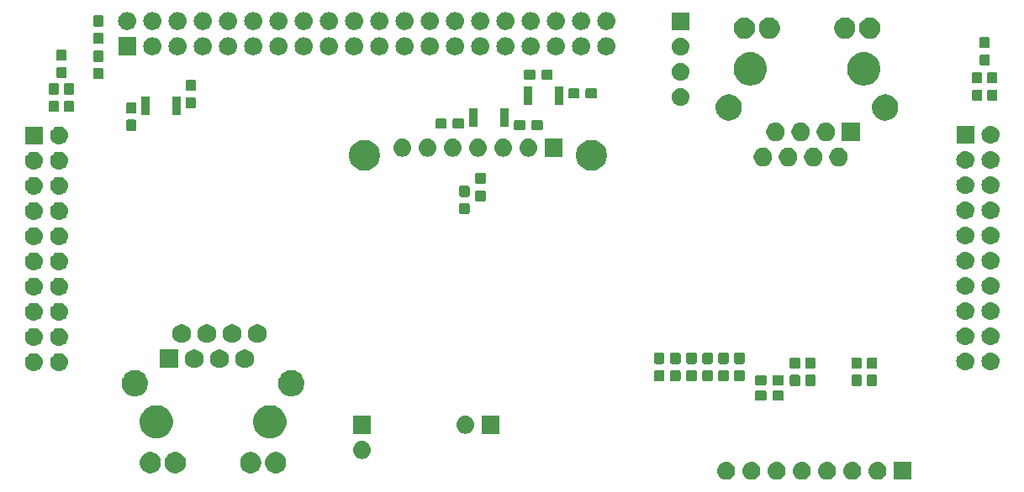
<source format=gbr>
G04 #@! TF.GenerationSoftware,KiCad,Pcbnew,5.1.4+dfsg1-1*
G04 #@! TF.CreationDate,2019-10-28T17:39:09+02:00*
G04 #@! TF.ProjectId,backplane,6261636b-706c-4616-9e65-2e6b69636164,rev?*
G04 #@! TF.SameCoordinates,Original*
G04 #@! TF.FileFunction,Soldermask,Top*
G04 #@! TF.FilePolarity,Negative*
%FSLAX46Y46*%
G04 Gerber Fmt 4.6, Leading zero omitted, Abs format (unit mm)*
G04 Created by KiCad (PCBNEW 5.1.4+dfsg1-1) date 2019-10-28 17:39:09*
%MOMM*%
%LPD*%
G04 APERTURE LIST*
%ADD10C,0.100000*%
G04 APERTURE END LIST*
D10*
G36*
X170201000Y-118401000D02*
G01*
X168399000Y-118401000D01*
X168399000Y-116599000D01*
X170201000Y-116599000D01*
X170201000Y-118401000D01*
X170201000Y-118401000D01*
G37*
G36*
X166870443Y-116605519D02*
G01*
X166936627Y-116612037D01*
X167106466Y-116663557D01*
X167262991Y-116747222D01*
X167290612Y-116769890D01*
X167400186Y-116859814D01*
X167483448Y-116961271D01*
X167512778Y-116997009D01*
X167596443Y-117153534D01*
X167647963Y-117323373D01*
X167665359Y-117500000D01*
X167647963Y-117676627D01*
X167596443Y-117846466D01*
X167512778Y-118002991D01*
X167483448Y-118038729D01*
X167400186Y-118140186D01*
X167298729Y-118223448D01*
X167262991Y-118252778D01*
X167106466Y-118336443D01*
X166936627Y-118387963D01*
X166870443Y-118394481D01*
X166804260Y-118401000D01*
X166715740Y-118401000D01*
X166649557Y-118394481D01*
X166583373Y-118387963D01*
X166413534Y-118336443D01*
X166257009Y-118252778D01*
X166221271Y-118223448D01*
X166119814Y-118140186D01*
X166036552Y-118038729D01*
X166007222Y-118002991D01*
X165923557Y-117846466D01*
X165872037Y-117676627D01*
X165854641Y-117500000D01*
X165872037Y-117323373D01*
X165923557Y-117153534D01*
X166007222Y-116997009D01*
X166036552Y-116961271D01*
X166119814Y-116859814D01*
X166229388Y-116769890D01*
X166257009Y-116747222D01*
X166413534Y-116663557D01*
X166583373Y-116612037D01*
X166649557Y-116605519D01*
X166715740Y-116599000D01*
X166804260Y-116599000D01*
X166870443Y-116605519D01*
X166870443Y-116605519D01*
G37*
G36*
X164330443Y-116605519D02*
G01*
X164396627Y-116612037D01*
X164566466Y-116663557D01*
X164722991Y-116747222D01*
X164750612Y-116769890D01*
X164860186Y-116859814D01*
X164943448Y-116961271D01*
X164972778Y-116997009D01*
X165056443Y-117153534D01*
X165107963Y-117323373D01*
X165125359Y-117500000D01*
X165107963Y-117676627D01*
X165056443Y-117846466D01*
X164972778Y-118002991D01*
X164943448Y-118038729D01*
X164860186Y-118140186D01*
X164758729Y-118223448D01*
X164722991Y-118252778D01*
X164566466Y-118336443D01*
X164396627Y-118387963D01*
X164330443Y-118394481D01*
X164264260Y-118401000D01*
X164175740Y-118401000D01*
X164109557Y-118394481D01*
X164043373Y-118387963D01*
X163873534Y-118336443D01*
X163717009Y-118252778D01*
X163681271Y-118223448D01*
X163579814Y-118140186D01*
X163496552Y-118038729D01*
X163467222Y-118002991D01*
X163383557Y-117846466D01*
X163332037Y-117676627D01*
X163314641Y-117500000D01*
X163332037Y-117323373D01*
X163383557Y-117153534D01*
X163467222Y-116997009D01*
X163496552Y-116961271D01*
X163579814Y-116859814D01*
X163689388Y-116769890D01*
X163717009Y-116747222D01*
X163873534Y-116663557D01*
X164043373Y-116612037D01*
X164109557Y-116605519D01*
X164175740Y-116599000D01*
X164264260Y-116599000D01*
X164330443Y-116605519D01*
X164330443Y-116605519D01*
G37*
G36*
X161790443Y-116605519D02*
G01*
X161856627Y-116612037D01*
X162026466Y-116663557D01*
X162182991Y-116747222D01*
X162210612Y-116769890D01*
X162320186Y-116859814D01*
X162403448Y-116961271D01*
X162432778Y-116997009D01*
X162516443Y-117153534D01*
X162567963Y-117323373D01*
X162585359Y-117500000D01*
X162567963Y-117676627D01*
X162516443Y-117846466D01*
X162432778Y-118002991D01*
X162403448Y-118038729D01*
X162320186Y-118140186D01*
X162218729Y-118223448D01*
X162182991Y-118252778D01*
X162026466Y-118336443D01*
X161856627Y-118387963D01*
X161790443Y-118394481D01*
X161724260Y-118401000D01*
X161635740Y-118401000D01*
X161569557Y-118394481D01*
X161503373Y-118387963D01*
X161333534Y-118336443D01*
X161177009Y-118252778D01*
X161141271Y-118223448D01*
X161039814Y-118140186D01*
X160956552Y-118038729D01*
X160927222Y-118002991D01*
X160843557Y-117846466D01*
X160792037Y-117676627D01*
X160774641Y-117500000D01*
X160792037Y-117323373D01*
X160843557Y-117153534D01*
X160927222Y-116997009D01*
X160956552Y-116961271D01*
X161039814Y-116859814D01*
X161149388Y-116769890D01*
X161177009Y-116747222D01*
X161333534Y-116663557D01*
X161503373Y-116612037D01*
X161569557Y-116605519D01*
X161635740Y-116599000D01*
X161724260Y-116599000D01*
X161790443Y-116605519D01*
X161790443Y-116605519D01*
G37*
G36*
X159250443Y-116605519D02*
G01*
X159316627Y-116612037D01*
X159486466Y-116663557D01*
X159642991Y-116747222D01*
X159670612Y-116769890D01*
X159780186Y-116859814D01*
X159863448Y-116961271D01*
X159892778Y-116997009D01*
X159976443Y-117153534D01*
X160027963Y-117323373D01*
X160045359Y-117500000D01*
X160027963Y-117676627D01*
X159976443Y-117846466D01*
X159892778Y-118002991D01*
X159863448Y-118038729D01*
X159780186Y-118140186D01*
X159678729Y-118223448D01*
X159642991Y-118252778D01*
X159486466Y-118336443D01*
X159316627Y-118387963D01*
X159250443Y-118394481D01*
X159184260Y-118401000D01*
X159095740Y-118401000D01*
X159029557Y-118394481D01*
X158963373Y-118387963D01*
X158793534Y-118336443D01*
X158637009Y-118252778D01*
X158601271Y-118223448D01*
X158499814Y-118140186D01*
X158416552Y-118038729D01*
X158387222Y-118002991D01*
X158303557Y-117846466D01*
X158252037Y-117676627D01*
X158234641Y-117500000D01*
X158252037Y-117323373D01*
X158303557Y-117153534D01*
X158387222Y-116997009D01*
X158416552Y-116961271D01*
X158499814Y-116859814D01*
X158609388Y-116769890D01*
X158637009Y-116747222D01*
X158793534Y-116663557D01*
X158963373Y-116612037D01*
X159029557Y-116605519D01*
X159095740Y-116599000D01*
X159184260Y-116599000D01*
X159250443Y-116605519D01*
X159250443Y-116605519D01*
G37*
G36*
X156710443Y-116605519D02*
G01*
X156776627Y-116612037D01*
X156946466Y-116663557D01*
X157102991Y-116747222D01*
X157130612Y-116769890D01*
X157240186Y-116859814D01*
X157323448Y-116961271D01*
X157352778Y-116997009D01*
X157436443Y-117153534D01*
X157487963Y-117323373D01*
X157505359Y-117500000D01*
X157487963Y-117676627D01*
X157436443Y-117846466D01*
X157352778Y-118002991D01*
X157323448Y-118038729D01*
X157240186Y-118140186D01*
X157138729Y-118223448D01*
X157102991Y-118252778D01*
X156946466Y-118336443D01*
X156776627Y-118387963D01*
X156710443Y-118394481D01*
X156644260Y-118401000D01*
X156555740Y-118401000D01*
X156489557Y-118394481D01*
X156423373Y-118387963D01*
X156253534Y-118336443D01*
X156097009Y-118252778D01*
X156061271Y-118223448D01*
X155959814Y-118140186D01*
X155876552Y-118038729D01*
X155847222Y-118002991D01*
X155763557Y-117846466D01*
X155712037Y-117676627D01*
X155694641Y-117500000D01*
X155712037Y-117323373D01*
X155763557Y-117153534D01*
X155847222Y-116997009D01*
X155876552Y-116961271D01*
X155959814Y-116859814D01*
X156069388Y-116769890D01*
X156097009Y-116747222D01*
X156253534Y-116663557D01*
X156423373Y-116612037D01*
X156489557Y-116605519D01*
X156555740Y-116599000D01*
X156644260Y-116599000D01*
X156710443Y-116605519D01*
X156710443Y-116605519D01*
G37*
G36*
X154170443Y-116605519D02*
G01*
X154236627Y-116612037D01*
X154406466Y-116663557D01*
X154562991Y-116747222D01*
X154590612Y-116769890D01*
X154700186Y-116859814D01*
X154783448Y-116961271D01*
X154812778Y-116997009D01*
X154896443Y-117153534D01*
X154947963Y-117323373D01*
X154965359Y-117500000D01*
X154947963Y-117676627D01*
X154896443Y-117846466D01*
X154812778Y-118002991D01*
X154783448Y-118038729D01*
X154700186Y-118140186D01*
X154598729Y-118223448D01*
X154562991Y-118252778D01*
X154406466Y-118336443D01*
X154236627Y-118387963D01*
X154170443Y-118394481D01*
X154104260Y-118401000D01*
X154015740Y-118401000D01*
X153949557Y-118394481D01*
X153883373Y-118387963D01*
X153713534Y-118336443D01*
X153557009Y-118252778D01*
X153521271Y-118223448D01*
X153419814Y-118140186D01*
X153336552Y-118038729D01*
X153307222Y-118002991D01*
X153223557Y-117846466D01*
X153172037Y-117676627D01*
X153154641Y-117500000D01*
X153172037Y-117323373D01*
X153223557Y-117153534D01*
X153307222Y-116997009D01*
X153336552Y-116961271D01*
X153419814Y-116859814D01*
X153529388Y-116769890D01*
X153557009Y-116747222D01*
X153713534Y-116663557D01*
X153883373Y-116612037D01*
X153949557Y-116605519D01*
X154015740Y-116599000D01*
X154104260Y-116599000D01*
X154170443Y-116605519D01*
X154170443Y-116605519D01*
G37*
G36*
X151630443Y-116605519D02*
G01*
X151696627Y-116612037D01*
X151866466Y-116663557D01*
X152022991Y-116747222D01*
X152050612Y-116769890D01*
X152160186Y-116859814D01*
X152243448Y-116961271D01*
X152272778Y-116997009D01*
X152356443Y-117153534D01*
X152407963Y-117323373D01*
X152425359Y-117500000D01*
X152407963Y-117676627D01*
X152356443Y-117846466D01*
X152272778Y-118002991D01*
X152243448Y-118038729D01*
X152160186Y-118140186D01*
X152058729Y-118223448D01*
X152022991Y-118252778D01*
X151866466Y-118336443D01*
X151696627Y-118387963D01*
X151630443Y-118394481D01*
X151564260Y-118401000D01*
X151475740Y-118401000D01*
X151409557Y-118394481D01*
X151343373Y-118387963D01*
X151173534Y-118336443D01*
X151017009Y-118252778D01*
X150981271Y-118223448D01*
X150879814Y-118140186D01*
X150796552Y-118038729D01*
X150767222Y-118002991D01*
X150683557Y-117846466D01*
X150632037Y-117676627D01*
X150614641Y-117500000D01*
X150632037Y-117323373D01*
X150683557Y-117153534D01*
X150767222Y-116997009D01*
X150796552Y-116961271D01*
X150879814Y-116859814D01*
X150989388Y-116769890D01*
X151017009Y-116747222D01*
X151173534Y-116663557D01*
X151343373Y-116612037D01*
X151409557Y-116605519D01*
X151475740Y-116599000D01*
X151564260Y-116599000D01*
X151630443Y-116605519D01*
X151630443Y-116605519D01*
G37*
G36*
X103940831Y-115638803D02*
G01*
X104135012Y-115719236D01*
X104135014Y-115719237D01*
X104309773Y-115836007D01*
X104458393Y-115984627D01*
X104566739Y-116146779D01*
X104575164Y-116159388D01*
X104655597Y-116353569D01*
X104696600Y-116559708D01*
X104696600Y-116769892D01*
X104655597Y-116976031D01*
X104582073Y-117153532D01*
X104575163Y-117170214D01*
X104458393Y-117344973D01*
X104309773Y-117493593D01*
X104135014Y-117610363D01*
X104135013Y-117610364D01*
X104135012Y-117610364D01*
X103940831Y-117690797D01*
X103734692Y-117731800D01*
X103524508Y-117731800D01*
X103318369Y-117690797D01*
X103124188Y-117610364D01*
X103124187Y-117610364D01*
X103124186Y-117610363D01*
X102949427Y-117493593D01*
X102800807Y-117344973D01*
X102684037Y-117170214D01*
X102677127Y-117153532D01*
X102603603Y-116976031D01*
X102562600Y-116769892D01*
X102562600Y-116559708D01*
X102603603Y-116353569D01*
X102684036Y-116159388D01*
X102692461Y-116146779D01*
X102800807Y-115984627D01*
X102949427Y-115836007D01*
X103124186Y-115719237D01*
X103124188Y-115719236D01*
X103318369Y-115638803D01*
X103524508Y-115597800D01*
X103734692Y-115597800D01*
X103940831Y-115638803D01*
X103940831Y-115638803D01*
G37*
G36*
X96346231Y-115638803D02*
G01*
X96540412Y-115719236D01*
X96540414Y-115719237D01*
X96715173Y-115836007D01*
X96863793Y-115984627D01*
X96972139Y-116146779D01*
X96980564Y-116159388D01*
X97060997Y-116353569D01*
X97102000Y-116559708D01*
X97102000Y-116769892D01*
X97060997Y-116976031D01*
X96987473Y-117153532D01*
X96980563Y-117170214D01*
X96863793Y-117344973D01*
X96715173Y-117493593D01*
X96540414Y-117610363D01*
X96540413Y-117610364D01*
X96540412Y-117610364D01*
X96346231Y-117690797D01*
X96140092Y-117731800D01*
X95929908Y-117731800D01*
X95723769Y-117690797D01*
X95529588Y-117610364D01*
X95529587Y-117610364D01*
X95529586Y-117610363D01*
X95354827Y-117493593D01*
X95206207Y-117344973D01*
X95089437Y-117170214D01*
X95082527Y-117153532D01*
X95009003Y-116976031D01*
X94968000Y-116769892D01*
X94968000Y-116559708D01*
X95009003Y-116353569D01*
X95089436Y-116159388D01*
X95097861Y-116146779D01*
X95206207Y-115984627D01*
X95354827Y-115836007D01*
X95529586Y-115719237D01*
X95529588Y-115719236D01*
X95723769Y-115638803D01*
X95929908Y-115597800D01*
X96140092Y-115597800D01*
X96346231Y-115638803D01*
X96346231Y-115638803D01*
G37*
G36*
X93831631Y-115638803D02*
G01*
X94025812Y-115719236D01*
X94025814Y-115719237D01*
X94200573Y-115836007D01*
X94349193Y-115984627D01*
X94457539Y-116146779D01*
X94465964Y-116159388D01*
X94546397Y-116353569D01*
X94587400Y-116559708D01*
X94587400Y-116769892D01*
X94546397Y-116976031D01*
X94472873Y-117153532D01*
X94465963Y-117170214D01*
X94349193Y-117344973D01*
X94200573Y-117493593D01*
X94025814Y-117610363D01*
X94025813Y-117610364D01*
X94025812Y-117610364D01*
X93831631Y-117690797D01*
X93625492Y-117731800D01*
X93415308Y-117731800D01*
X93209169Y-117690797D01*
X93014988Y-117610364D01*
X93014987Y-117610364D01*
X93014986Y-117610363D01*
X92840227Y-117493593D01*
X92691607Y-117344973D01*
X92574837Y-117170214D01*
X92567927Y-117153532D01*
X92494403Y-116976031D01*
X92453400Y-116769892D01*
X92453400Y-116559708D01*
X92494403Y-116353569D01*
X92574836Y-116159388D01*
X92583261Y-116146779D01*
X92691607Y-115984627D01*
X92840227Y-115836007D01*
X93014986Y-115719237D01*
X93014988Y-115719236D01*
X93209169Y-115638803D01*
X93415308Y-115597800D01*
X93625492Y-115597800D01*
X93831631Y-115638803D01*
X93831631Y-115638803D01*
G37*
G36*
X106455431Y-115638803D02*
G01*
X106649612Y-115719236D01*
X106649614Y-115719237D01*
X106824373Y-115836007D01*
X106972993Y-115984627D01*
X107081339Y-116146779D01*
X107089764Y-116159388D01*
X107170197Y-116353569D01*
X107211200Y-116559708D01*
X107211200Y-116769892D01*
X107170197Y-116976031D01*
X107096673Y-117153532D01*
X107089763Y-117170214D01*
X106972993Y-117344973D01*
X106824373Y-117493593D01*
X106649614Y-117610363D01*
X106649613Y-117610364D01*
X106649612Y-117610364D01*
X106455431Y-117690797D01*
X106249292Y-117731800D01*
X106039108Y-117731800D01*
X105832969Y-117690797D01*
X105638788Y-117610364D01*
X105638787Y-117610364D01*
X105638786Y-117610363D01*
X105464027Y-117493593D01*
X105315407Y-117344973D01*
X105198637Y-117170214D01*
X105191727Y-117153532D01*
X105118203Y-116976031D01*
X105077200Y-116769892D01*
X105077200Y-116559708D01*
X105118203Y-116353569D01*
X105198636Y-116159388D01*
X105207061Y-116146779D01*
X105315407Y-115984627D01*
X105464027Y-115836007D01*
X105638786Y-115719237D01*
X105638788Y-115719236D01*
X105832969Y-115638803D01*
X106039108Y-115597800D01*
X106249292Y-115597800D01*
X106455431Y-115638803D01*
X106455431Y-115638803D01*
G37*
G36*
X114940443Y-114499519D02*
G01*
X115006627Y-114506037D01*
X115176466Y-114557557D01*
X115332991Y-114641222D01*
X115368729Y-114670552D01*
X115470186Y-114753814D01*
X115553448Y-114855271D01*
X115582778Y-114891009D01*
X115666443Y-115047534D01*
X115717963Y-115217373D01*
X115735359Y-115394000D01*
X115717963Y-115570627D01*
X115666443Y-115740466D01*
X115582778Y-115896991D01*
X115553448Y-115932729D01*
X115470186Y-116034186D01*
X115368729Y-116117448D01*
X115332991Y-116146778D01*
X115176466Y-116230443D01*
X115006627Y-116281963D01*
X114940443Y-116288481D01*
X114874260Y-116295000D01*
X114785740Y-116295000D01*
X114719557Y-116288481D01*
X114653373Y-116281963D01*
X114483534Y-116230443D01*
X114327009Y-116146778D01*
X114291271Y-116117448D01*
X114189814Y-116034186D01*
X114106552Y-115932729D01*
X114077222Y-115896991D01*
X113993557Y-115740466D01*
X113942037Y-115570627D01*
X113924641Y-115394000D01*
X113942037Y-115217373D01*
X113993557Y-115047534D01*
X114077222Y-114891009D01*
X114106552Y-114855271D01*
X114189814Y-114753814D01*
X114291271Y-114670552D01*
X114327009Y-114641222D01*
X114483534Y-114557557D01*
X114653373Y-114506037D01*
X114719557Y-114499519D01*
X114785740Y-114493000D01*
X114874260Y-114493000D01*
X114940443Y-114499519D01*
X114940443Y-114499519D01*
G37*
G36*
X94457088Y-110905615D02*
G01*
X94619046Y-110937831D01*
X94924168Y-111064217D01*
X95198770Y-111247700D01*
X95432300Y-111481230D01*
X95615783Y-111755832D01*
X95742169Y-112060954D01*
X95806600Y-112384869D01*
X95806600Y-112715131D01*
X95742169Y-113039046D01*
X95615783Y-113344168D01*
X95432300Y-113618770D01*
X95198770Y-113852300D01*
X94924168Y-114035783D01*
X94619046Y-114162169D01*
X94457088Y-114194385D01*
X94295132Y-114226600D01*
X93964868Y-114226600D01*
X93802912Y-114194385D01*
X93640954Y-114162169D01*
X93335832Y-114035783D01*
X93061230Y-113852300D01*
X92827700Y-113618770D01*
X92644217Y-113344168D01*
X92517831Y-113039046D01*
X92453400Y-112715131D01*
X92453400Y-112384869D01*
X92517831Y-112060954D01*
X92644217Y-111755832D01*
X92827700Y-111481230D01*
X93061230Y-111247700D01*
X93335832Y-111064217D01*
X93640954Y-110937831D01*
X93802912Y-110905615D01*
X93964868Y-110873400D01*
X94295132Y-110873400D01*
X94457088Y-110905615D01*
X94457088Y-110905615D01*
G37*
G36*
X105887088Y-110905615D02*
G01*
X106049046Y-110937831D01*
X106354168Y-111064217D01*
X106628770Y-111247700D01*
X106862300Y-111481230D01*
X107045783Y-111755832D01*
X107172169Y-112060954D01*
X107236600Y-112384869D01*
X107236600Y-112715131D01*
X107172169Y-113039046D01*
X107045783Y-113344168D01*
X106862300Y-113618770D01*
X106628770Y-113852300D01*
X106354168Y-114035783D01*
X106049046Y-114162169D01*
X105887088Y-114194385D01*
X105725132Y-114226600D01*
X105394868Y-114226600D01*
X105232912Y-114194385D01*
X105070954Y-114162169D01*
X104765832Y-114035783D01*
X104491230Y-113852300D01*
X104257700Y-113618770D01*
X104074217Y-113344168D01*
X103947831Y-113039046D01*
X103883400Y-112715131D01*
X103883400Y-112384869D01*
X103947831Y-112060954D01*
X104074217Y-111755832D01*
X104257700Y-111481230D01*
X104491230Y-111247700D01*
X104765832Y-111064217D01*
X105070954Y-110937831D01*
X105232912Y-110905615D01*
X105394868Y-110873400D01*
X105725132Y-110873400D01*
X105887088Y-110905615D01*
X105887088Y-110905615D01*
G37*
G36*
X128685000Y-113755000D02*
G01*
X126883000Y-113755000D01*
X126883000Y-111953000D01*
X128685000Y-111953000D01*
X128685000Y-113755000D01*
X128685000Y-113755000D01*
G37*
G36*
X125354442Y-111959518D02*
G01*
X125420627Y-111966037D01*
X125590466Y-112017557D01*
X125746991Y-112101222D01*
X125782729Y-112130552D01*
X125884186Y-112213814D01*
X125967448Y-112315271D01*
X125996778Y-112351009D01*
X126080443Y-112507534D01*
X126131963Y-112677373D01*
X126149359Y-112854000D01*
X126131963Y-113030627D01*
X126080443Y-113200466D01*
X125996778Y-113356991D01*
X125967448Y-113392729D01*
X125884186Y-113494186D01*
X125782729Y-113577448D01*
X125746991Y-113606778D01*
X125590466Y-113690443D01*
X125420627Y-113741963D01*
X125354443Y-113748481D01*
X125288260Y-113755000D01*
X125199740Y-113755000D01*
X125133557Y-113748481D01*
X125067373Y-113741963D01*
X124897534Y-113690443D01*
X124741009Y-113606778D01*
X124705271Y-113577448D01*
X124603814Y-113494186D01*
X124520552Y-113392729D01*
X124491222Y-113356991D01*
X124407557Y-113200466D01*
X124356037Y-113030627D01*
X124338641Y-112854000D01*
X124356037Y-112677373D01*
X124407557Y-112507534D01*
X124491222Y-112351009D01*
X124520552Y-112315271D01*
X124603814Y-112213814D01*
X124705271Y-112130552D01*
X124741009Y-112101222D01*
X124897534Y-112017557D01*
X125067373Y-111966037D01*
X125133558Y-111959518D01*
X125199740Y-111953000D01*
X125288260Y-111953000D01*
X125354442Y-111959518D01*
X125354442Y-111959518D01*
G37*
G36*
X115731000Y-113755000D02*
G01*
X113929000Y-113755000D01*
X113929000Y-111953000D01*
X115731000Y-111953000D01*
X115731000Y-113755000D01*
X115731000Y-113755000D01*
G37*
G36*
X157164499Y-109378445D02*
G01*
X157201995Y-109389820D01*
X157236554Y-109408292D01*
X157266847Y-109433153D01*
X157291708Y-109463446D01*
X157310180Y-109498005D01*
X157321555Y-109535501D01*
X157326000Y-109580638D01*
X157326000Y-110219362D01*
X157321555Y-110264499D01*
X157310180Y-110301995D01*
X157291708Y-110336554D01*
X157266847Y-110366847D01*
X157236554Y-110391708D01*
X157201995Y-110410180D01*
X157164499Y-110421555D01*
X157119362Y-110426000D01*
X156380638Y-110426000D01*
X156335501Y-110421555D01*
X156298005Y-110410180D01*
X156263446Y-110391708D01*
X156233153Y-110366847D01*
X156208292Y-110336554D01*
X156189820Y-110301995D01*
X156178445Y-110264499D01*
X156174000Y-110219362D01*
X156174000Y-109580638D01*
X156178445Y-109535501D01*
X156189820Y-109498005D01*
X156208292Y-109463446D01*
X156233153Y-109433153D01*
X156263446Y-109408292D01*
X156298005Y-109389820D01*
X156335501Y-109378445D01*
X156380638Y-109374000D01*
X157119362Y-109374000D01*
X157164499Y-109378445D01*
X157164499Y-109378445D01*
G37*
G36*
X155414499Y-109378445D02*
G01*
X155451995Y-109389820D01*
X155486554Y-109408292D01*
X155516847Y-109433153D01*
X155541708Y-109463446D01*
X155560180Y-109498005D01*
X155571555Y-109535501D01*
X155576000Y-109580638D01*
X155576000Y-110219362D01*
X155571555Y-110264499D01*
X155560180Y-110301995D01*
X155541708Y-110336554D01*
X155516847Y-110366847D01*
X155486554Y-110391708D01*
X155451995Y-110410180D01*
X155414499Y-110421555D01*
X155369362Y-110426000D01*
X154630638Y-110426000D01*
X154585501Y-110421555D01*
X154548005Y-110410180D01*
X154513446Y-110391708D01*
X154483153Y-110366847D01*
X154458292Y-110336554D01*
X154439820Y-110301995D01*
X154428445Y-110264499D01*
X154424000Y-110219362D01*
X154424000Y-109580638D01*
X154428445Y-109535501D01*
X154439820Y-109498005D01*
X154458292Y-109463446D01*
X154483153Y-109433153D01*
X154513446Y-109408292D01*
X154548005Y-109389820D01*
X154585501Y-109378445D01*
X154630638Y-109374000D01*
X155369362Y-109374000D01*
X155414499Y-109378445D01*
X155414499Y-109378445D01*
G37*
G36*
X107976715Y-107368183D02*
G01*
X108104322Y-107393565D01*
X108235751Y-107448005D01*
X108344727Y-107493144D01*
X108344728Y-107493145D01*
X108561089Y-107637712D01*
X108745088Y-107821711D01*
X108812770Y-107923005D01*
X108889656Y-108038073D01*
X108909922Y-108087000D01*
X108989235Y-108278478D01*
X109010732Y-108386554D01*
X109040000Y-108533691D01*
X109040000Y-108793909D01*
X109032487Y-108831677D01*
X108989235Y-109049122D01*
X108930903Y-109189948D01*
X108889656Y-109289527D01*
X108889655Y-109289528D01*
X108745088Y-109505889D01*
X108561089Y-109689888D01*
X108416521Y-109786485D01*
X108344727Y-109834456D01*
X108245148Y-109875703D01*
X108104322Y-109934035D01*
X107976714Y-109959418D01*
X107849109Y-109984800D01*
X107588891Y-109984800D01*
X107461286Y-109959418D01*
X107333678Y-109934035D01*
X107192852Y-109875703D01*
X107093273Y-109834456D01*
X107021479Y-109786485D01*
X106876911Y-109689888D01*
X106692912Y-109505889D01*
X106548345Y-109289528D01*
X106548344Y-109289527D01*
X106507097Y-109189948D01*
X106448765Y-109049122D01*
X106405513Y-108831677D01*
X106398000Y-108793909D01*
X106398000Y-108533691D01*
X106427268Y-108386554D01*
X106448765Y-108278478D01*
X106528078Y-108087000D01*
X106548344Y-108038073D01*
X106625230Y-107923005D01*
X106692912Y-107821711D01*
X106876911Y-107637712D01*
X107093272Y-107493145D01*
X107093273Y-107493144D01*
X107202249Y-107448005D01*
X107333678Y-107393565D01*
X107461285Y-107368183D01*
X107588891Y-107342800D01*
X107849109Y-107342800D01*
X107976715Y-107368183D01*
X107976715Y-107368183D01*
G37*
G36*
X92228715Y-107368183D02*
G01*
X92356322Y-107393565D01*
X92487751Y-107448005D01*
X92596727Y-107493144D01*
X92596728Y-107493145D01*
X92813089Y-107637712D01*
X92997088Y-107821711D01*
X93064770Y-107923005D01*
X93141656Y-108038073D01*
X93161922Y-108087000D01*
X93241235Y-108278478D01*
X93262732Y-108386554D01*
X93292000Y-108533691D01*
X93292000Y-108793909D01*
X93284487Y-108831677D01*
X93241235Y-109049122D01*
X93182903Y-109189948D01*
X93141656Y-109289527D01*
X93141655Y-109289528D01*
X92997088Y-109505889D01*
X92813089Y-109689888D01*
X92668521Y-109786485D01*
X92596727Y-109834456D01*
X92497148Y-109875703D01*
X92356322Y-109934035D01*
X92228714Y-109959418D01*
X92101109Y-109984800D01*
X91840891Y-109984800D01*
X91713286Y-109959418D01*
X91585678Y-109934035D01*
X91444852Y-109875703D01*
X91345273Y-109834456D01*
X91273479Y-109786485D01*
X91128911Y-109689888D01*
X90944912Y-109505889D01*
X90800345Y-109289528D01*
X90800344Y-109289527D01*
X90759097Y-109189948D01*
X90700765Y-109049122D01*
X90657513Y-108831677D01*
X90650000Y-108793909D01*
X90650000Y-108533691D01*
X90679268Y-108386554D01*
X90700765Y-108278478D01*
X90780078Y-108087000D01*
X90800344Y-108038073D01*
X90877230Y-107923005D01*
X90944912Y-107821711D01*
X91128911Y-107637712D01*
X91345272Y-107493145D01*
X91345273Y-107493144D01*
X91454249Y-107448005D01*
X91585678Y-107393565D01*
X91713285Y-107368183D01*
X91840891Y-107342800D01*
X92101109Y-107342800D01*
X92228715Y-107368183D01*
X92228715Y-107368183D01*
G37*
G36*
X166564499Y-107808445D02*
G01*
X166601995Y-107819820D01*
X166636554Y-107838292D01*
X166666847Y-107863153D01*
X166691708Y-107893446D01*
X166710180Y-107928005D01*
X166721555Y-107965501D01*
X166726000Y-108010638D01*
X166726000Y-108749362D01*
X166721555Y-108794499D01*
X166710180Y-108831995D01*
X166691708Y-108866554D01*
X166666847Y-108896847D01*
X166636554Y-108921708D01*
X166601995Y-108940180D01*
X166564499Y-108951555D01*
X166519362Y-108956000D01*
X165880638Y-108956000D01*
X165835501Y-108951555D01*
X165798005Y-108940180D01*
X165763446Y-108921708D01*
X165733153Y-108896847D01*
X165708292Y-108866554D01*
X165689820Y-108831995D01*
X165678445Y-108794499D01*
X165674000Y-108749362D01*
X165674000Y-108010638D01*
X165678445Y-107965501D01*
X165689820Y-107928005D01*
X165708292Y-107893446D01*
X165733153Y-107863153D01*
X165763446Y-107838292D01*
X165798005Y-107819820D01*
X165835501Y-107808445D01*
X165880638Y-107804000D01*
X166519362Y-107804000D01*
X166564499Y-107808445D01*
X166564499Y-107808445D01*
G37*
G36*
X160364499Y-107803445D02*
G01*
X160401995Y-107814820D01*
X160436554Y-107833292D01*
X160466847Y-107858153D01*
X160491708Y-107888446D01*
X160510180Y-107923005D01*
X160521555Y-107960501D01*
X160526000Y-108005638D01*
X160526000Y-108744362D01*
X160521555Y-108789499D01*
X160510180Y-108826995D01*
X160491708Y-108861554D01*
X160466847Y-108891847D01*
X160436554Y-108916708D01*
X160401995Y-108935180D01*
X160364499Y-108946555D01*
X160319362Y-108951000D01*
X159680638Y-108951000D01*
X159635501Y-108946555D01*
X159598005Y-108935180D01*
X159563446Y-108916708D01*
X159533153Y-108891847D01*
X159508292Y-108861554D01*
X159489820Y-108826995D01*
X159478445Y-108789499D01*
X159474000Y-108744362D01*
X159474000Y-108005638D01*
X159478445Y-107960501D01*
X159489820Y-107923005D01*
X159508292Y-107888446D01*
X159533153Y-107858153D01*
X159563446Y-107833292D01*
X159598005Y-107814820D01*
X159635501Y-107803445D01*
X159680638Y-107799000D01*
X160319362Y-107799000D01*
X160364499Y-107803445D01*
X160364499Y-107803445D01*
G37*
G36*
X165014499Y-107803445D02*
G01*
X165051995Y-107814820D01*
X165086554Y-107833292D01*
X165116847Y-107858153D01*
X165141708Y-107888446D01*
X165160180Y-107923005D01*
X165171555Y-107960501D01*
X165176000Y-108005638D01*
X165176000Y-108744362D01*
X165171555Y-108789499D01*
X165160180Y-108826995D01*
X165141708Y-108861554D01*
X165116847Y-108891847D01*
X165086554Y-108916708D01*
X165051995Y-108935180D01*
X165014499Y-108946555D01*
X164969362Y-108951000D01*
X164330638Y-108951000D01*
X164285501Y-108946555D01*
X164248005Y-108935180D01*
X164213446Y-108916708D01*
X164183153Y-108891847D01*
X164158292Y-108861554D01*
X164139820Y-108826995D01*
X164128445Y-108789499D01*
X164124000Y-108744362D01*
X164124000Y-108005638D01*
X164128445Y-107960501D01*
X164139820Y-107923005D01*
X164158292Y-107888446D01*
X164183153Y-107858153D01*
X164213446Y-107833292D01*
X164248005Y-107814820D01*
X164285501Y-107803445D01*
X164330638Y-107799000D01*
X164969362Y-107799000D01*
X165014499Y-107803445D01*
X165014499Y-107803445D01*
G37*
G36*
X158814499Y-107803445D02*
G01*
X158851995Y-107814820D01*
X158886554Y-107833292D01*
X158916847Y-107858153D01*
X158941708Y-107888446D01*
X158960180Y-107923005D01*
X158971555Y-107960501D01*
X158976000Y-108005638D01*
X158976000Y-108744362D01*
X158971555Y-108789499D01*
X158960180Y-108826995D01*
X158941708Y-108861554D01*
X158916847Y-108891847D01*
X158886554Y-108916708D01*
X158851995Y-108935180D01*
X158814499Y-108946555D01*
X158769362Y-108951000D01*
X158130638Y-108951000D01*
X158085501Y-108946555D01*
X158048005Y-108935180D01*
X158013446Y-108916708D01*
X157983153Y-108891847D01*
X157958292Y-108861554D01*
X157939820Y-108826995D01*
X157928445Y-108789499D01*
X157924000Y-108744362D01*
X157924000Y-108005638D01*
X157928445Y-107960501D01*
X157939820Y-107923005D01*
X157958292Y-107888446D01*
X157983153Y-107858153D01*
X158013446Y-107833292D01*
X158048005Y-107814820D01*
X158085501Y-107803445D01*
X158130638Y-107799000D01*
X158769362Y-107799000D01*
X158814499Y-107803445D01*
X158814499Y-107803445D01*
G37*
G36*
X155414499Y-107828445D02*
G01*
X155451995Y-107839820D01*
X155486554Y-107858292D01*
X155516847Y-107883153D01*
X155541708Y-107913446D01*
X155560180Y-107948005D01*
X155571555Y-107985501D01*
X155576000Y-108030638D01*
X155576000Y-108669362D01*
X155571555Y-108714499D01*
X155560180Y-108751995D01*
X155541708Y-108786554D01*
X155516847Y-108816847D01*
X155486554Y-108841708D01*
X155451995Y-108860180D01*
X155414499Y-108871555D01*
X155369362Y-108876000D01*
X154630638Y-108876000D01*
X154585501Y-108871555D01*
X154548005Y-108860180D01*
X154513446Y-108841708D01*
X154483153Y-108816847D01*
X154458292Y-108786554D01*
X154439820Y-108751995D01*
X154428445Y-108714499D01*
X154424000Y-108669362D01*
X154424000Y-108030638D01*
X154428445Y-107985501D01*
X154439820Y-107948005D01*
X154458292Y-107913446D01*
X154483153Y-107883153D01*
X154513446Y-107858292D01*
X154548005Y-107839820D01*
X154585501Y-107828445D01*
X154630638Y-107824000D01*
X155369362Y-107824000D01*
X155414499Y-107828445D01*
X155414499Y-107828445D01*
G37*
G36*
X157164499Y-107828445D02*
G01*
X157201995Y-107839820D01*
X157236554Y-107858292D01*
X157266847Y-107883153D01*
X157291708Y-107913446D01*
X157310180Y-107948005D01*
X157321555Y-107985501D01*
X157326000Y-108030638D01*
X157326000Y-108669362D01*
X157321555Y-108714499D01*
X157310180Y-108751995D01*
X157291708Y-108786554D01*
X157266847Y-108816847D01*
X157236554Y-108841708D01*
X157201995Y-108860180D01*
X157164499Y-108871555D01*
X157119362Y-108876000D01*
X156380638Y-108876000D01*
X156335501Y-108871555D01*
X156298005Y-108860180D01*
X156263446Y-108841708D01*
X156233153Y-108816847D01*
X156208292Y-108786554D01*
X156189820Y-108751995D01*
X156178445Y-108714499D01*
X156174000Y-108669362D01*
X156174000Y-108030638D01*
X156178445Y-107985501D01*
X156189820Y-107948005D01*
X156208292Y-107913446D01*
X156233153Y-107883153D01*
X156263446Y-107858292D01*
X156298005Y-107839820D01*
X156335501Y-107828445D01*
X156380638Y-107824000D01*
X157119362Y-107824000D01*
X157164499Y-107828445D01*
X157164499Y-107828445D01*
G37*
G36*
X145139499Y-107328445D02*
G01*
X145176995Y-107339820D01*
X145211554Y-107358292D01*
X145241847Y-107383153D01*
X145266708Y-107413446D01*
X145285180Y-107448005D01*
X145296555Y-107485501D01*
X145301000Y-107530638D01*
X145301000Y-108269362D01*
X145296555Y-108314499D01*
X145285180Y-108351995D01*
X145266708Y-108386554D01*
X145241847Y-108416847D01*
X145211554Y-108441708D01*
X145176995Y-108460180D01*
X145139499Y-108471555D01*
X145094362Y-108476000D01*
X144455638Y-108476000D01*
X144410501Y-108471555D01*
X144373005Y-108460180D01*
X144338446Y-108441708D01*
X144308153Y-108416847D01*
X144283292Y-108386554D01*
X144264820Y-108351995D01*
X144253445Y-108314499D01*
X144249000Y-108269362D01*
X144249000Y-107530638D01*
X144253445Y-107485501D01*
X144264820Y-107448005D01*
X144283292Y-107413446D01*
X144308153Y-107383153D01*
X144338446Y-107358292D01*
X144373005Y-107339820D01*
X144410501Y-107328445D01*
X144455638Y-107324000D01*
X145094362Y-107324000D01*
X145139499Y-107328445D01*
X145139499Y-107328445D01*
G37*
G36*
X153214499Y-107328445D02*
G01*
X153251995Y-107339820D01*
X153286554Y-107358292D01*
X153316847Y-107383153D01*
X153341708Y-107413446D01*
X153360180Y-107448005D01*
X153371555Y-107485501D01*
X153376000Y-107530638D01*
X153376000Y-108269362D01*
X153371555Y-108314499D01*
X153360180Y-108351995D01*
X153341708Y-108386554D01*
X153316847Y-108416847D01*
X153286554Y-108441708D01*
X153251995Y-108460180D01*
X153214499Y-108471555D01*
X153169362Y-108476000D01*
X152530638Y-108476000D01*
X152485501Y-108471555D01*
X152448005Y-108460180D01*
X152413446Y-108441708D01*
X152383153Y-108416847D01*
X152358292Y-108386554D01*
X152339820Y-108351995D01*
X152328445Y-108314499D01*
X152324000Y-108269362D01*
X152324000Y-107530638D01*
X152328445Y-107485501D01*
X152339820Y-107448005D01*
X152358292Y-107413446D01*
X152383153Y-107383153D01*
X152413446Y-107358292D01*
X152448005Y-107339820D01*
X152485501Y-107328445D01*
X152530638Y-107324000D01*
X153169362Y-107324000D01*
X153214499Y-107328445D01*
X153214499Y-107328445D01*
G37*
G36*
X151614499Y-107328445D02*
G01*
X151651995Y-107339820D01*
X151686554Y-107358292D01*
X151716847Y-107383153D01*
X151741708Y-107413446D01*
X151760180Y-107448005D01*
X151771555Y-107485501D01*
X151776000Y-107530638D01*
X151776000Y-108269362D01*
X151771555Y-108314499D01*
X151760180Y-108351995D01*
X151741708Y-108386554D01*
X151716847Y-108416847D01*
X151686554Y-108441708D01*
X151651995Y-108460180D01*
X151614499Y-108471555D01*
X151569362Y-108476000D01*
X150930638Y-108476000D01*
X150885501Y-108471555D01*
X150848005Y-108460180D01*
X150813446Y-108441708D01*
X150783153Y-108416847D01*
X150758292Y-108386554D01*
X150739820Y-108351995D01*
X150728445Y-108314499D01*
X150724000Y-108269362D01*
X150724000Y-107530638D01*
X150728445Y-107485501D01*
X150739820Y-107448005D01*
X150758292Y-107413446D01*
X150783153Y-107383153D01*
X150813446Y-107358292D01*
X150848005Y-107339820D01*
X150885501Y-107328445D01*
X150930638Y-107324000D01*
X151569362Y-107324000D01*
X151614499Y-107328445D01*
X151614499Y-107328445D01*
G37*
G36*
X150014499Y-107328445D02*
G01*
X150051995Y-107339820D01*
X150086554Y-107358292D01*
X150116847Y-107383153D01*
X150141708Y-107413446D01*
X150160180Y-107448005D01*
X150171555Y-107485501D01*
X150176000Y-107530638D01*
X150176000Y-108269362D01*
X150171555Y-108314499D01*
X150160180Y-108351995D01*
X150141708Y-108386554D01*
X150116847Y-108416847D01*
X150086554Y-108441708D01*
X150051995Y-108460180D01*
X150014499Y-108471555D01*
X149969362Y-108476000D01*
X149330638Y-108476000D01*
X149285501Y-108471555D01*
X149248005Y-108460180D01*
X149213446Y-108441708D01*
X149183153Y-108416847D01*
X149158292Y-108386554D01*
X149139820Y-108351995D01*
X149128445Y-108314499D01*
X149124000Y-108269362D01*
X149124000Y-107530638D01*
X149128445Y-107485501D01*
X149139820Y-107448005D01*
X149158292Y-107413446D01*
X149183153Y-107383153D01*
X149213446Y-107358292D01*
X149248005Y-107339820D01*
X149285501Y-107328445D01*
X149330638Y-107324000D01*
X149969362Y-107324000D01*
X150014499Y-107328445D01*
X150014499Y-107328445D01*
G37*
G36*
X148389499Y-107328445D02*
G01*
X148426995Y-107339820D01*
X148461554Y-107358292D01*
X148491847Y-107383153D01*
X148516708Y-107413446D01*
X148535180Y-107448005D01*
X148546555Y-107485501D01*
X148551000Y-107530638D01*
X148551000Y-108269362D01*
X148546555Y-108314499D01*
X148535180Y-108351995D01*
X148516708Y-108386554D01*
X148491847Y-108416847D01*
X148461554Y-108441708D01*
X148426995Y-108460180D01*
X148389499Y-108471555D01*
X148344362Y-108476000D01*
X147705638Y-108476000D01*
X147660501Y-108471555D01*
X147623005Y-108460180D01*
X147588446Y-108441708D01*
X147558153Y-108416847D01*
X147533292Y-108386554D01*
X147514820Y-108351995D01*
X147503445Y-108314499D01*
X147499000Y-108269362D01*
X147499000Y-107530638D01*
X147503445Y-107485501D01*
X147514820Y-107448005D01*
X147533292Y-107413446D01*
X147558153Y-107383153D01*
X147588446Y-107358292D01*
X147623005Y-107339820D01*
X147660501Y-107328445D01*
X147705638Y-107324000D01*
X148344362Y-107324000D01*
X148389499Y-107328445D01*
X148389499Y-107328445D01*
G37*
G36*
X146764499Y-107328445D02*
G01*
X146801995Y-107339820D01*
X146836554Y-107358292D01*
X146866847Y-107383153D01*
X146891708Y-107413446D01*
X146910180Y-107448005D01*
X146921555Y-107485501D01*
X146926000Y-107530638D01*
X146926000Y-108269362D01*
X146921555Y-108314499D01*
X146910180Y-108351995D01*
X146891708Y-108386554D01*
X146866847Y-108416847D01*
X146836554Y-108441708D01*
X146801995Y-108460180D01*
X146764499Y-108471555D01*
X146719362Y-108476000D01*
X146080638Y-108476000D01*
X146035501Y-108471555D01*
X145998005Y-108460180D01*
X145963446Y-108441708D01*
X145933153Y-108416847D01*
X145908292Y-108386554D01*
X145889820Y-108351995D01*
X145878445Y-108314499D01*
X145874000Y-108269362D01*
X145874000Y-107530638D01*
X145878445Y-107485501D01*
X145889820Y-107448005D01*
X145908292Y-107413446D01*
X145933153Y-107383153D01*
X145963446Y-107358292D01*
X145998005Y-107339820D01*
X146035501Y-107328445D01*
X146080638Y-107324000D01*
X146719362Y-107324000D01*
X146764499Y-107328445D01*
X146764499Y-107328445D01*
G37*
G36*
X84450442Y-105645518D02*
G01*
X84516627Y-105652037D01*
X84686466Y-105703557D01*
X84842991Y-105787222D01*
X84878729Y-105816552D01*
X84980186Y-105899814D01*
X85063448Y-106001271D01*
X85092778Y-106037009D01*
X85176443Y-106193534D01*
X85227963Y-106363373D01*
X85245359Y-106540000D01*
X85227963Y-106716627D01*
X85176443Y-106886466D01*
X85092778Y-107042991D01*
X85092240Y-107043646D01*
X84980186Y-107180186D01*
X84878729Y-107263448D01*
X84842991Y-107292778D01*
X84686466Y-107376443D01*
X84516627Y-107427963D01*
X84450443Y-107434481D01*
X84384260Y-107441000D01*
X84295740Y-107441000D01*
X84229557Y-107434481D01*
X84163373Y-107427963D01*
X83993534Y-107376443D01*
X83837009Y-107292778D01*
X83801271Y-107263448D01*
X83699814Y-107180186D01*
X83587760Y-107043646D01*
X83587222Y-107042991D01*
X83503557Y-106886466D01*
X83452037Y-106716627D01*
X83434641Y-106540000D01*
X83452037Y-106363373D01*
X83503557Y-106193534D01*
X83587222Y-106037009D01*
X83616552Y-106001271D01*
X83699814Y-105899814D01*
X83801271Y-105816552D01*
X83837009Y-105787222D01*
X83993534Y-105703557D01*
X84163373Y-105652037D01*
X84229557Y-105645519D01*
X84295740Y-105639000D01*
X84384260Y-105639000D01*
X84450442Y-105645518D01*
X84450442Y-105645518D01*
G37*
G36*
X81910442Y-105645518D02*
G01*
X81976627Y-105652037D01*
X82146466Y-105703557D01*
X82302991Y-105787222D01*
X82338729Y-105816552D01*
X82440186Y-105899814D01*
X82523448Y-106001271D01*
X82552778Y-106037009D01*
X82636443Y-106193534D01*
X82687963Y-106363373D01*
X82705359Y-106540000D01*
X82687963Y-106716627D01*
X82636443Y-106886466D01*
X82552778Y-107042991D01*
X82552240Y-107043646D01*
X82440186Y-107180186D01*
X82338729Y-107263448D01*
X82302991Y-107292778D01*
X82146466Y-107376443D01*
X81976627Y-107427963D01*
X81910443Y-107434481D01*
X81844260Y-107441000D01*
X81755740Y-107441000D01*
X81689557Y-107434481D01*
X81623373Y-107427963D01*
X81453534Y-107376443D01*
X81297009Y-107292778D01*
X81261271Y-107263448D01*
X81159814Y-107180186D01*
X81047760Y-107043646D01*
X81047222Y-107042991D01*
X80963557Y-106886466D01*
X80912037Y-106716627D01*
X80894641Y-106540000D01*
X80912037Y-106363373D01*
X80963557Y-106193534D01*
X81047222Y-106037009D01*
X81076552Y-106001271D01*
X81159814Y-105899814D01*
X81261271Y-105816552D01*
X81297009Y-105787222D01*
X81453534Y-105703557D01*
X81623373Y-105652037D01*
X81689557Y-105645519D01*
X81755740Y-105639000D01*
X81844260Y-105639000D01*
X81910442Y-105645518D01*
X81910442Y-105645518D01*
G37*
G36*
X175710442Y-105565518D02*
G01*
X175776627Y-105572037D01*
X175946466Y-105623557D01*
X175946468Y-105623558D01*
X176024729Y-105665390D01*
X176102991Y-105707222D01*
X176137449Y-105735501D01*
X176240186Y-105819814D01*
X176305839Y-105899814D01*
X176352778Y-105957009D01*
X176352779Y-105957011D01*
X176428313Y-106098323D01*
X176436443Y-106113534D01*
X176487963Y-106283373D01*
X176505359Y-106460000D01*
X176487963Y-106636627D01*
X176436443Y-106806466D01*
X176352778Y-106962991D01*
X176331179Y-106989309D01*
X176240186Y-107100186D01*
X176153035Y-107171708D01*
X176102991Y-107212778D01*
X175946466Y-107296443D01*
X175776627Y-107347963D01*
X175710442Y-107354482D01*
X175644260Y-107361000D01*
X175555740Y-107361000D01*
X175489558Y-107354482D01*
X175423373Y-107347963D01*
X175253534Y-107296443D01*
X175097009Y-107212778D01*
X175046965Y-107171708D01*
X174959814Y-107100186D01*
X174868821Y-106989309D01*
X174847222Y-106962991D01*
X174763557Y-106806466D01*
X174712037Y-106636627D01*
X174694641Y-106460000D01*
X174712037Y-106283373D01*
X174763557Y-106113534D01*
X174771688Y-106098323D01*
X174847221Y-105957011D01*
X174847222Y-105957009D01*
X174894161Y-105899814D01*
X174959814Y-105819814D01*
X175062551Y-105735501D01*
X175097009Y-105707222D01*
X175175271Y-105665390D01*
X175253532Y-105623558D01*
X175253534Y-105623557D01*
X175423373Y-105572037D01*
X175489558Y-105565518D01*
X175555740Y-105559000D01*
X175644260Y-105559000D01*
X175710442Y-105565518D01*
X175710442Y-105565518D01*
G37*
G36*
X178250442Y-105565518D02*
G01*
X178316627Y-105572037D01*
X178486466Y-105623557D01*
X178486468Y-105623558D01*
X178564729Y-105665390D01*
X178642991Y-105707222D01*
X178677449Y-105735501D01*
X178780186Y-105819814D01*
X178845839Y-105899814D01*
X178892778Y-105957009D01*
X178892779Y-105957011D01*
X178968313Y-106098323D01*
X178976443Y-106113534D01*
X179027963Y-106283373D01*
X179045359Y-106460000D01*
X179027963Y-106636627D01*
X178976443Y-106806466D01*
X178892778Y-106962991D01*
X178871179Y-106989309D01*
X178780186Y-107100186D01*
X178693035Y-107171708D01*
X178642991Y-107212778D01*
X178486466Y-107296443D01*
X178316627Y-107347963D01*
X178250442Y-107354482D01*
X178184260Y-107361000D01*
X178095740Y-107361000D01*
X178029558Y-107354482D01*
X177963373Y-107347963D01*
X177793534Y-107296443D01*
X177637009Y-107212778D01*
X177586965Y-107171708D01*
X177499814Y-107100186D01*
X177408821Y-106989309D01*
X177387222Y-106962991D01*
X177303557Y-106806466D01*
X177252037Y-106636627D01*
X177234641Y-106460000D01*
X177252037Y-106283373D01*
X177303557Y-106113534D01*
X177311688Y-106098323D01*
X177387221Y-105957011D01*
X177387222Y-105957009D01*
X177434161Y-105899814D01*
X177499814Y-105819814D01*
X177602551Y-105735501D01*
X177637009Y-105707222D01*
X177715271Y-105665390D01*
X177793532Y-105623558D01*
X177793534Y-105623557D01*
X177963373Y-105572037D01*
X178029558Y-105565518D01*
X178095740Y-105559000D01*
X178184260Y-105559000D01*
X178250442Y-105565518D01*
X178250442Y-105565518D01*
G37*
G36*
X166564499Y-106058445D02*
G01*
X166601995Y-106069820D01*
X166636554Y-106088292D01*
X166666847Y-106113153D01*
X166691708Y-106143446D01*
X166710180Y-106178005D01*
X166721555Y-106215501D01*
X166726000Y-106260638D01*
X166726000Y-106999362D01*
X166721555Y-107044499D01*
X166710180Y-107081995D01*
X166691708Y-107116554D01*
X166666847Y-107146847D01*
X166636554Y-107171708D01*
X166601995Y-107190180D01*
X166564499Y-107201555D01*
X166519362Y-107206000D01*
X165880638Y-107206000D01*
X165835501Y-107201555D01*
X165798005Y-107190180D01*
X165763446Y-107171708D01*
X165733153Y-107146847D01*
X165708292Y-107116554D01*
X165689820Y-107081995D01*
X165678445Y-107044499D01*
X165674000Y-106999362D01*
X165674000Y-106260638D01*
X165678445Y-106215501D01*
X165689820Y-106178005D01*
X165708292Y-106143446D01*
X165733153Y-106113153D01*
X165763446Y-106088292D01*
X165798005Y-106069820D01*
X165835501Y-106058445D01*
X165880638Y-106054000D01*
X166519362Y-106054000D01*
X166564499Y-106058445D01*
X166564499Y-106058445D01*
G37*
G36*
X158814499Y-106053445D02*
G01*
X158851995Y-106064820D01*
X158886554Y-106083292D01*
X158916847Y-106108153D01*
X158941708Y-106138446D01*
X158960180Y-106173005D01*
X158971555Y-106210501D01*
X158976000Y-106255638D01*
X158976000Y-106994362D01*
X158971555Y-107039499D01*
X158960180Y-107076995D01*
X158941708Y-107111554D01*
X158916847Y-107141847D01*
X158886554Y-107166708D01*
X158851995Y-107185180D01*
X158814499Y-107196555D01*
X158769362Y-107201000D01*
X158130638Y-107201000D01*
X158085501Y-107196555D01*
X158048005Y-107185180D01*
X158013446Y-107166708D01*
X157983153Y-107141847D01*
X157958292Y-107111554D01*
X157939820Y-107076995D01*
X157928445Y-107039499D01*
X157924000Y-106994362D01*
X157924000Y-106255638D01*
X157928445Y-106210501D01*
X157939820Y-106173005D01*
X157958292Y-106138446D01*
X157983153Y-106108153D01*
X158013446Y-106083292D01*
X158048005Y-106064820D01*
X158085501Y-106053445D01*
X158130638Y-106049000D01*
X158769362Y-106049000D01*
X158814499Y-106053445D01*
X158814499Y-106053445D01*
G37*
G36*
X165014499Y-106053445D02*
G01*
X165051995Y-106064820D01*
X165086554Y-106083292D01*
X165116847Y-106108153D01*
X165141708Y-106138446D01*
X165160180Y-106173005D01*
X165171555Y-106210501D01*
X165176000Y-106255638D01*
X165176000Y-106994362D01*
X165171555Y-107039499D01*
X165160180Y-107076995D01*
X165141708Y-107111554D01*
X165116847Y-107141847D01*
X165086554Y-107166708D01*
X165051995Y-107185180D01*
X165014499Y-107196555D01*
X164969362Y-107201000D01*
X164330638Y-107201000D01*
X164285501Y-107196555D01*
X164248005Y-107185180D01*
X164213446Y-107166708D01*
X164183153Y-107141847D01*
X164158292Y-107111554D01*
X164139820Y-107076995D01*
X164128445Y-107039499D01*
X164124000Y-106994362D01*
X164124000Y-106255638D01*
X164128445Y-106210501D01*
X164139820Y-106173005D01*
X164158292Y-106138446D01*
X164183153Y-106108153D01*
X164213446Y-106083292D01*
X164248005Y-106064820D01*
X164285501Y-106053445D01*
X164330638Y-106049000D01*
X164969362Y-106049000D01*
X165014499Y-106053445D01*
X165014499Y-106053445D01*
G37*
G36*
X160364499Y-106053445D02*
G01*
X160401995Y-106064820D01*
X160436554Y-106083292D01*
X160466847Y-106108153D01*
X160491708Y-106138446D01*
X160510180Y-106173005D01*
X160521555Y-106210501D01*
X160526000Y-106255638D01*
X160526000Y-106994362D01*
X160521555Y-107039499D01*
X160510180Y-107076995D01*
X160491708Y-107111554D01*
X160466847Y-107141847D01*
X160436554Y-107166708D01*
X160401995Y-107185180D01*
X160364499Y-107196555D01*
X160319362Y-107201000D01*
X159680638Y-107201000D01*
X159635501Y-107196555D01*
X159598005Y-107185180D01*
X159563446Y-107166708D01*
X159533153Y-107141847D01*
X159508292Y-107111554D01*
X159489820Y-107076995D01*
X159478445Y-107039499D01*
X159474000Y-106994362D01*
X159474000Y-106255638D01*
X159478445Y-106210501D01*
X159489820Y-106173005D01*
X159508292Y-106138446D01*
X159533153Y-106108153D01*
X159563446Y-106083292D01*
X159598005Y-106064820D01*
X159635501Y-106053445D01*
X159680638Y-106049000D01*
X160319362Y-106049000D01*
X160364499Y-106053445D01*
X160364499Y-106053445D01*
G37*
G36*
X103294187Y-105296123D02*
G01*
X103465255Y-105366982D01*
X103465257Y-105366983D01*
X103542758Y-105418768D01*
X103619214Y-105469854D01*
X103750146Y-105600786D01*
X103853018Y-105754745D01*
X103923877Y-105925813D01*
X103960000Y-106107417D01*
X103960000Y-106292583D01*
X103923877Y-106474187D01*
X103856592Y-106636627D01*
X103853017Y-106645257D01*
X103838591Y-106666847D01*
X103750146Y-106799214D01*
X103619214Y-106930146D01*
X103570061Y-106962989D01*
X103465257Y-107033017D01*
X103465256Y-107033018D01*
X103465255Y-107033018D01*
X103294187Y-107103877D01*
X103112583Y-107140000D01*
X102927417Y-107140000D01*
X102745813Y-107103877D01*
X102574745Y-107033018D01*
X102574744Y-107033018D01*
X102574743Y-107033017D01*
X102469939Y-106962989D01*
X102420786Y-106930146D01*
X102289854Y-106799214D01*
X102201409Y-106666847D01*
X102186983Y-106645257D01*
X102183408Y-106636627D01*
X102116123Y-106474187D01*
X102080000Y-106292583D01*
X102080000Y-106107417D01*
X102116123Y-105925813D01*
X102186982Y-105754745D01*
X102289854Y-105600786D01*
X102420786Y-105469854D01*
X102497242Y-105418768D01*
X102574743Y-105366983D01*
X102574745Y-105366982D01*
X102745813Y-105296123D01*
X102927417Y-105260000D01*
X103112583Y-105260000D01*
X103294187Y-105296123D01*
X103294187Y-105296123D01*
G37*
G36*
X96340000Y-107140000D02*
G01*
X94460000Y-107140000D01*
X94460000Y-105260000D01*
X96340000Y-105260000D01*
X96340000Y-107140000D01*
X96340000Y-107140000D01*
G37*
G36*
X100754187Y-105296123D02*
G01*
X100925255Y-105366982D01*
X100925257Y-105366983D01*
X101002758Y-105418768D01*
X101079214Y-105469854D01*
X101210146Y-105600786D01*
X101313018Y-105754745D01*
X101383877Y-105925813D01*
X101420000Y-106107417D01*
X101420000Y-106292583D01*
X101383877Y-106474187D01*
X101316592Y-106636627D01*
X101313017Y-106645257D01*
X101298591Y-106666847D01*
X101210146Y-106799214D01*
X101079214Y-106930146D01*
X101030061Y-106962989D01*
X100925257Y-107033017D01*
X100925256Y-107033018D01*
X100925255Y-107033018D01*
X100754187Y-107103877D01*
X100572583Y-107140000D01*
X100387417Y-107140000D01*
X100205813Y-107103877D01*
X100034745Y-107033018D01*
X100034744Y-107033018D01*
X100034743Y-107033017D01*
X99929939Y-106962989D01*
X99880786Y-106930146D01*
X99749854Y-106799214D01*
X99661409Y-106666847D01*
X99646983Y-106645257D01*
X99643408Y-106636627D01*
X99576123Y-106474187D01*
X99540000Y-106292583D01*
X99540000Y-106107417D01*
X99576123Y-105925813D01*
X99646982Y-105754745D01*
X99749854Y-105600786D01*
X99880786Y-105469854D01*
X99957242Y-105418768D01*
X100034743Y-105366983D01*
X100034745Y-105366982D01*
X100205813Y-105296123D01*
X100387417Y-105260000D01*
X100572583Y-105260000D01*
X100754187Y-105296123D01*
X100754187Y-105296123D01*
G37*
G36*
X98214187Y-105296123D02*
G01*
X98385255Y-105366982D01*
X98385257Y-105366983D01*
X98462758Y-105418768D01*
X98539214Y-105469854D01*
X98670146Y-105600786D01*
X98773018Y-105754745D01*
X98843877Y-105925813D01*
X98880000Y-106107417D01*
X98880000Y-106292583D01*
X98843877Y-106474187D01*
X98776592Y-106636627D01*
X98773017Y-106645257D01*
X98758591Y-106666847D01*
X98670146Y-106799214D01*
X98539214Y-106930146D01*
X98490061Y-106962989D01*
X98385257Y-107033017D01*
X98385256Y-107033018D01*
X98385255Y-107033018D01*
X98214187Y-107103877D01*
X98032583Y-107140000D01*
X97847417Y-107140000D01*
X97665813Y-107103877D01*
X97494745Y-107033018D01*
X97494744Y-107033018D01*
X97494743Y-107033017D01*
X97389939Y-106962989D01*
X97340786Y-106930146D01*
X97209854Y-106799214D01*
X97121409Y-106666847D01*
X97106983Y-106645257D01*
X97103408Y-106636627D01*
X97036123Y-106474187D01*
X97000000Y-106292583D01*
X97000000Y-106107417D01*
X97036123Y-105925813D01*
X97106982Y-105754745D01*
X97209854Y-105600786D01*
X97340786Y-105469854D01*
X97417242Y-105418768D01*
X97494743Y-105366983D01*
X97494745Y-105366982D01*
X97665813Y-105296123D01*
X97847417Y-105260000D01*
X98032583Y-105260000D01*
X98214187Y-105296123D01*
X98214187Y-105296123D01*
G37*
G36*
X153214499Y-105578445D02*
G01*
X153251995Y-105589820D01*
X153286554Y-105608292D01*
X153316847Y-105633153D01*
X153341708Y-105663446D01*
X153360180Y-105698005D01*
X153371555Y-105735501D01*
X153376000Y-105780638D01*
X153376000Y-106519362D01*
X153371555Y-106564499D01*
X153360180Y-106601995D01*
X153341708Y-106636554D01*
X153316847Y-106666847D01*
X153286554Y-106691708D01*
X153251995Y-106710180D01*
X153214499Y-106721555D01*
X153169362Y-106726000D01*
X152530638Y-106726000D01*
X152485501Y-106721555D01*
X152448005Y-106710180D01*
X152413446Y-106691708D01*
X152383153Y-106666847D01*
X152358292Y-106636554D01*
X152339820Y-106601995D01*
X152328445Y-106564499D01*
X152324000Y-106519362D01*
X152324000Y-105780638D01*
X152328445Y-105735501D01*
X152339820Y-105698005D01*
X152358292Y-105663446D01*
X152383153Y-105633153D01*
X152413446Y-105608292D01*
X152448005Y-105589820D01*
X152485501Y-105578445D01*
X152530638Y-105574000D01*
X153169362Y-105574000D01*
X153214499Y-105578445D01*
X153214499Y-105578445D01*
G37*
G36*
X151614499Y-105578445D02*
G01*
X151651995Y-105589820D01*
X151686554Y-105608292D01*
X151716847Y-105633153D01*
X151741708Y-105663446D01*
X151760180Y-105698005D01*
X151771555Y-105735501D01*
X151776000Y-105780638D01*
X151776000Y-106519362D01*
X151771555Y-106564499D01*
X151760180Y-106601995D01*
X151741708Y-106636554D01*
X151716847Y-106666847D01*
X151686554Y-106691708D01*
X151651995Y-106710180D01*
X151614499Y-106721555D01*
X151569362Y-106726000D01*
X150930638Y-106726000D01*
X150885501Y-106721555D01*
X150848005Y-106710180D01*
X150813446Y-106691708D01*
X150783153Y-106666847D01*
X150758292Y-106636554D01*
X150739820Y-106601995D01*
X150728445Y-106564499D01*
X150724000Y-106519362D01*
X150724000Y-105780638D01*
X150728445Y-105735501D01*
X150739820Y-105698005D01*
X150758292Y-105663446D01*
X150783153Y-105633153D01*
X150813446Y-105608292D01*
X150848005Y-105589820D01*
X150885501Y-105578445D01*
X150930638Y-105574000D01*
X151569362Y-105574000D01*
X151614499Y-105578445D01*
X151614499Y-105578445D01*
G37*
G36*
X150014499Y-105578445D02*
G01*
X150051995Y-105589820D01*
X150086554Y-105608292D01*
X150116847Y-105633153D01*
X150141708Y-105663446D01*
X150160180Y-105698005D01*
X150171555Y-105735501D01*
X150176000Y-105780638D01*
X150176000Y-106519362D01*
X150171555Y-106564499D01*
X150160180Y-106601995D01*
X150141708Y-106636554D01*
X150116847Y-106666847D01*
X150086554Y-106691708D01*
X150051995Y-106710180D01*
X150014499Y-106721555D01*
X149969362Y-106726000D01*
X149330638Y-106726000D01*
X149285501Y-106721555D01*
X149248005Y-106710180D01*
X149213446Y-106691708D01*
X149183153Y-106666847D01*
X149158292Y-106636554D01*
X149139820Y-106601995D01*
X149128445Y-106564499D01*
X149124000Y-106519362D01*
X149124000Y-105780638D01*
X149128445Y-105735501D01*
X149139820Y-105698005D01*
X149158292Y-105663446D01*
X149183153Y-105633153D01*
X149213446Y-105608292D01*
X149248005Y-105589820D01*
X149285501Y-105578445D01*
X149330638Y-105574000D01*
X149969362Y-105574000D01*
X150014499Y-105578445D01*
X150014499Y-105578445D01*
G37*
G36*
X146764499Y-105578445D02*
G01*
X146801995Y-105589820D01*
X146836554Y-105608292D01*
X146866847Y-105633153D01*
X146891708Y-105663446D01*
X146910180Y-105698005D01*
X146921555Y-105735501D01*
X146926000Y-105780638D01*
X146926000Y-106519362D01*
X146921555Y-106564499D01*
X146910180Y-106601995D01*
X146891708Y-106636554D01*
X146866847Y-106666847D01*
X146836554Y-106691708D01*
X146801995Y-106710180D01*
X146764499Y-106721555D01*
X146719362Y-106726000D01*
X146080638Y-106726000D01*
X146035501Y-106721555D01*
X145998005Y-106710180D01*
X145963446Y-106691708D01*
X145933153Y-106666847D01*
X145908292Y-106636554D01*
X145889820Y-106601995D01*
X145878445Y-106564499D01*
X145874000Y-106519362D01*
X145874000Y-105780638D01*
X145878445Y-105735501D01*
X145889820Y-105698005D01*
X145908292Y-105663446D01*
X145933153Y-105633153D01*
X145963446Y-105608292D01*
X145998005Y-105589820D01*
X146035501Y-105578445D01*
X146080638Y-105574000D01*
X146719362Y-105574000D01*
X146764499Y-105578445D01*
X146764499Y-105578445D01*
G37*
G36*
X148389499Y-105578445D02*
G01*
X148426995Y-105589820D01*
X148461554Y-105608292D01*
X148491847Y-105633153D01*
X148516708Y-105663446D01*
X148535180Y-105698005D01*
X148546555Y-105735501D01*
X148551000Y-105780638D01*
X148551000Y-106519362D01*
X148546555Y-106564499D01*
X148535180Y-106601995D01*
X148516708Y-106636554D01*
X148491847Y-106666847D01*
X148461554Y-106691708D01*
X148426995Y-106710180D01*
X148389499Y-106721555D01*
X148344362Y-106726000D01*
X147705638Y-106726000D01*
X147660501Y-106721555D01*
X147623005Y-106710180D01*
X147588446Y-106691708D01*
X147558153Y-106666847D01*
X147533292Y-106636554D01*
X147514820Y-106601995D01*
X147503445Y-106564499D01*
X147499000Y-106519362D01*
X147499000Y-105780638D01*
X147503445Y-105735501D01*
X147514820Y-105698005D01*
X147533292Y-105663446D01*
X147558153Y-105633153D01*
X147588446Y-105608292D01*
X147623005Y-105589820D01*
X147660501Y-105578445D01*
X147705638Y-105574000D01*
X148344362Y-105574000D01*
X148389499Y-105578445D01*
X148389499Y-105578445D01*
G37*
G36*
X145139499Y-105578445D02*
G01*
X145176995Y-105589820D01*
X145211554Y-105608292D01*
X145241847Y-105633153D01*
X145266708Y-105663446D01*
X145285180Y-105698005D01*
X145296555Y-105735501D01*
X145301000Y-105780638D01*
X145301000Y-106519362D01*
X145296555Y-106564499D01*
X145285180Y-106601995D01*
X145266708Y-106636554D01*
X145241847Y-106666847D01*
X145211554Y-106691708D01*
X145176995Y-106710180D01*
X145139499Y-106721555D01*
X145094362Y-106726000D01*
X144455638Y-106726000D01*
X144410501Y-106721555D01*
X144373005Y-106710180D01*
X144338446Y-106691708D01*
X144308153Y-106666847D01*
X144283292Y-106636554D01*
X144264820Y-106601995D01*
X144253445Y-106564499D01*
X144249000Y-106519362D01*
X144249000Y-105780638D01*
X144253445Y-105735501D01*
X144264820Y-105698005D01*
X144283292Y-105663446D01*
X144308153Y-105633153D01*
X144338446Y-105608292D01*
X144373005Y-105589820D01*
X144410501Y-105578445D01*
X144455638Y-105574000D01*
X145094362Y-105574000D01*
X145139499Y-105578445D01*
X145139499Y-105578445D01*
G37*
G36*
X81910442Y-103105518D02*
G01*
X81976627Y-103112037D01*
X82146466Y-103163557D01*
X82302991Y-103247222D01*
X82338729Y-103276552D01*
X82440186Y-103359814D01*
X82523448Y-103461271D01*
X82552778Y-103497009D01*
X82636443Y-103653534D01*
X82687963Y-103823373D01*
X82705359Y-104000000D01*
X82687963Y-104176627D01*
X82636443Y-104346466D01*
X82552778Y-104502991D01*
X82523448Y-104538729D01*
X82440186Y-104640186D01*
X82338729Y-104723448D01*
X82302991Y-104752778D01*
X82146466Y-104836443D01*
X81976627Y-104887963D01*
X81910442Y-104894482D01*
X81844260Y-104901000D01*
X81755740Y-104901000D01*
X81689558Y-104894482D01*
X81623373Y-104887963D01*
X81453534Y-104836443D01*
X81297009Y-104752778D01*
X81261271Y-104723448D01*
X81159814Y-104640186D01*
X81076552Y-104538729D01*
X81047222Y-104502991D01*
X80963557Y-104346466D01*
X80912037Y-104176627D01*
X80894641Y-104000000D01*
X80912037Y-103823373D01*
X80963557Y-103653534D01*
X81047222Y-103497009D01*
X81076552Y-103461271D01*
X81159814Y-103359814D01*
X81261271Y-103276552D01*
X81297009Y-103247222D01*
X81453534Y-103163557D01*
X81623373Y-103112037D01*
X81689558Y-103105518D01*
X81755740Y-103099000D01*
X81844260Y-103099000D01*
X81910442Y-103105518D01*
X81910442Y-103105518D01*
G37*
G36*
X84450442Y-103105518D02*
G01*
X84516627Y-103112037D01*
X84686466Y-103163557D01*
X84842991Y-103247222D01*
X84878729Y-103276552D01*
X84980186Y-103359814D01*
X85063448Y-103461271D01*
X85092778Y-103497009D01*
X85176443Y-103653534D01*
X85227963Y-103823373D01*
X85245359Y-104000000D01*
X85227963Y-104176627D01*
X85176443Y-104346466D01*
X85092778Y-104502991D01*
X85063448Y-104538729D01*
X84980186Y-104640186D01*
X84878729Y-104723448D01*
X84842991Y-104752778D01*
X84686466Y-104836443D01*
X84516627Y-104887963D01*
X84450442Y-104894482D01*
X84384260Y-104901000D01*
X84295740Y-104901000D01*
X84229558Y-104894482D01*
X84163373Y-104887963D01*
X83993534Y-104836443D01*
X83837009Y-104752778D01*
X83801271Y-104723448D01*
X83699814Y-104640186D01*
X83616552Y-104538729D01*
X83587222Y-104502991D01*
X83503557Y-104346466D01*
X83452037Y-104176627D01*
X83434641Y-104000000D01*
X83452037Y-103823373D01*
X83503557Y-103653534D01*
X83587222Y-103497009D01*
X83616552Y-103461271D01*
X83699814Y-103359814D01*
X83801271Y-103276552D01*
X83837009Y-103247222D01*
X83993534Y-103163557D01*
X84163373Y-103112037D01*
X84229558Y-103105518D01*
X84295740Y-103099000D01*
X84384260Y-103099000D01*
X84450442Y-103105518D01*
X84450442Y-103105518D01*
G37*
G36*
X178250443Y-103025519D02*
G01*
X178316627Y-103032037D01*
X178486466Y-103083557D01*
X178642991Y-103167222D01*
X178678729Y-103196552D01*
X178780186Y-103279814D01*
X178845839Y-103359814D01*
X178892778Y-103417009D01*
X178976443Y-103573534D01*
X179027963Y-103743373D01*
X179045359Y-103920000D01*
X179027963Y-104096627D01*
X178976443Y-104266466D01*
X178892778Y-104422991D01*
X178863448Y-104458729D01*
X178780186Y-104560186D01*
X178682705Y-104640185D01*
X178642991Y-104672778D01*
X178486466Y-104756443D01*
X178316627Y-104807963D01*
X178250442Y-104814482D01*
X178184260Y-104821000D01*
X178095740Y-104821000D01*
X178029558Y-104814482D01*
X177963373Y-104807963D01*
X177793534Y-104756443D01*
X177637009Y-104672778D01*
X177597295Y-104640185D01*
X177499814Y-104560186D01*
X177416552Y-104458729D01*
X177387222Y-104422991D01*
X177303557Y-104266466D01*
X177252037Y-104096627D01*
X177234641Y-103920000D01*
X177252037Y-103743373D01*
X177303557Y-103573534D01*
X177387222Y-103417009D01*
X177434161Y-103359814D01*
X177499814Y-103279814D01*
X177601271Y-103196552D01*
X177637009Y-103167222D01*
X177793534Y-103083557D01*
X177963373Y-103032037D01*
X178029557Y-103025519D01*
X178095740Y-103019000D01*
X178184260Y-103019000D01*
X178250443Y-103025519D01*
X178250443Y-103025519D01*
G37*
G36*
X175710443Y-103025519D02*
G01*
X175776627Y-103032037D01*
X175946466Y-103083557D01*
X176102991Y-103167222D01*
X176138729Y-103196552D01*
X176240186Y-103279814D01*
X176305839Y-103359814D01*
X176352778Y-103417009D01*
X176436443Y-103573534D01*
X176487963Y-103743373D01*
X176505359Y-103920000D01*
X176487963Y-104096627D01*
X176436443Y-104266466D01*
X176352778Y-104422991D01*
X176323448Y-104458729D01*
X176240186Y-104560186D01*
X176142705Y-104640185D01*
X176102991Y-104672778D01*
X175946466Y-104756443D01*
X175776627Y-104807963D01*
X175710442Y-104814482D01*
X175644260Y-104821000D01*
X175555740Y-104821000D01*
X175489558Y-104814482D01*
X175423373Y-104807963D01*
X175253534Y-104756443D01*
X175097009Y-104672778D01*
X175057295Y-104640185D01*
X174959814Y-104560186D01*
X174876552Y-104458729D01*
X174847222Y-104422991D01*
X174763557Y-104266466D01*
X174712037Y-104096627D01*
X174694641Y-103920000D01*
X174712037Y-103743373D01*
X174763557Y-103573534D01*
X174847222Y-103417009D01*
X174894161Y-103359814D01*
X174959814Y-103279814D01*
X175061271Y-103196552D01*
X175097009Y-103167222D01*
X175253534Y-103083557D01*
X175423373Y-103032037D01*
X175489557Y-103025519D01*
X175555740Y-103019000D01*
X175644260Y-103019000D01*
X175710443Y-103025519D01*
X175710443Y-103025519D01*
G37*
G36*
X104564187Y-102756123D02*
G01*
X104735255Y-102826982D01*
X104735257Y-102826983D01*
X104812758Y-102878768D01*
X104889214Y-102929854D01*
X105020146Y-103060786D01*
X105123018Y-103214745D01*
X105193877Y-103385813D01*
X105230000Y-103567417D01*
X105230000Y-103752583D01*
X105193877Y-103934187D01*
X105126592Y-104096627D01*
X105123017Y-104105257D01*
X105020145Y-104259215D01*
X104889215Y-104390145D01*
X104735257Y-104493017D01*
X104735256Y-104493018D01*
X104735255Y-104493018D01*
X104564187Y-104563877D01*
X104382583Y-104600000D01*
X104197417Y-104600000D01*
X104015813Y-104563877D01*
X103844745Y-104493018D01*
X103844744Y-104493018D01*
X103844743Y-104493017D01*
X103690785Y-104390145D01*
X103559855Y-104259215D01*
X103456983Y-104105257D01*
X103453408Y-104096627D01*
X103386123Y-103934187D01*
X103350000Y-103752583D01*
X103350000Y-103567417D01*
X103386123Y-103385813D01*
X103456982Y-103214745D01*
X103559854Y-103060786D01*
X103690786Y-102929854D01*
X103767242Y-102878768D01*
X103844743Y-102826983D01*
X103844745Y-102826982D01*
X104015813Y-102756123D01*
X104197417Y-102720000D01*
X104382583Y-102720000D01*
X104564187Y-102756123D01*
X104564187Y-102756123D01*
G37*
G36*
X96944187Y-102756123D02*
G01*
X97115255Y-102826982D01*
X97115257Y-102826983D01*
X97192758Y-102878768D01*
X97269214Y-102929854D01*
X97400146Y-103060786D01*
X97503018Y-103214745D01*
X97573877Y-103385813D01*
X97610000Y-103567417D01*
X97610000Y-103752583D01*
X97573877Y-103934187D01*
X97506592Y-104096627D01*
X97503017Y-104105257D01*
X97400145Y-104259215D01*
X97269215Y-104390145D01*
X97115257Y-104493017D01*
X97115256Y-104493018D01*
X97115255Y-104493018D01*
X96944187Y-104563877D01*
X96762583Y-104600000D01*
X96577417Y-104600000D01*
X96395813Y-104563877D01*
X96224745Y-104493018D01*
X96224744Y-104493018D01*
X96224743Y-104493017D01*
X96070785Y-104390145D01*
X95939855Y-104259215D01*
X95836983Y-104105257D01*
X95833408Y-104096627D01*
X95766123Y-103934187D01*
X95730000Y-103752583D01*
X95730000Y-103567417D01*
X95766123Y-103385813D01*
X95836982Y-103214745D01*
X95939854Y-103060786D01*
X96070786Y-102929854D01*
X96147242Y-102878768D01*
X96224743Y-102826983D01*
X96224745Y-102826982D01*
X96395813Y-102756123D01*
X96577417Y-102720000D01*
X96762583Y-102720000D01*
X96944187Y-102756123D01*
X96944187Y-102756123D01*
G37*
G36*
X99484187Y-102756123D02*
G01*
X99655255Y-102826982D01*
X99655257Y-102826983D01*
X99732758Y-102878768D01*
X99809214Y-102929854D01*
X99940146Y-103060786D01*
X100043018Y-103214745D01*
X100113877Y-103385813D01*
X100150000Y-103567417D01*
X100150000Y-103752583D01*
X100113877Y-103934187D01*
X100046592Y-104096627D01*
X100043017Y-104105257D01*
X99940145Y-104259215D01*
X99809215Y-104390145D01*
X99655257Y-104493017D01*
X99655256Y-104493018D01*
X99655255Y-104493018D01*
X99484187Y-104563877D01*
X99302583Y-104600000D01*
X99117417Y-104600000D01*
X98935813Y-104563877D01*
X98764745Y-104493018D01*
X98764744Y-104493018D01*
X98764743Y-104493017D01*
X98610785Y-104390145D01*
X98479855Y-104259215D01*
X98376983Y-104105257D01*
X98373408Y-104096627D01*
X98306123Y-103934187D01*
X98270000Y-103752583D01*
X98270000Y-103567417D01*
X98306123Y-103385813D01*
X98376982Y-103214745D01*
X98479854Y-103060786D01*
X98610786Y-102929854D01*
X98687242Y-102878768D01*
X98764743Y-102826983D01*
X98764745Y-102826982D01*
X98935813Y-102756123D01*
X99117417Y-102720000D01*
X99302583Y-102720000D01*
X99484187Y-102756123D01*
X99484187Y-102756123D01*
G37*
G36*
X102024187Y-102756123D02*
G01*
X102195255Y-102826982D01*
X102195257Y-102826983D01*
X102272758Y-102878768D01*
X102349214Y-102929854D01*
X102480146Y-103060786D01*
X102583018Y-103214745D01*
X102653877Y-103385813D01*
X102690000Y-103567417D01*
X102690000Y-103752583D01*
X102653877Y-103934187D01*
X102586592Y-104096627D01*
X102583017Y-104105257D01*
X102480145Y-104259215D01*
X102349215Y-104390145D01*
X102195257Y-104493017D01*
X102195256Y-104493018D01*
X102195255Y-104493018D01*
X102024187Y-104563877D01*
X101842583Y-104600000D01*
X101657417Y-104600000D01*
X101475813Y-104563877D01*
X101304745Y-104493018D01*
X101304744Y-104493018D01*
X101304743Y-104493017D01*
X101150785Y-104390145D01*
X101019855Y-104259215D01*
X100916983Y-104105257D01*
X100913408Y-104096627D01*
X100846123Y-103934187D01*
X100810000Y-103752583D01*
X100810000Y-103567417D01*
X100846123Y-103385813D01*
X100916982Y-103214745D01*
X101019854Y-103060786D01*
X101150786Y-102929854D01*
X101227242Y-102878768D01*
X101304743Y-102826983D01*
X101304745Y-102826982D01*
X101475813Y-102756123D01*
X101657417Y-102720000D01*
X101842583Y-102720000D01*
X102024187Y-102756123D01*
X102024187Y-102756123D01*
G37*
G36*
X84450443Y-100565519D02*
G01*
X84516627Y-100572037D01*
X84686466Y-100623557D01*
X84842991Y-100707222D01*
X84878729Y-100736552D01*
X84980186Y-100819814D01*
X85063448Y-100921271D01*
X85092778Y-100957009D01*
X85176443Y-101113534D01*
X85227963Y-101283373D01*
X85245359Y-101460000D01*
X85227963Y-101636627D01*
X85176443Y-101806466D01*
X85092778Y-101962991D01*
X85063448Y-101998729D01*
X84980186Y-102100186D01*
X84878729Y-102183448D01*
X84842991Y-102212778D01*
X84686466Y-102296443D01*
X84516627Y-102347963D01*
X84450442Y-102354482D01*
X84384260Y-102361000D01*
X84295740Y-102361000D01*
X84229557Y-102354481D01*
X84163373Y-102347963D01*
X83993534Y-102296443D01*
X83837009Y-102212778D01*
X83801271Y-102183448D01*
X83699814Y-102100186D01*
X83616552Y-101998729D01*
X83587222Y-101962991D01*
X83503557Y-101806466D01*
X83452037Y-101636627D01*
X83434641Y-101460000D01*
X83452037Y-101283373D01*
X83503557Y-101113534D01*
X83587222Y-100957009D01*
X83616552Y-100921271D01*
X83699814Y-100819814D01*
X83801271Y-100736552D01*
X83837009Y-100707222D01*
X83993534Y-100623557D01*
X84163373Y-100572037D01*
X84229557Y-100565519D01*
X84295740Y-100559000D01*
X84384260Y-100559000D01*
X84450443Y-100565519D01*
X84450443Y-100565519D01*
G37*
G36*
X81910443Y-100565519D02*
G01*
X81976627Y-100572037D01*
X82146466Y-100623557D01*
X82302991Y-100707222D01*
X82338729Y-100736552D01*
X82440186Y-100819814D01*
X82523448Y-100921271D01*
X82552778Y-100957009D01*
X82636443Y-101113534D01*
X82687963Y-101283373D01*
X82705359Y-101460000D01*
X82687963Y-101636627D01*
X82636443Y-101806466D01*
X82552778Y-101962991D01*
X82523448Y-101998729D01*
X82440186Y-102100186D01*
X82338729Y-102183448D01*
X82302991Y-102212778D01*
X82146466Y-102296443D01*
X81976627Y-102347963D01*
X81910442Y-102354482D01*
X81844260Y-102361000D01*
X81755740Y-102361000D01*
X81689557Y-102354481D01*
X81623373Y-102347963D01*
X81453534Y-102296443D01*
X81297009Y-102212778D01*
X81261271Y-102183448D01*
X81159814Y-102100186D01*
X81076552Y-101998729D01*
X81047222Y-101962991D01*
X80963557Y-101806466D01*
X80912037Y-101636627D01*
X80894641Y-101460000D01*
X80912037Y-101283373D01*
X80963557Y-101113534D01*
X81047222Y-100957009D01*
X81076552Y-100921271D01*
X81159814Y-100819814D01*
X81261271Y-100736552D01*
X81297009Y-100707222D01*
X81453534Y-100623557D01*
X81623373Y-100572037D01*
X81689557Y-100565519D01*
X81755740Y-100559000D01*
X81844260Y-100559000D01*
X81910443Y-100565519D01*
X81910443Y-100565519D01*
G37*
G36*
X175710442Y-100485518D02*
G01*
X175776627Y-100492037D01*
X175946466Y-100543557D01*
X176102991Y-100627222D01*
X176138729Y-100656552D01*
X176240186Y-100739814D01*
X176305839Y-100819814D01*
X176352778Y-100877009D01*
X176436443Y-101033534D01*
X176487963Y-101203373D01*
X176505359Y-101380000D01*
X176487963Y-101556627D01*
X176436443Y-101726466D01*
X176352778Y-101882991D01*
X176323448Y-101918729D01*
X176240186Y-102020186D01*
X176142705Y-102100185D01*
X176102991Y-102132778D01*
X175946466Y-102216443D01*
X175776627Y-102267963D01*
X175710443Y-102274481D01*
X175644260Y-102281000D01*
X175555740Y-102281000D01*
X175489557Y-102274481D01*
X175423373Y-102267963D01*
X175253534Y-102216443D01*
X175097009Y-102132778D01*
X175057295Y-102100185D01*
X174959814Y-102020186D01*
X174876552Y-101918729D01*
X174847222Y-101882991D01*
X174763557Y-101726466D01*
X174712037Y-101556627D01*
X174694641Y-101380000D01*
X174712037Y-101203373D01*
X174763557Y-101033534D01*
X174847222Y-100877009D01*
X174894161Y-100819814D01*
X174959814Y-100739814D01*
X175061271Y-100656552D01*
X175097009Y-100627222D01*
X175253534Y-100543557D01*
X175423373Y-100492037D01*
X175489558Y-100485518D01*
X175555740Y-100479000D01*
X175644260Y-100479000D01*
X175710442Y-100485518D01*
X175710442Y-100485518D01*
G37*
G36*
X178250442Y-100485518D02*
G01*
X178316627Y-100492037D01*
X178486466Y-100543557D01*
X178642991Y-100627222D01*
X178678729Y-100656552D01*
X178780186Y-100739814D01*
X178845839Y-100819814D01*
X178892778Y-100877009D01*
X178976443Y-101033534D01*
X179027963Y-101203373D01*
X179045359Y-101380000D01*
X179027963Y-101556627D01*
X178976443Y-101726466D01*
X178892778Y-101882991D01*
X178863448Y-101918729D01*
X178780186Y-102020186D01*
X178682705Y-102100185D01*
X178642991Y-102132778D01*
X178486466Y-102216443D01*
X178316627Y-102267963D01*
X178250443Y-102274481D01*
X178184260Y-102281000D01*
X178095740Y-102281000D01*
X178029557Y-102274481D01*
X177963373Y-102267963D01*
X177793534Y-102216443D01*
X177637009Y-102132778D01*
X177597295Y-102100185D01*
X177499814Y-102020186D01*
X177416552Y-101918729D01*
X177387222Y-101882991D01*
X177303557Y-101726466D01*
X177252037Y-101556627D01*
X177234641Y-101380000D01*
X177252037Y-101203373D01*
X177303557Y-101033534D01*
X177387222Y-100877009D01*
X177434161Y-100819814D01*
X177499814Y-100739814D01*
X177601271Y-100656552D01*
X177637009Y-100627222D01*
X177793534Y-100543557D01*
X177963373Y-100492037D01*
X178029558Y-100485518D01*
X178095740Y-100479000D01*
X178184260Y-100479000D01*
X178250442Y-100485518D01*
X178250442Y-100485518D01*
G37*
G36*
X84450443Y-98025519D02*
G01*
X84516627Y-98032037D01*
X84686466Y-98083557D01*
X84842991Y-98167222D01*
X84878729Y-98196552D01*
X84980186Y-98279814D01*
X85063448Y-98381271D01*
X85092778Y-98417009D01*
X85176443Y-98573534D01*
X85227963Y-98743373D01*
X85245359Y-98920000D01*
X85227963Y-99096627D01*
X85176443Y-99266466D01*
X85092778Y-99422991D01*
X85063448Y-99458729D01*
X84980186Y-99560186D01*
X84878729Y-99643448D01*
X84842991Y-99672778D01*
X84686466Y-99756443D01*
X84516627Y-99807963D01*
X84450442Y-99814482D01*
X84384260Y-99821000D01*
X84295740Y-99821000D01*
X84229558Y-99814482D01*
X84163373Y-99807963D01*
X83993534Y-99756443D01*
X83837009Y-99672778D01*
X83801271Y-99643448D01*
X83699814Y-99560186D01*
X83616552Y-99458729D01*
X83587222Y-99422991D01*
X83503557Y-99266466D01*
X83452037Y-99096627D01*
X83434641Y-98920000D01*
X83452037Y-98743373D01*
X83503557Y-98573534D01*
X83587222Y-98417009D01*
X83616552Y-98381271D01*
X83699814Y-98279814D01*
X83801271Y-98196552D01*
X83837009Y-98167222D01*
X83993534Y-98083557D01*
X84163373Y-98032037D01*
X84229557Y-98025519D01*
X84295740Y-98019000D01*
X84384260Y-98019000D01*
X84450443Y-98025519D01*
X84450443Y-98025519D01*
G37*
G36*
X81910443Y-98025519D02*
G01*
X81976627Y-98032037D01*
X82146466Y-98083557D01*
X82302991Y-98167222D01*
X82338729Y-98196552D01*
X82440186Y-98279814D01*
X82523448Y-98381271D01*
X82552778Y-98417009D01*
X82636443Y-98573534D01*
X82687963Y-98743373D01*
X82705359Y-98920000D01*
X82687963Y-99096627D01*
X82636443Y-99266466D01*
X82552778Y-99422991D01*
X82523448Y-99458729D01*
X82440186Y-99560186D01*
X82338729Y-99643448D01*
X82302991Y-99672778D01*
X82146466Y-99756443D01*
X81976627Y-99807963D01*
X81910442Y-99814482D01*
X81844260Y-99821000D01*
X81755740Y-99821000D01*
X81689558Y-99814482D01*
X81623373Y-99807963D01*
X81453534Y-99756443D01*
X81297009Y-99672778D01*
X81261271Y-99643448D01*
X81159814Y-99560186D01*
X81076552Y-99458729D01*
X81047222Y-99422991D01*
X80963557Y-99266466D01*
X80912037Y-99096627D01*
X80894641Y-98920000D01*
X80912037Y-98743373D01*
X80963557Y-98573534D01*
X81047222Y-98417009D01*
X81076552Y-98381271D01*
X81159814Y-98279814D01*
X81261271Y-98196552D01*
X81297009Y-98167222D01*
X81453534Y-98083557D01*
X81623373Y-98032037D01*
X81689557Y-98025519D01*
X81755740Y-98019000D01*
X81844260Y-98019000D01*
X81910443Y-98025519D01*
X81910443Y-98025519D01*
G37*
G36*
X178250442Y-97945518D02*
G01*
X178316627Y-97952037D01*
X178486466Y-98003557D01*
X178642991Y-98087222D01*
X178678729Y-98116552D01*
X178780186Y-98199814D01*
X178845839Y-98279814D01*
X178892778Y-98337009D01*
X178976443Y-98493534D01*
X179027963Y-98663373D01*
X179045359Y-98840000D01*
X179027963Y-99016627D01*
X178976443Y-99186466D01*
X178892778Y-99342991D01*
X178863448Y-99378729D01*
X178780186Y-99480186D01*
X178682705Y-99560185D01*
X178642991Y-99592778D01*
X178486466Y-99676443D01*
X178316627Y-99727963D01*
X178250442Y-99734482D01*
X178184260Y-99741000D01*
X178095740Y-99741000D01*
X178029558Y-99734482D01*
X177963373Y-99727963D01*
X177793534Y-99676443D01*
X177637009Y-99592778D01*
X177597295Y-99560185D01*
X177499814Y-99480186D01*
X177416552Y-99378729D01*
X177387222Y-99342991D01*
X177303557Y-99186466D01*
X177252037Y-99016627D01*
X177234641Y-98840000D01*
X177252037Y-98663373D01*
X177303557Y-98493534D01*
X177387222Y-98337009D01*
X177434161Y-98279814D01*
X177499814Y-98199814D01*
X177601271Y-98116552D01*
X177637009Y-98087222D01*
X177793534Y-98003557D01*
X177963373Y-97952037D01*
X178029558Y-97945518D01*
X178095740Y-97939000D01*
X178184260Y-97939000D01*
X178250442Y-97945518D01*
X178250442Y-97945518D01*
G37*
G36*
X175710442Y-97945518D02*
G01*
X175776627Y-97952037D01*
X175946466Y-98003557D01*
X176102991Y-98087222D01*
X176138729Y-98116552D01*
X176240186Y-98199814D01*
X176305839Y-98279814D01*
X176352778Y-98337009D01*
X176436443Y-98493534D01*
X176487963Y-98663373D01*
X176505359Y-98840000D01*
X176487963Y-99016627D01*
X176436443Y-99186466D01*
X176352778Y-99342991D01*
X176323448Y-99378729D01*
X176240186Y-99480186D01*
X176142705Y-99560185D01*
X176102991Y-99592778D01*
X175946466Y-99676443D01*
X175776627Y-99727963D01*
X175710442Y-99734482D01*
X175644260Y-99741000D01*
X175555740Y-99741000D01*
X175489558Y-99734482D01*
X175423373Y-99727963D01*
X175253534Y-99676443D01*
X175097009Y-99592778D01*
X175057295Y-99560185D01*
X174959814Y-99480186D01*
X174876552Y-99378729D01*
X174847222Y-99342991D01*
X174763557Y-99186466D01*
X174712037Y-99016627D01*
X174694641Y-98840000D01*
X174712037Y-98663373D01*
X174763557Y-98493534D01*
X174847222Y-98337009D01*
X174894161Y-98279814D01*
X174959814Y-98199814D01*
X175061271Y-98116552D01*
X175097009Y-98087222D01*
X175253534Y-98003557D01*
X175423373Y-97952037D01*
X175489558Y-97945518D01*
X175555740Y-97939000D01*
X175644260Y-97939000D01*
X175710442Y-97945518D01*
X175710442Y-97945518D01*
G37*
G36*
X84450443Y-95485519D02*
G01*
X84516627Y-95492037D01*
X84686466Y-95543557D01*
X84842991Y-95627222D01*
X84878729Y-95656552D01*
X84980186Y-95739814D01*
X85063448Y-95841271D01*
X85092778Y-95877009D01*
X85176443Y-96033534D01*
X85227963Y-96203373D01*
X85245359Y-96380000D01*
X85227963Y-96556627D01*
X85176443Y-96726466D01*
X85092778Y-96882991D01*
X85063448Y-96918729D01*
X84980186Y-97020186D01*
X84878729Y-97103448D01*
X84842991Y-97132778D01*
X84686466Y-97216443D01*
X84516627Y-97267963D01*
X84450443Y-97274481D01*
X84384260Y-97281000D01*
X84295740Y-97281000D01*
X84229557Y-97274481D01*
X84163373Y-97267963D01*
X83993534Y-97216443D01*
X83837009Y-97132778D01*
X83801271Y-97103448D01*
X83699814Y-97020186D01*
X83616552Y-96918729D01*
X83587222Y-96882991D01*
X83503557Y-96726466D01*
X83452037Y-96556627D01*
X83434641Y-96380000D01*
X83452037Y-96203373D01*
X83503557Y-96033534D01*
X83587222Y-95877009D01*
X83616552Y-95841271D01*
X83699814Y-95739814D01*
X83801271Y-95656552D01*
X83837009Y-95627222D01*
X83993534Y-95543557D01*
X84163373Y-95492037D01*
X84229557Y-95485519D01*
X84295740Y-95479000D01*
X84384260Y-95479000D01*
X84450443Y-95485519D01*
X84450443Y-95485519D01*
G37*
G36*
X81910443Y-95485519D02*
G01*
X81976627Y-95492037D01*
X82146466Y-95543557D01*
X82302991Y-95627222D01*
X82338729Y-95656552D01*
X82440186Y-95739814D01*
X82523448Y-95841271D01*
X82552778Y-95877009D01*
X82636443Y-96033534D01*
X82687963Y-96203373D01*
X82705359Y-96380000D01*
X82687963Y-96556627D01*
X82636443Y-96726466D01*
X82552778Y-96882991D01*
X82523448Y-96918729D01*
X82440186Y-97020186D01*
X82338729Y-97103448D01*
X82302991Y-97132778D01*
X82146466Y-97216443D01*
X81976627Y-97267963D01*
X81910443Y-97274481D01*
X81844260Y-97281000D01*
X81755740Y-97281000D01*
X81689557Y-97274481D01*
X81623373Y-97267963D01*
X81453534Y-97216443D01*
X81297009Y-97132778D01*
X81261271Y-97103448D01*
X81159814Y-97020186D01*
X81076552Y-96918729D01*
X81047222Y-96882991D01*
X80963557Y-96726466D01*
X80912037Y-96556627D01*
X80894641Y-96380000D01*
X80912037Y-96203373D01*
X80963557Y-96033534D01*
X81047222Y-95877009D01*
X81076552Y-95841271D01*
X81159814Y-95739814D01*
X81261271Y-95656552D01*
X81297009Y-95627222D01*
X81453534Y-95543557D01*
X81623373Y-95492037D01*
X81689557Y-95485519D01*
X81755740Y-95479000D01*
X81844260Y-95479000D01*
X81910443Y-95485519D01*
X81910443Y-95485519D01*
G37*
G36*
X178250443Y-95405519D02*
G01*
X178316627Y-95412037D01*
X178486466Y-95463557D01*
X178642991Y-95547222D01*
X178678729Y-95576552D01*
X178780186Y-95659814D01*
X178845839Y-95739814D01*
X178892778Y-95797009D01*
X178976443Y-95953534D01*
X179027963Y-96123373D01*
X179045359Y-96300000D01*
X179027963Y-96476627D01*
X178976443Y-96646466D01*
X178892778Y-96802991D01*
X178863448Y-96838729D01*
X178780186Y-96940186D01*
X178682705Y-97020185D01*
X178642991Y-97052778D01*
X178486466Y-97136443D01*
X178316627Y-97187963D01*
X178250443Y-97194481D01*
X178184260Y-97201000D01*
X178095740Y-97201000D01*
X178029558Y-97194482D01*
X177963373Y-97187963D01*
X177793534Y-97136443D01*
X177637009Y-97052778D01*
X177597295Y-97020185D01*
X177499814Y-96940186D01*
X177416552Y-96838729D01*
X177387222Y-96802991D01*
X177303557Y-96646466D01*
X177252037Y-96476627D01*
X177234641Y-96300000D01*
X177252037Y-96123373D01*
X177303557Y-95953534D01*
X177387222Y-95797009D01*
X177434161Y-95739814D01*
X177499814Y-95659814D01*
X177601271Y-95576552D01*
X177637009Y-95547222D01*
X177793534Y-95463557D01*
X177963373Y-95412037D01*
X178029557Y-95405519D01*
X178095740Y-95399000D01*
X178184260Y-95399000D01*
X178250443Y-95405519D01*
X178250443Y-95405519D01*
G37*
G36*
X175710443Y-95405519D02*
G01*
X175776627Y-95412037D01*
X175946466Y-95463557D01*
X176102991Y-95547222D01*
X176138729Y-95576552D01*
X176240186Y-95659814D01*
X176305839Y-95739814D01*
X176352778Y-95797009D01*
X176436443Y-95953534D01*
X176487963Y-96123373D01*
X176505359Y-96300000D01*
X176487963Y-96476627D01*
X176436443Y-96646466D01*
X176352778Y-96802991D01*
X176323448Y-96838729D01*
X176240186Y-96940186D01*
X176142705Y-97020185D01*
X176102991Y-97052778D01*
X175946466Y-97136443D01*
X175776627Y-97187963D01*
X175710443Y-97194481D01*
X175644260Y-97201000D01*
X175555740Y-97201000D01*
X175489558Y-97194482D01*
X175423373Y-97187963D01*
X175253534Y-97136443D01*
X175097009Y-97052778D01*
X175057295Y-97020185D01*
X174959814Y-96940186D01*
X174876552Y-96838729D01*
X174847222Y-96802991D01*
X174763557Y-96646466D01*
X174712037Y-96476627D01*
X174694641Y-96300000D01*
X174712037Y-96123373D01*
X174763557Y-95953534D01*
X174847222Y-95797009D01*
X174894161Y-95739814D01*
X174959814Y-95659814D01*
X175061271Y-95576552D01*
X175097009Y-95547222D01*
X175253534Y-95463557D01*
X175423373Y-95412037D01*
X175489557Y-95405519D01*
X175555740Y-95399000D01*
X175644260Y-95399000D01*
X175710443Y-95405519D01*
X175710443Y-95405519D01*
G37*
G36*
X84450442Y-92945518D02*
G01*
X84516627Y-92952037D01*
X84686466Y-93003557D01*
X84842991Y-93087222D01*
X84878729Y-93116552D01*
X84980186Y-93199814D01*
X85063448Y-93301271D01*
X85092778Y-93337009D01*
X85176443Y-93493534D01*
X85227963Y-93663373D01*
X85245359Y-93840000D01*
X85227963Y-94016627D01*
X85176443Y-94186466D01*
X85092778Y-94342991D01*
X85063448Y-94378729D01*
X84980186Y-94480186D01*
X84878729Y-94563448D01*
X84842991Y-94592778D01*
X84686466Y-94676443D01*
X84516627Y-94727963D01*
X84450442Y-94734482D01*
X84384260Y-94741000D01*
X84295740Y-94741000D01*
X84229558Y-94734482D01*
X84163373Y-94727963D01*
X83993534Y-94676443D01*
X83837009Y-94592778D01*
X83801271Y-94563448D01*
X83699814Y-94480186D01*
X83616552Y-94378729D01*
X83587222Y-94342991D01*
X83503557Y-94186466D01*
X83452037Y-94016627D01*
X83434641Y-93840000D01*
X83452037Y-93663373D01*
X83503557Y-93493534D01*
X83587222Y-93337009D01*
X83616552Y-93301271D01*
X83699814Y-93199814D01*
X83801271Y-93116552D01*
X83837009Y-93087222D01*
X83993534Y-93003557D01*
X84163373Y-92952037D01*
X84229558Y-92945518D01*
X84295740Y-92939000D01*
X84384260Y-92939000D01*
X84450442Y-92945518D01*
X84450442Y-92945518D01*
G37*
G36*
X81910442Y-92945518D02*
G01*
X81976627Y-92952037D01*
X82146466Y-93003557D01*
X82302991Y-93087222D01*
X82338729Y-93116552D01*
X82440186Y-93199814D01*
X82523448Y-93301271D01*
X82552778Y-93337009D01*
X82636443Y-93493534D01*
X82687963Y-93663373D01*
X82705359Y-93840000D01*
X82687963Y-94016627D01*
X82636443Y-94186466D01*
X82552778Y-94342991D01*
X82523448Y-94378729D01*
X82440186Y-94480186D01*
X82338729Y-94563448D01*
X82302991Y-94592778D01*
X82146466Y-94676443D01*
X81976627Y-94727963D01*
X81910442Y-94734482D01*
X81844260Y-94741000D01*
X81755740Y-94741000D01*
X81689558Y-94734482D01*
X81623373Y-94727963D01*
X81453534Y-94676443D01*
X81297009Y-94592778D01*
X81261271Y-94563448D01*
X81159814Y-94480186D01*
X81076552Y-94378729D01*
X81047222Y-94342991D01*
X80963557Y-94186466D01*
X80912037Y-94016627D01*
X80894641Y-93840000D01*
X80912037Y-93663373D01*
X80963557Y-93493534D01*
X81047222Y-93337009D01*
X81076552Y-93301271D01*
X81159814Y-93199814D01*
X81261271Y-93116552D01*
X81297009Y-93087222D01*
X81453534Y-93003557D01*
X81623373Y-92952037D01*
X81689558Y-92945518D01*
X81755740Y-92939000D01*
X81844260Y-92939000D01*
X81910442Y-92945518D01*
X81910442Y-92945518D01*
G37*
G36*
X178250442Y-92865518D02*
G01*
X178316627Y-92872037D01*
X178486466Y-92923557D01*
X178642991Y-93007222D01*
X178678729Y-93036552D01*
X178780186Y-93119814D01*
X178845839Y-93199814D01*
X178892778Y-93257009D01*
X178976443Y-93413534D01*
X179027963Y-93583373D01*
X179045359Y-93760000D01*
X179027963Y-93936627D01*
X178976443Y-94106466D01*
X178892778Y-94262991D01*
X178863448Y-94298729D01*
X178780186Y-94400186D01*
X178682705Y-94480185D01*
X178642991Y-94512778D01*
X178486466Y-94596443D01*
X178316627Y-94647963D01*
X178250443Y-94654481D01*
X178184260Y-94661000D01*
X178095740Y-94661000D01*
X178029557Y-94654481D01*
X177963373Y-94647963D01*
X177793534Y-94596443D01*
X177637009Y-94512778D01*
X177597295Y-94480185D01*
X177499814Y-94400186D01*
X177416552Y-94298729D01*
X177387222Y-94262991D01*
X177303557Y-94106466D01*
X177252037Y-93936627D01*
X177234641Y-93760000D01*
X177252037Y-93583373D01*
X177303557Y-93413534D01*
X177387222Y-93257009D01*
X177434161Y-93199814D01*
X177499814Y-93119814D01*
X177601271Y-93036552D01*
X177637009Y-93007222D01*
X177793534Y-92923557D01*
X177963373Y-92872037D01*
X178029558Y-92865518D01*
X178095740Y-92859000D01*
X178184260Y-92859000D01*
X178250442Y-92865518D01*
X178250442Y-92865518D01*
G37*
G36*
X175710442Y-92865518D02*
G01*
X175776627Y-92872037D01*
X175946466Y-92923557D01*
X176102991Y-93007222D01*
X176138729Y-93036552D01*
X176240186Y-93119814D01*
X176305839Y-93199814D01*
X176352778Y-93257009D01*
X176436443Y-93413534D01*
X176487963Y-93583373D01*
X176505359Y-93760000D01*
X176487963Y-93936627D01*
X176436443Y-94106466D01*
X176352778Y-94262991D01*
X176323448Y-94298729D01*
X176240186Y-94400186D01*
X176142705Y-94480185D01*
X176102991Y-94512778D01*
X175946466Y-94596443D01*
X175776627Y-94647963D01*
X175710443Y-94654481D01*
X175644260Y-94661000D01*
X175555740Y-94661000D01*
X175489557Y-94654481D01*
X175423373Y-94647963D01*
X175253534Y-94596443D01*
X175097009Y-94512778D01*
X175057295Y-94480185D01*
X174959814Y-94400186D01*
X174876552Y-94298729D01*
X174847222Y-94262991D01*
X174763557Y-94106466D01*
X174712037Y-93936627D01*
X174694641Y-93760000D01*
X174712037Y-93583373D01*
X174763557Y-93413534D01*
X174847222Y-93257009D01*
X174894161Y-93199814D01*
X174959814Y-93119814D01*
X175061271Y-93036552D01*
X175097009Y-93007222D01*
X175253534Y-92923557D01*
X175423373Y-92872037D01*
X175489558Y-92865518D01*
X175555740Y-92859000D01*
X175644260Y-92859000D01*
X175710442Y-92865518D01*
X175710442Y-92865518D01*
G37*
G36*
X81910443Y-90405519D02*
G01*
X81976627Y-90412037D01*
X82146466Y-90463557D01*
X82302991Y-90547222D01*
X82307632Y-90551031D01*
X82440186Y-90659814D01*
X82503530Y-90737000D01*
X82552778Y-90797009D01*
X82636443Y-90953534D01*
X82687963Y-91123373D01*
X82705359Y-91300000D01*
X82687963Y-91476627D01*
X82636443Y-91646466D01*
X82552778Y-91802991D01*
X82523448Y-91838729D01*
X82440186Y-91940186D01*
X82338729Y-92023448D01*
X82302991Y-92052778D01*
X82146466Y-92136443D01*
X81976627Y-92187963D01*
X81910443Y-92194481D01*
X81844260Y-92201000D01*
X81755740Y-92201000D01*
X81689557Y-92194481D01*
X81623373Y-92187963D01*
X81453534Y-92136443D01*
X81297009Y-92052778D01*
X81261271Y-92023448D01*
X81159814Y-91940186D01*
X81076552Y-91838729D01*
X81047222Y-91802991D01*
X80963557Y-91646466D01*
X80912037Y-91476627D01*
X80894641Y-91300000D01*
X80912037Y-91123373D01*
X80963557Y-90953534D01*
X81047222Y-90797009D01*
X81096470Y-90737000D01*
X81159814Y-90659814D01*
X81292368Y-90551031D01*
X81297009Y-90547222D01*
X81453534Y-90463557D01*
X81623373Y-90412037D01*
X81689557Y-90405519D01*
X81755740Y-90399000D01*
X81844260Y-90399000D01*
X81910443Y-90405519D01*
X81910443Y-90405519D01*
G37*
G36*
X84450443Y-90405519D02*
G01*
X84516627Y-90412037D01*
X84686466Y-90463557D01*
X84842991Y-90547222D01*
X84847632Y-90551031D01*
X84980186Y-90659814D01*
X85043530Y-90737000D01*
X85092778Y-90797009D01*
X85176443Y-90953534D01*
X85227963Y-91123373D01*
X85245359Y-91300000D01*
X85227963Y-91476627D01*
X85176443Y-91646466D01*
X85092778Y-91802991D01*
X85063448Y-91838729D01*
X84980186Y-91940186D01*
X84878729Y-92023448D01*
X84842991Y-92052778D01*
X84686466Y-92136443D01*
X84516627Y-92187963D01*
X84450443Y-92194481D01*
X84384260Y-92201000D01*
X84295740Y-92201000D01*
X84229557Y-92194481D01*
X84163373Y-92187963D01*
X83993534Y-92136443D01*
X83837009Y-92052778D01*
X83801271Y-92023448D01*
X83699814Y-91940186D01*
X83616552Y-91838729D01*
X83587222Y-91802991D01*
X83503557Y-91646466D01*
X83452037Y-91476627D01*
X83434641Y-91300000D01*
X83452037Y-91123373D01*
X83503557Y-90953534D01*
X83587222Y-90797009D01*
X83636470Y-90737000D01*
X83699814Y-90659814D01*
X83832368Y-90551031D01*
X83837009Y-90547222D01*
X83993534Y-90463557D01*
X84163373Y-90412037D01*
X84229557Y-90405519D01*
X84295740Y-90399000D01*
X84384260Y-90399000D01*
X84450443Y-90405519D01*
X84450443Y-90405519D01*
G37*
G36*
X175710443Y-90325519D02*
G01*
X175776627Y-90332037D01*
X175946466Y-90383557D01*
X176102991Y-90467222D01*
X176135644Y-90494020D01*
X176240186Y-90579814D01*
X176285886Y-90635501D01*
X176352778Y-90717009D01*
X176436443Y-90873534D01*
X176487963Y-91043373D01*
X176505359Y-91220000D01*
X176487963Y-91396627D01*
X176436443Y-91566466D01*
X176436442Y-91566468D01*
X176422951Y-91591708D01*
X176352778Y-91722991D01*
X176323448Y-91758729D01*
X176240186Y-91860186D01*
X176142705Y-91940185D01*
X176102991Y-91972778D01*
X175946466Y-92056443D01*
X175776627Y-92107963D01*
X175710442Y-92114482D01*
X175644260Y-92121000D01*
X175555740Y-92121000D01*
X175489557Y-92114481D01*
X175423373Y-92107963D01*
X175253534Y-92056443D01*
X175097009Y-91972778D01*
X175057295Y-91940185D01*
X174959814Y-91860186D01*
X174876552Y-91758729D01*
X174847222Y-91722991D01*
X174777049Y-91591708D01*
X174763558Y-91566468D01*
X174763557Y-91566466D01*
X174712037Y-91396627D01*
X174694641Y-91220000D01*
X174712037Y-91043373D01*
X174763557Y-90873534D01*
X174847222Y-90717009D01*
X174914114Y-90635501D01*
X174959814Y-90579814D01*
X175064356Y-90494020D01*
X175097009Y-90467222D01*
X175253534Y-90383557D01*
X175423373Y-90332037D01*
X175489557Y-90325519D01*
X175555740Y-90319000D01*
X175644260Y-90319000D01*
X175710443Y-90325519D01*
X175710443Y-90325519D01*
G37*
G36*
X178250443Y-90325519D02*
G01*
X178316627Y-90332037D01*
X178486466Y-90383557D01*
X178642991Y-90467222D01*
X178675644Y-90494020D01*
X178780186Y-90579814D01*
X178825886Y-90635501D01*
X178892778Y-90717009D01*
X178976443Y-90873534D01*
X179027963Y-91043373D01*
X179045359Y-91220000D01*
X179027963Y-91396627D01*
X178976443Y-91566466D01*
X178976442Y-91566468D01*
X178962951Y-91591708D01*
X178892778Y-91722991D01*
X178863448Y-91758729D01*
X178780186Y-91860186D01*
X178682705Y-91940185D01*
X178642991Y-91972778D01*
X178486466Y-92056443D01*
X178316627Y-92107963D01*
X178250442Y-92114482D01*
X178184260Y-92121000D01*
X178095740Y-92121000D01*
X178029557Y-92114481D01*
X177963373Y-92107963D01*
X177793534Y-92056443D01*
X177637009Y-91972778D01*
X177597295Y-91940185D01*
X177499814Y-91860186D01*
X177416552Y-91758729D01*
X177387222Y-91722991D01*
X177317049Y-91591708D01*
X177303558Y-91566468D01*
X177303557Y-91566466D01*
X177252037Y-91396627D01*
X177234641Y-91220000D01*
X177252037Y-91043373D01*
X177303557Y-90873534D01*
X177387222Y-90717009D01*
X177454114Y-90635501D01*
X177499814Y-90579814D01*
X177604356Y-90494020D01*
X177637009Y-90467222D01*
X177793534Y-90383557D01*
X177963373Y-90332037D01*
X178029557Y-90325519D01*
X178095740Y-90319000D01*
X178184260Y-90319000D01*
X178250443Y-90325519D01*
X178250443Y-90325519D01*
G37*
G36*
X125514499Y-90478445D02*
G01*
X125551995Y-90489820D01*
X125586554Y-90508292D01*
X125616847Y-90533153D01*
X125641708Y-90563446D01*
X125660180Y-90598005D01*
X125671555Y-90635501D01*
X125676000Y-90680638D01*
X125676000Y-91419362D01*
X125671555Y-91464499D01*
X125660180Y-91501995D01*
X125641708Y-91536554D01*
X125616847Y-91566847D01*
X125586554Y-91591708D01*
X125551995Y-91610180D01*
X125514499Y-91621555D01*
X125469362Y-91626000D01*
X124830638Y-91626000D01*
X124785501Y-91621555D01*
X124748005Y-91610180D01*
X124713446Y-91591708D01*
X124683153Y-91566847D01*
X124658292Y-91536554D01*
X124639820Y-91501995D01*
X124628445Y-91464499D01*
X124624000Y-91419362D01*
X124624000Y-90680638D01*
X124628445Y-90635501D01*
X124639820Y-90598005D01*
X124658292Y-90563446D01*
X124683153Y-90533153D01*
X124713446Y-90508292D01*
X124748005Y-90489820D01*
X124785501Y-90478445D01*
X124830638Y-90474000D01*
X125469362Y-90474000D01*
X125514499Y-90478445D01*
X125514499Y-90478445D01*
G37*
G36*
X127139499Y-89203445D02*
G01*
X127176995Y-89214820D01*
X127211554Y-89233292D01*
X127241847Y-89258153D01*
X127266708Y-89288446D01*
X127285180Y-89323005D01*
X127296555Y-89360501D01*
X127301000Y-89405638D01*
X127301000Y-90144362D01*
X127296555Y-90189499D01*
X127285180Y-90226995D01*
X127266708Y-90261554D01*
X127241847Y-90291847D01*
X127211554Y-90316708D01*
X127176995Y-90335180D01*
X127139499Y-90346555D01*
X127094362Y-90351000D01*
X126455638Y-90351000D01*
X126410501Y-90346555D01*
X126373005Y-90335180D01*
X126338446Y-90316708D01*
X126308153Y-90291847D01*
X126283292Y-90261554D01*
X126264820Y-90226995D01*
X126253445Y-90189499D01*
X126249000Y-90144362D01*
X126249000Y-89405638D01*
X126253445Y-89360501D01*
X126264820Y-89323005D01*
X126283292Y-89288446D01*
X126308153Y-89258153D01*
X126338446Y-89233292D01*
X126373005Y-89214820D01*
X126410501Y-89203445D01*
X126455638Y-89199000D01*
X127094362Y-89199000D01*
X127139499Y-89203445D01*
X127139499Y-89203445D01*
G37*
G36*
X125514499Y-88728445D02*
G01*
X125551995Y-88739820D01*
X125586554Y-88758292D01*
X125616847Y-88783153D01*
X125641708Y-88813446D01*
X125660180Y-88848005D01*
X125671555Y-88885501D01*
X125676000Y-88930638D01*
X125676000Y-89669362D01*
X125671555Y-89714499D01*
X125660180Y-89751995D01*
X125641708Y-89786554D01*
X125616847Y-89816847D01*
X125586554Y-89841708D01*
X125551995Y-89860180D01*
X125514499Y-89871555D01*
X125469362Y-89876000D01*
X124830638Y-89876000D01*
X124785501Y-89871555D01*
X124748005Y-89860180D01*
X124713446Y-89841708D01*
X124683153Y-89816847D01*
X124658292Y-89786554D01*
X124639820Y-89751995D01*
X124628445Y-89714499D01*
X124624000Y-89669362D01*
X124624000Y-88930638D01*
X124628445Y-88885501D01*
X124639820Y-88848005D01*
X124658292Y-88813446D01*
X124683153Y-88783153D01*
X124713446Y-88758292D01*
X124748005Y-88739820D01*
X124785501Y-88728445D01*
X124830638Y-88724000D01*
X125469362Y-88724000D01*
X125514499Y-88728445D01*
X125514499Y-88728445D01*
G37*
G36*
X84450443Y-87865519D02*
G01*
X84516627Y-87872037D01*
X84686466Y-87923557D01*
X84842991Y-88007222D01*
X84878729Y-88036552D01*
X84980186Y-88119814D01*
X85063448Y-88221271D01*
X85092778Y-88257009D01*
X85176443Y-88413534D01*
X85227963Y-88583373D01*
X85245359Y-88760000D01*
X85227963Y-88936627D01*
X85176443Y-89106466D01*
X85092778Y-89262991D01*
X85082076Y-89276031D01*
X84980186Y-89400186D01*
X84904864Y-89462000D01*
X84842991Y-89512778D01*
X84686466Y-89596443D01*
X84516627Y-89647963D01*
X84450443Y-89654481D01*
X84384260Y-89661000D01*
X84295740Y-89661000D01*
X84229557Y-89654481D01*
X84163373Y-89647963D01*
X83993534Y-89596443D01*
X83837009Y-89512778D01*
X83775136Y-89462000D01*
X83699814Y-89400186D01*
X83597924Y-89276031D01*
X83587222Y-89262991D01*
X83503557Y-89106466D01*
X83452037Y-88936627D01*
X83434641Y-88760000D01*
X83452037Y-88583373D01*
X83503557Y-88413534D01*
X83587222Y-88257009D01*
X83616552Y-88221271D01*
X83699814Y-88119814D01*
X83801271Y-88036552D01*
X83837009Y-88007222D01*
X83993534Y-87923557D01*
X84163373Y-87872037D01*
X84229557Y-87865519D01*
X84295740Y-87859000D01*
X84384260Y-87859000D01*
X84450443Y-87865519D01*
X84450443Y-87865519D01*
G37*
G36*
X81910443Y-87865519D02*
G01*
X81976627Y-87872037D01*
X82146466Y-87923557D01*
X82302991Y-88007222D01*
X82338729Y-88036552D01*
X82440186Y-88119814D01*
X82523448Y-88221271D01*
X82552778Y-88257009D01*
X82636443Y-88413534D01*
X82687963Y-88583373D01*
X82705359Y-88760000D01*
X82687963Y-88936627D01*
X82636443Y-89106466D01*
X82552778Y-89262991D01*
X82542076Y-89276031D01*
X82440186Y-89400186D01*
X82364864Y-89462000D01*
X82302991Y-89512778D01*
X82146466Y-89596443D01*
X81976627Y-89647963D01*
X81910443Y-89654481D01*
X81844260Y-89661000D01*
X81755740Y-89661000D01*
X81689557Y-89654481D01*
X81623373Y-89647963D01*
X81453534Y-89596443D01*
X81297009Y-89512778D01*
X81235136Y-89462000D01*
X81159814Y-89400186D01*
X81057924Y-89276031D01*
X81047222Y-89262991D01*
X80963557Y-89106466D01*
X80912037Y-88936627D01*
X80894641Y-88760000D01*
X80912037Y-88583373D01*
X80963557Y-88413534D01*
X81047222Y-88257009D01*
X81076552Y-88221271D01*
X81159814Y-88119814D01*
X81261271Y-88036552D01*
X81297009Y-88007222D01*
X81453534Y-87923557D01*
X81623373Y-87872037D01*
X81689557Y-87865519D01*
X81755740Y-87859000D01*
X81844260Y-87859000D01*
X81910443Y-87865519D01*
X81910443Y-87865519D01*
G37*
G36*
X178250443Y-87785519D02*
G01*
X178316627Y-87792037D01*
X178486466Y-87843557D01*
X178642991Y-87927222D01*
X178678729Y-87956552D01*
X178780186Y-88039814D01*
X178845839Y-88119814D01*
X178892778Y-88177009D01*
X178976443Y-88333534D01*
X179027963Y-88503373D01*
X179045359Y-88680000D01*
X179027963Y-88856627D01*
X178976443Y-89026466D01*
X178892778Y-89182991D01*
X178866656Y-89214820D01*
X178780186Y-89320186D01*
X178682705Y-89400185D01*
X178642991Y-89432778D01*
X178486466Y-89516443D01*
X178316627Y-89567963D01*
X178250442Y-89574482D01*
X178184260Y-89581000D01*
X178095740Y-89581000D01*
X178029558Y-89574482D01*
X177963373Y-89567963D01*
X177793534Y-89516443D01*
X177637009Y-89432778D01*
X177597295Y-89400185D01*
X177499814Y-89320186D01*
X177413344Y-89214820D01*
X177387222Y-89182991D01*
X177303557Y-89026466D01*
X177252037Y-88856627D01*
X177234641Y-88680000D01*
X177252037Y-88503373D01*
X177303557Y-88333534D01*
X177387222Y-88177009D01*
X177434161Y-88119814D01*
X177499814Y-88039814D01*
X177601271Y-87956552D01*
X177637009Y-87927222D01*
X177793534Y-87843557D01*
X177963373Y-87792037D01*
X178029557Y-87785519D01*
X178095740Y-87779000D01*
X178184260Y-87779000D01*
X178250443Y-87785519D01*
X178250443Y-87785519D01*
G37*
G36*
X175710443Y-87785519D02*
G01*
X175776627Y-87792037D01*
X175946466Y-87843557D01*
X176102991Y-87927222D01*
X176138729Y-87956552D01*
X176240186Y-88039814D01*
X176305839Y-88119814D01*
X176352778Y-88177009D01*
X176436443Y-88333534D01*
X176487963Y-88503373D01*
X176505359Y-88680000D01*
X176487963Y-88856627D01*
X176436443Y-89026466D01*
X176352778Y-89182991D01*
X176326656Y-89214820D01*
X176240186Y-89320186D01*
X176142705Y-89400185D01*
X176102991Y-89432778D01*
X175946466Y-89516443D01*
X175776627Y-89567963D01*
X175710442Y-89574482D01*
X175644260Y-89581000D01*
X175555740Y-89581000D01*
X175489558Y-89574482D01*
X175423373Y-89567963D01*
X175253534Y-89516443D01*
X175097009Y-89432778D01*
X175057295Y-89400185D01*
X174959814Y-89320186D01*
X174873344Y-89214820D01*
X174847222Y-89182991D01*
X174763557Y-89026466D01*
X174712037Y-88856627D01*
X174694641Y-88680000D01*
X174712037Y-88503373D01*
X174763557Y-88333534D01*
X174847222Y-88177009D01*
X174894161Y-88119814D01*
X174959814Y-88039814D01*
X175061271Y-87956552D01*
X175097009Y-87927222D01*
X175253534Y-87843557D01*
X175423373Y-87792037D01*
X175489557Y-87785519D01*
X175555740Y-87779000D01*
X175644260Y-87779000D01*
X175710443Y-87785519D01*
X175710443Y-87785519D01*
G37*
G36*
X127139499Y-87453445D02*
G01*
X127176995Y-87464820D01*
X127211554Y-87483292D01*
X127241847Y-87508153D01*
X127266708Y-87538446D01*
X127285180Y-87573005D01*
X127296555Y-87610501D01*
X127301000Y-87655638D01*
X127301000Y-88394362D01*
X127296555Y-88439499D01*
X127285180Y-88476995D01*
X127266708Y-88511554D01*
X127241847Y-88541847D01*
X127211554Y-88566708D01*
X127176995Y-88585180D01*
X127139499Y-88596555D01*
X127094362Y-88601000D01*
X126455638Y-88601000D01*
X126410501Y-88596555D01*
X126373005Y-88585180D01*
X126338446Y-88566708D01*
X126308153Y-88541847D01*
X126283292Y-88511554D01*
X126264820Y-88476995D01*
X126253445Y-88439499D01*
X126249000Y-88394362D01*
X126249000Y-87655638D01*
X126253445Y-87610501D01*
X126264820Y-87573005D01*
X126283292Y-87538446D01*
X126308153Y-87508153D01*
X126338446Y-87483292D01*
X126373005Y-87464820D01*
X126410501Y-87453445D01*
X126455638Y-87449000D01*
X127094362Y-87449000D01*
X127139499Y-87453445D01*
X127139499Y-87453445D01*
G37*
G36*
X138246585Y-84154802D02*
G01*
X138396410Y-84184604D01*
X138678674Y-84301521D01*
X138932705Y-84471259D01*
X139148741Y-84687295D01*
X139318479Y-84941326D01*
X139393256Y-85121855D01*
X139435396Y-85223591D01*
X139490341Y-85499815D01*
X139495000Y-85523240D01*
X139495000Y-85828760D01*
X139435396Y-86128410D01*
X139318479Y-86410674D01*
X139148741Y-86664705D01*
X138932705Y-86880741D01*
X138678674Y-87050479D01*
X138396410Y-87167396D01*
X138246585Y-87197198D01*
X138096761Y-87227000D01*
X137791239Y-87227000D01*
X137641415Y-87197198D01*
X137491590Y-87167396D01*
X137209326Y-87050479D01*
X136955295Y-86880741D01*
X136739259Y-86664705D01*
X136569521Y-86410674D01*
X136452604Y-86128410D01*
X136393000Y-85828760D01*
X136393000Y-85523240D01*
X136397660Y-85499815D01*
X136452604Y-85223591D01*
X136494744Y-85121855D01*
X136569521Y-84941326D01*
X136739259Y-84687295D01*
X136955295Y-84471259D01*
X137209326Y-84301521D01*
X137491590Y-84184604D01*
X137641415Y-84154802D01*
X137791239Y-84125000D01*
X138096761Y-84125000D01*
X138246585Y-84154802D01*
X138246585Y-84154802D01*
G37*
G36*
X115386585Y-84154802D02*
G01*
X115536410Y-84184604D01*
X115818674Y-84301521D01*
X116072705Y-84471259D01*
X116288741Y-84687295D01*
X116458479Y-84941326D01*
X116533256Y-85121855D01*
X116575396Y-85223591D01*
X116630341Y-85499815D01*
X116635000Y-85523240D01*
X116635000Y-85828760D01*
X116575396Y-86128410D01*
X116458479Y-86410674D01*
X116288741Y-86664705D01*
X116072705Y-86880741D01*
X115818674Y-87050479D01*
X115536410Y-87167396D01*
X115386585Y-87197198D01*
X115236761Y-87227000D01*
X114931239Y-87227000D01*
X114781415Y-87197198D01*
X114631590Y-87167396D01*
X114349326Y-87050479D01*
X114095295Y-86880741D01*
X113879259Y-86664705D01*
X113709521Y-86410674D01*
X113592604Y-86128410D01*
X113533000Y-85828760D01*
X113533000Y-85523240D01*
X113537660Y-85499815D01*
X113592604Y-85223591D01*
X113634744Y-85121855D01*
X113709521Y-84941326D01*
X113879259Y-84687295D01*
X114095295Y-84471259D01*
X114349326Y-84301521D01*
X114631590Y-84184604D01*
X114781415Y-84154802D01*
X114931239Y-84125000D01*
X115236761Y-84125000D01*
X115386585Y-84154802D01*
X115386585Y-84154802D01*
G37*
G36*
X84450443Y-85325519D02*
G01*
X84516627Y-85332037D01*
X84686466Y-85383557D01*
X84842991Y-85467222D01*
X84878729Y-85496552D01*
X84980186Y-85579814D01*
X85051554Y-85666778D01*
X85092778Y-85717009D01*
X85176443Y-85873534D01*
X85227963Y-86043373D01*
X85245359Y-86220000D01*
X85227963Y-86396627D01*
X85176443Y-86566466D01*
X85092778Y-86722991D01*
X85065790Y-86755876D01*
X84980186Y-86860186D01*
X84878729Y-86943448D01*
X84842991Y-86972778D01*
X84686466Y-87056443D01*
X84516627Y-87107963D01*
X84450443Y-87114481D01*
X84384260Y-87121000D01*
X84295740Y-87121000D01*
X84229557Y-87114481D01*
X84163373Y-87107963D01*
X83993534Y-87056443D01*
X83837009Y-86972778D01*
X83801271Y-86943448D01*
X83699814Y-86860186D01*
X83614210Y-86755876D01*
X83587222Y-86722991D01*
X83503557Y-86566466D01*
X83452037Y-86396627D01*
X83434641Y-86220000D01*
X83452037Y-86043373D01*
X83503557Y-85873534D01*
X83587222Y-85717009D01*
X83628446Y-85666778D01*
X83699814Y-85579814D01*
X83801271Y-85496552D01*
X83837009Y-85467222D01*
X83993534Y-85383557D01*
X84163373Y-85332037D01*
X84229557Y-85325519D01*
X84295740Y-85319000D01*
X84384260Y-85319000D01*
X84450443Y-85325519D01*
X84450443Y-85325519D01*
G37*
G36*
X81910443Y-85325519D02*
G01*
X81976627Y-85332037D01*
X82146466Y-85383557D01*
X82302991Y-85467222D01*
X82338729Y-85496552D01*
X82440186Y-85579814D01*
X82511554Y-85666778D01*
X82552778Y-85717009D01*
X82636443Y-85873534D01*
X82687963Y-86043373D01*
X82705359Y-86220000D01*
X82687963Y-86396627D01*
X82636443Y-86566466D01*
X82552778Y-86722991D01*
X82525790Y-86755876D01*
X82440186Y-86860186D01*
X82338729Y-86943448D01*
X82302991Y-86972778D01*
X82146466Y-87056443D01*
X81976627Y-87107963D01*
X81910443Y-87114481D01*
X81844260Y-87121000D01*
X81755740Y-87121000D01*
X81689557Y-87114481D01*
X81623373Y-87107963D01*
X81453534Y-87056443D01*
X81297009Y-86972778D01*
X81261271Y-86943448D01*
X81159814Y-86860186D01*
X81074210Y-86755876D01*
X81047222Y-86722991D01*
X80963557Y-86566466D01*
X80912037Y-86396627D01*
X80894641Y-86220000D01*
X80912037Y-86043373D01*
X80963557Y-85873534D01*
X81047222Y-85717009D01*
X81088446Y-85666778D01*
X81159814Y-85579814D01*
X81261271Y-85496552D01*
X81297009Y-85467222D01*
X81453534Y-85383557D01*
X81623373Y-85332037D01*
X81689557Y-85325519D01*
X81755740Y-85319000D01*
X81844260Y-85319000D01*
X81910443Y-85325519D01*
X81910443Y-85325519D01*
G37*
G36*
X175710443Y-85245519D02*
G01*
X175776627Y-85252037D01*
X175946466Y-85303557D01*
X176102991Y-85387222D01*
X176138729Y-85416552D01*
X176240186Y-85499814D01*
X176304196Y-85577812D01*
X176352778Y-85637009D01*
X176394610Y-85715271D01*
X176418208Y-85759418D01*
X176436443Y-85793534D01*
X176487963Y-85963373D01*
X176505359Y-86140000D01*
X176487963Y-86316627D01*
X176436443Y-86486466D01*
X176352778Y-86642991D01*
X176323448Y-86678729D01*
X176240186Y-86780186D01*
X176142705Y-86860185D01*
X176102991Y-86892778D01*
X175946466Y-86976443D01*
X175776627Y-87027963D01*
X175710443Y-87034481D01*
X175644260Y-87041000D01*
X175555740Y-87041000D01*
X175489557Y-87034481D01*
X175423373Y-87027963D01*
X175253534Y-86976443D01*
X175097009Y-86892778D01*
X175057295Y-86860185D01*
X174959814Y-86780186D01*
X174876552Y-86678729D01*
X174847222Y-86642991D01*
X174763557Y-86486466D01*
X174712037Y-86316627D01*
X174694641Y-86140000D01*
X174712037Y-85963373D01*
X174763557Y-85793534D01*
X174781793Y-85759418D01*
X174805390Y-85715271D01*
X174847222Y-85637009D01*
X174895804Y-85577812D01*
X174959814Y-85499814D01*
X175061271Y-85416552D01*
X175097009Y-85387222D01*
X175253534Y-85303557D01*
X175423373Y-85252037D01*
X175489557Y-85245519D01*
X175555740Y-85239000D01*
X175644260Y-85239000D01*
X175710443Y-85245519D01*
X175710443Y-85245519D01*
G37*
G36*
X178250443Y-85245519D02*
G01*
X178316627Y-85252037D01*
X178486466Y-85303557D01*
X178642991Y-85387222D01*
X178678729Y-85416552D01*
X178780186Y-85499814D01*
X178844196Y-85577812D01*
X178892778Y-85637009D01*
X178934610Y-85715271D01*
X178958208Y-85759418D01*
X178976443Y-85793534D01*
X179027963Y-85963373D01*
X179045359Y-86140000D01*
X179027963Y-86316627D01*
X178976443Y-86486466D01*
X178892778Y-86642991D01*
X178863448Y-86678729D01*
X178780186Y-86780186D01*
X178682705Y-86860185D01*
X178642991Y-86892778D01*
X178486466Y-86976443D01*
X178316627Y-87027963D01*
X178250443Y-87034481D01*
X178184260Y-87041000D01*
X178095740Y-87041000D01*
X178029557Y-87034481D01*
X177963373Y-87027963D01*
X177793534Y-86976443D01*
X177637009Y-86892778D01*
X177597295Y-86860185D01*
X177499814Y-86780186D01*
X177416552Y-86678729D01*
X177387222Y-86642991D01*
X177303557Y-86486466D01*
X177252037Y-86316627D01*
X177234641Y-86140000D01*
X177252037Y-85963373D01*
X177303557Y-85793534D01*
X177321793Y-85759418D01*
X177345390Y-85715271D01*
X177387222Y-85637009D01*
X177435804Y-85577812D01*
X177499814Y-85499814D01*
X177601271Y-85416552D01*
X177637009Y-85387222D01*
X177793534Y-85303557D01*
X177963373Y-85252037D01*
X178029557Y-85245519D01*
X178095740Y-85239000D01*
X178184260Y-85239000D01*
X178250443Y-85245519D01*
X178250443Y-85245519D01*
G37*
G36*
X160564187Y-84948123D02*
G01*
X160735255Y-85018982D01*
X160735257Y-85018983D01*
X160812758Y-85070768D01*
X160889214Y-85121854D01*
X161020146Y-85252786D01*
X161025279Y-85260468D01*
X161109973Y-85387221D01*
X161123018Y-85406745D01*
X161193877Y-85577813D01*
X161230000Y-85759417D01*
X161230000Y-85944583D01*
X161193877Y-86126187D01*
X161192956Y-86128410D01*
X161123017Y-86297257D01*
X161020145Y-86451215D01*
X160889215Y-86582145D01*
X160735257Y-86685017D01*
X160735256Y-86685018D01*
X160735255Y-86685018D01*
X160564187Y-86755877D01*
X160382583Y-86792000D01*
X160197417Y-86792000D01*
X160015813Y-86755877D01*
X159844745Y-86685018D01*
X159844744Y-86685018D01*
X159844743Y-86685017D01*
X159690785Y-86582145D01*
X159559855Y-86451215D01*
X159456983Y-86297257D01*
X159387044Y-86128410D01*
X159386123Y-86126187D01*
X159350000Y-85944583D01*
X159350000Y-85759417D01*
X159386123Y-85577813D01*
X159456982Y-85406745D01*
X159470028Y-85387221D01*
X159554721Y-85260468D01*
X159559854Y-85252786D01*
X159690786Y-85121854D01*
X159767242Y-85070768D01*
X159844743Y-85018983D01*
X159844745Y-85018982D01*
X160015813Y-84948123D01*
X160197417Y-84912000D01*
X160382583Y-84912000D01*
X160564187Y-84948123D01*
X160564187Y-84948123D01*
G37*
G36*
X163104187Y-84948123D02*
G01*
X163275255Y-85018982D01*
X163275257Y-85018983D01*
X163352758Y-85070768D01*
X163429214Y-85121854D01*
X163560146Y-85252786D01*
X163565279Y-85260468D01*
X163649973Y-85387221D01*
X163663018Y-85406745D01*
X163733877Y-85577813D01*
X163770000Y-85759417D01*
X163770000Y-85944583D01*
X163733877Y-86126187D01*
X163732956Y-86128410D01*
X163663017Y-86297257D01*
X163560145Y-86451215D01*
X163429215Y-86582145D01*
X163275257Y-86685017D01*
X163275256Y-86685018D01*
X163275255Y-86685018D01*
X163104187Y-86755877D01*
X162922583Y-86792000D01*
X162737417Y-86792000D01*
X162555813Y-86755877D01*
X162384745Y-86685018D01*
X162384744Y-86685018D01*
X162384743Y-86685017D01*
X162230785Y-86582145D01*
X162099855Y-86451215D01*
X161996983Y-86297257D01*
X161927044Y-86128410D01*
X161926123Y-86126187D01*
X161890000Y-85944583D01*
X161890000Y-85759417D01*
X161926123Y-85577813D01*
X161996982Y-85406745D01*
X162010028Y-85387221D01*
X162094721Y-85260468D01*
X162099854Y-85252786D01*
X162230786Y-85121854D01*
X162307242Y-85070768D01*
X162384743Y-85018983D01*
X162384745Y-85018982D01*
X162555813Y-84948123D01*
X162737417Y-84912000D01*
X162922583Y-84912000D01*
X163104187Y-84948123D01*
X163104187Y-84948123D01*
G37*
G36*
X158024187Y-84948123D02*
G01*
X158195255Y-85018982D01*
X158195257Y-85018983D01*
X158272758Y-85070768D01*
X158349214Y-85121854D01*
X158480146Y-85252786D01*
X158485279Y-85260468D01*
X158569973Y-85387221D01*
X158583018Y-85406745D01*
X158653877Y-85577813D01*
X158690000Y-85759417D01*
X158690000Y-85944583D01*
X158653877Y-86126187D01*
X158652956Y-86128410D01*
X158583017Y-86297257D01*
X158480145Y-86451215D01*
X158349215Y-86582145D01*
X158195257Y-86685017D01*
X158195256Y-86685018D01*
X158195255Y-86685018D01*
X158024187Y-86755877D01*
X157842583Y-86792000D01*
X157657417Y-86792000D01*
X157475813Y-86755877D01*
X157304745Y-86685018D01*
X157304744Y-86685018D01*
X157304743Y-86685017D01*
X157150785Y-86582145D01*
X157019855Y-86451215D01*
X156916983Y-86297257D01*
X156847044Y-86128410D01*
X156846123Y-86126187D01*
X156810000Y-85944583D01*
X156810000Y-85759417D01*
X156846123Y-85577813D01*
X156916982Y-85406745D01*
X156930028Y-85387221D01*
X157014721Y-85260468D01*
X157019854Y-85252786D01*
X157150786Y-85121854D01*
X157227242Y-85070768D01*
X157304743Y-85018983D01*
X157304745Y-85018982D01*
X157475813Y-84948123D01*
X157657417Y-84912000D01*
X157842583Y-84912000D01*
X158024187Y-84948123D01*
X158024187Y-84948123D01*
G37*
G36*
X155484187Y-84948123D02*
G01*
X155655255Y-85018982D01*
X155655257Y-85018983D01*
X155732758Y-85070768D01*
X155809214Y-85121854D01*
X155940146Y-85252786D01*
X155945279Y-85260468D01*
X156029973Y-85387221D01*
X156043018Y-85406745D01*
X156113877Y-85577813D01*
X156150000Y-85759417D01*
X156150000Y-85944583D01*
X156113877Y-86126187D01*
X156112956Y-86128410D01*
X156043017Y-86297257D01*
X155940145Y-86451215D01*
X155809215Y-86582145D01*
X155655257Y-86685017D01*
X155655256Y-86685018D01*
X155655255Y-86685018D01*
X155484187Y-86755877D01*
X155302583Y-86792000D01*
X155117417Y-86792000D01*
X154935813Y-86755877D01*
X154764745Y-86685018D01*
X154764744Y-86685018D01*
X154764743Y-86685017D01*
X154610785Y-86582145D01*
X154479855Y-86451215D01*
X154376983Y-86297257D01*
X154307044Y-86128410D01*
X154306123Y-86126187D01*
X154270000Y-85944583D01*
X154270000Y-85759417D01*
X154306123Y-85577813D01*
X154376982Y-85406745D01*
X154390028Y-85387221D01*
X154474721Y-85260468D01*
X154479854Y-85252786D01*
X154610786Y-85121854D01*
X154687242Y-85070768D01*
X154764743Y-85018983D01*
X154764745Y-85018982D01*
X154935813Y-84948123D01*
X155117417Y-84912000D01*
X155302583Y-84912000D01*
X155484187Y-84948123D01*
X155484187Y-84948123D01*
G37*
G36*
X119004443Y-84019519D02*
G01*
X119070627Y-84026037D01*
X119240466Y-84077557D01*
X119396991Y-84161222D01*
X119423514Y-84182989D01*
X119534186Y-84273814D01*
X119598989Y-84352778D01*
X119646778Y-84411009D01*
X119730443Y-84567534D01*
X119781963Y-84737373D01*
X119799359Y-84914000D01*
X119781963Y-85090627D01*
X119730443Y-85260466D01*
X119646778Y-85416991D01*
X119617448Y-85452729D01*
X119534186Y-85554186D01*
X119433264Y-85637009D01*
X119396991Y-85666778D01*
X119240466Y-85750443D01*
X119070627Y-85801963D01*
X119004443Y-85808481D01*
X118938260Y-85815000D01*
X118849740Y-85815000D01*
X118783557Y-85808481D01*
X118717373Y-85801963D01*
X118547534Y-85750443D01*
X118391009Y-85666778D01*
X118354736Y-85637009D01*
X118253814Y-85554186D01*
X118170552Y-85452729D01*
X118141222Y-85416991D01*
X118057557Y-85260466D01*
X118006037Y-85090627D01*
X117988641Y-84914000D01*
X118006037Y-84737373D01*
X118057557Y-84567534D01*
X118141222Y-84411009D01*
X118189011Y-84352778D01*
X118253814Y-84273814D01*
X118364486Y-84182989D01*
X118391009Y-84161222D01*
X118547534Y-84077557D01*
X118717373Y-84026037D01*
X118783557Y-84019519D01*
X118849740Y-84013000D01*
X118938260Y-84013000D01*
X119004443Y-84019519D01*
X119004443Y-84019519D01*
G37*
G36*
X129164443Y-84019519D02*
G01*
X129230627Y-84026037D01*
X129400466Y-84077557D01*
X129556991Y-84161222D01*
X129583514Y-84182989D01*
X129694186Y-84273814D01*
X129758989Y-84352778D01*
X129806778Y-84411009D01*
X129890443Y-84567534D01*
X129941963Y-84737373D01*
X129959359Y-84914000D01*
X129941963Y-85090627D01*
X129890443Y-85260466D01*
X129806778Y-85416991D01*
X129777448Y-85452729D01*
X129694186Y-85554186D01*
X129593264Y-85637009D01*
X129556991Y-85666778D01*
X129400466Y-85750443D01*
X129230627Y-85801963D01*
X129164443Y-85808481D01*
X129098260Y-85815000D01*
X129009740Y-85815000D01*
X128943557Y-85808481D01*
X128877373Y-85801963D01*
X128707534Y-85750443D01*
X128551009Y-85666778D01*
X128514736Y-85637009D01*
X128413814Y-85554186D01*
X128330552Y-85452729D01*
X128301222Y-85416991D01*
X128217557Y-85260466D01*
X128166037Y-85090627D01*
X128148641Y-84914000D01*
X128166037Y-84737373D01*
X128217557Y-84567534D01*
X128301222Y-84411009D01*
X128349011Y-84352778D01*
X128413814Y-84273814D01*
X128524486Y-84182989D01*
X128551009Y-84161222D01*
X128707534Y-84077557D01*
X128877373Y-84026037D01*
X128943557Y-84019519D01*
X129009740Y-84013000D01*
X129098260Y-84013000D01*
X129164443Y-84019519D01*
X129164443Y-84019519D01*
G37*
G36*
X121544443Y-84019519D02*
G01*
X121610627Y-84026037D01*
X121780466Y-84077557D01*
X121936991Y-84161222D01*
X121963514Y-84182989D01*
X122074186Y-84273814D01*
X122138989Y-84352778D01*
X122186778Y-84411009D01*
X122270443Y-84567534D01*
X122321963Y-84737373D01*
X122339359Y-84914000D01*
X122321963Y-85090627D01*
X122270443Y-85260466D01*
X122186778Y-85416991D01*
X122157448Y-85452729D01*
X122074186Y-85554186D01*
X121973264Y-85637009D01*
X121936991Y-85666778D01*
X121780466Y-85750443D01*
X121610627Y-85801963D01*
X121544443Y-85808481D01*
X121478260Y-85815000D01*
X121389740Y-85815000D01*
X121323557Y-85808481D01*
X121257373Y-85801963D01*
X121087534Y-85750443D01*
X120931009Y-85666778D01*
X120894736Y-85637009D01*
X120793814Y-85554186D01*
X120710552Y-85452729D01*
X120681222Y-85416991D01*
X120597557Y-85260466D01*
X120546037Y-85090627D01*
X120528641Y-84914000D01*
X120546037Y-84737373D01*
X120597557Y-84567534D01*
X120681222Y-84411009D01*
X120729011Y-84352778D01*
X120793814Y-84273814D01*
X120904486Y-84182989D01*
X120931009Y-84161222D01*
X121087534Y-84077557D01*
X121257373Y-84026037D01*
X121323557Y-84019519D01*
X121389740Y-84013000D01*
X121478260Y-84013000D01*
X121544443Y-84019519D01*
X121544443Y-84019519D01*
G37*
G36*
X135035000Y-85815000D02*
G01*
X133233000Y-85815000D01*
X133233000Y-84013000D01*
X135035000Y-84013000D01*
X135035000Y-85815000D01*
X135035000Y-85815000D01*
G37*
G36*
X126624443Y-84019519D02*
G01*
X126690627Y-84026037D01*
X126860466Y-84077557D01*
X127016991Y-84161222D01*
X127043514Y-84182989D01*
X127154186Y-84273814D01*
X127218989Y-84352778D01*
X127266778Y-84411009D01*
X127350443Y-84567534D01*
X127401963Y-84737373D01*
X127419359Y-84914000D01*
X127401963Y-85090627D01*
X127350443Y-85260466D01*
X127266778Y-85416991D01*
X127237448Y-85452729D01*
X127154186Y-85554186D01*
X127053264Y-85637009D01*
X127016991Y-85666778D01*
X126860466Y-85750443D01*
X126690627Y-85801963D01*
X126624443Y-85808481D01*
X126558260Y-85815000D01*
X126469740Y-85815000D01*
X126403557Y-85808481D01*
X126337373Y-85801963D01*
X126167534Y-85750443D01*
X126011009Y-85666778D01*
X125974736Y-85637009D01*
X125873814Y-85554186D01*
X125790552Y-85452729D01*
X125761222Y-85416991D01*
X125677557Y-85260466D01*
X125626037Y-85090627D01*
X125608641Y-84914000D01*
X125626037Y-84737373D01*
X125677557Y-84567534D01*
X125761222Y-84411009D01*
X125809011Y-84352778D01*
X125873814Y-84273814D01*
X125984486Y-84182989D01*
X126011009Y-84161222D01*
X126167534Y-84077557D01*
X126337373Y-84026037D01*
X126403557Y-84019519D01*
X126469740Y-84013000D01*
X126558260Y-84013000D01*
X126624443Y-84019519D01*
X126624443Y-84019519D01*
G37*
G36*
X124084443Y-84019519D02*
G01*
X124150627Y-84026037D01*
X124320466Y-84077557D01*
X124476991Y-84161222D01*
X124503514Y-84182989D01*
X124614186Y-84273814D01*
X124678989Y-84352778D01*
X124726778Y-84411009D01*
X124810443Y-84567534D01*
X124861963Y-84737373D01*
X124879359Y-84914000D01*
X124861963Y-85090627D01*
X124810443Y-85260466D01*
X124726778Y-85416991D01*
X124697448Y-85452729D01*
X124614186Y-85554186D01*
X124513264Y-85637009D01*
X124476991Y-85666778D01*
X124320466Y-85750443D01*
X124150627Y-85801963D01*
X124084443Y-85808481D01*
X124018260Y-85815000D01*
X123929740Y-85815000D01*
X123863557Y-85808481D01*
X123797373Y-85801963D01*
X123627534Y-85750443D01*
X123471009Y-85666778D01*
X123434736Y-85637009D01*
X123333814Y-85554186D01*
X123250552Y-85452729D01*
X123221222Y-85416991D01*
X123137557Y-85260466D01*
X123086037Y-85090627D01*
X123068641Y-84914000D01*
X123086037Y-84737373D01*
X123137557Y-84567534D01*
X123221222Y-84411009D01*
X123269011Y-84352778D01*
X123333814Y-84273814D01*
X123444486Y-84182989D01*
X123471009Y-84161222D01*
X123627534Y-84077557D01*
X123797373Y-84026037D01*
X123863557Y-84019519D01*
X123929740Y-84013000D01*
X124018260Y-84013000D01*
X124084443Y-84019519D01*
X124084443Y-84019519D01*
G37*
G36*
X131704443Y-84019519D02*
G01*
X131770627Y-84026037D01*
X131940466Y-84077557D01*
X132096991Y-84161222D01*
X132123514Y-84182989D01*
X132234186Y-84273814D01*
X132298989Y-84352778D01*
X132346778Y-84411009D01*
X132430443Y-84567534D01*
X132481963Y-84737373D01*
X132499359Y-84914000D01*
X132481963Y-85090627D01*
X132430443Y-85260466D01*
X132346778Y-85416991D01*
X132317448Y-85452729D01*
X132234186Y-85554186D01*
X132133264Y-85637009D01*
X132096991Y-85666778D01*
X131940466Y-85750443D01*
X131770627Y-85801963D01*
X131704443Y-85808481D01*
X131638260Y-85815000D01*
X131549740Y-85815000D01*
X131483557Y-85808481D01*
X131417373Y-85801963D01*
X131247534Y-85750443D01*
X131091009Y-85666778D01*
X131054736Y-85637009D01*
X130953814Y-85554186D01*
X130870552Y-85452729D01*
X130841222Y-85416991D01*
X130757557Y-85260466D01*
X130706037Y-85090627D01*
X130688641Y-84914000D01*
X130706037Y-84737373D01*
X130757557Y-84567534D01*
X130841222Y-84411009D01*
X130889011Y-84352778D01*
X130953814Y-84273814D01*
X131064486Y-84182989D01*
X131091009Y-84161222D01*
X131247534Y-84077557D01*
X131417373Y-84026037D01*
X131483557Y-84019519D01*
X131549740Y-84013000D01*
X131638260Y-84013000D01*
X131704443Y-84019519D01*
X131704443Y-84019519D01*
G37*
G36*
X84450442Y-82785518D02*
G01*
X84516627Y-82792037D01*
X84686466Y-82843557D01*
X84842991Y-82927222D01*
X84860811Y-82941847D01*
X84980186Y-83039814D01*
X85043290Y-83116708D01*
X85092778Y-83177009D01*
X85176443Y-83333534D01*
X85227963Y-83503373D01*
X85245359Y-83680000D01*
X85227963Y-83856627D01*
X85176443Y-84026466D01*
X85092778Y-84182991D01*
X85091454Y-84184604D01*
X84980186Y-84320186D01*
X84878729Y-84403448D01*
X84842991Y-84432778D01*
X84686466Y-84516443D01*
X84516627Y-84567963D01*
X84450442Y-84574482D01*
X84384260Y-84581000D01*
X84295740Y-84581000D01*
X84229558Y-84574482D01*
X84163373Y-84567963D01*
X83993534Y-84516443D01*
X83837009Y-84432778D01*
X83801271Y-84403448D01*
X83699814Y-84320186D01*
X83588546Y-84184604D01*
X83587222Y-84182991D01*
X83503557Y-84026466D01*
X83452037Y-83856627D01*
X83434641Y-83680000D01*
X83452037Y-83503373D01*
X83503557Y-83333534D01*
X83587222Y-83177009D01*
X83636710Y-83116708D01*
X83699814Y-83039814D01*
X83819189Y-82941847D01*
X83837009Y-82927222D01*
X83993534Y-82843557D01*
X84163373Y-82792037D01*
X84229558Y-82785518D01*
X84295740Y-82779000D01*
X84384260Y-82779000D01*
X84450442Y-82785518D01*
X84450442Y-82785518D01*
G37*
G36*
X82701000Y-84581000D02*
G01*
X80899000Y-84581000D01*
X80899000Y-82779000D01*
X82701000Y-82779000D01*
X82701000Y-84581000D01*
X82701000Y-84581000D01*
G37*
G36*
X178250442Y-82705518D02*
G01*
X178316627Y-82712037D01*
X178486466Y-82763557D01*
X178642991Y-82847222D01*
X178678729Y-82876552D01*
X178780186Y-82959814D01*
X178835319Y-83026995D01*
X178892778Y-83097009D01*
X178892779Y-83097011D01*
X178958208Y-83219418D01*
X178976443Y-83253534D01*
X179027963Y-83423373D01*
X179045359Y-83600000D01*
X179027963Y-83776627D01*
X178976443Y-83946466D01*
X178892778Y-84102991D01*
X178863448Y-84138729D01*
X178780186Y-84240186D01*
X178682705Y-84320185D01*
X178642991Y-84352778D01*
X178486466Y-84436443D01*
X178316627Y-84487963D01*
X178250443Y-84494481D01*
X178184260Y-84501000D01*
X178095740Y-84501000D01*
X178029557Y-84494481D01*
X177963373Y-84487963D01*
X177793534Y-84436443D01*
X177637009Y-84352778D01*
X177597295Y-84320185D01*
X177499814Y-84240186D01*
X177416552Y-84138729D01*
X177387222Y-84102991D01*
X177303557Y-83946466D01*
X177252037Y-83776627D01*
X177234641Y-83600000D01*
X177252037Y-83423373D01*
X177303557Y-83253534D01*
X177321793Y-83219418D01*
X177387221Y-83097011D01*
X177387222Y-83097009D01*
X177444681Y-83026995D01*
X177499814Y-82959814D01*
X177601271Y-82876552D01*
X177637009Y-82847222D01*
X177793534Y-82763557D01*
X177963373Y-82712037D01*
X178029558Y-82705518D01*
X178095740Y-82699000D01*
X178184260Y-82699000D01*
X178250442Y-82705518D01*
X178250442Y-82705518D01*
G37*
G36*
X176501000Y-84501000D02*
G01*
X174699000Y-84501000D01*
X174699000Y-82699000D01*
X176501000Y-82699000D01*
X176501000Y-84501000D01*
X176501000Y-84501000D01*
G37*
G36*
X165040000Y-84252000D02*
G01*
X163160000Y-84252000D01*
X163160000Y-82372000D01*
X165040000Y-82372000D01*
X165040000Y-84252000D01*
X165040000Y-84252000D01*
G37*
G36*
X161834187Y-82408123D02*
G01*
X161932872Y-82449000D01*
X162005257Y-82478983D01*
X162159215Y-82581855D01*
X162290145Y-82712785D01*
X162379973Y-82847221D01*
X162393018Y-82866745D01*
X162463877Y-83037813D01*
X162500000Y-83219417D01*
X162500000Y-83404583D01*
X162463877Y-83586187D01*
X162458155Y-83600000D01*
X162393017Y-83757257D01*
X162380074Y-83776627D01*
X162290146Y-83911214D01*
X162159214Y-84042146D01*
X162106216Y-84077558D01*
X162005257Y-84145017D01*
X162005256Y-84145018D01*
X162005255Y-84145018D01*
X161834187Y-84215877D01*
X161652583Y-84252000D01*
X161467417Y-84252000D01*
X161285813Y-84215877D01*
X161114745Y-84145018D01*
X161114744Y-84145018D01*
X161114743Y-84145017D01*
X161013784Y-84077558D01*
X160960786Y-84042146D01*
X160829854Y-83911214D01*
X160739926Y-83776627D01*
X160726983Y-83757257D01*
X160661845Y-83600000D01*
X160656123Y-83586187D01*
X160620000Y-83404583D01*
X160620000Y-83219417D01*
X160656123Y-83037813D01*
X160726982Y-82866745D01*
X160740028Y-82847221D01*
X160829855Y-82712785D01*
X160960785Y-82581855D01*
X161114743Y-82478983D01*
X161187128Y-82449000D01*
X161285813Y-82408123D01*
X161467417Y-82372000D01*
X161652583Y-82372000D01*
X161834187Y-82408123D01*
X161834187Y-82408123D01*
G37*
G36*
X159294187Y-82408123D02*
G01*
X159392872Y-82449000D01*
X159465257Y-82478983D01*
X159619215Y-82581855D01*
X159750145Y-82712785D01*
X159839973Y-82847221D01*
X159853018Y-82866745D01*
X159923877Y-83037813D01*
X159960000Y-83219417D01*
X159960000Y-83404583D01*
X159923877Y-83586187D01*
X159918155Y-83600000D01*
X159853017Y-83757257D01*
X159840074Y-83776627D01*
X159750146Y-83911214D01*
X159619214Y-84042146D01*
X159566216Y-84077558D01*
X159465257Y-84145017D01*
X159465256Y-84145018D01*
X159465255Y-84145018D01*
X159294187Y-84215877D01*
X159112583Y-84252000D01*
X158927417Y-84252000D01*
X158745813Y-84215877D01*
X158574745Y-84145018D01*
X158574744Y-84145018D01*
X158574743Y-84145017D01*
X158473784Y-84077558D01*
X158420786Y-84042146D01*
X158289854Y-83911214D01*
X158199926Y-83776627D01*
X158186983Y-83757257D01*
X158121845Y-83600000D01*
X158116123Y-83586187D01*
X158080000Y-83404583D01*
X158080000Y-83219417D01*
X158116123Y-83037813D01*
X158186982Y-82866745D01*
X158200028Y-82847221D01*
X158289855Y-82712785D01*
X158420785Y-82581855D01*
X158574743Y-82478983D01*
X158647128Y-82449000D01*
X158745813Y-82408123D01*
X158927417Y-82372000D01*
X159112583Y-82372000D01*
X159294187Y-82408123D01*
X159294187Y-82408123D01*
G37*
G36*
X156754187Y-82408123D02*
G01*
X156852872Y-82449000D01*
X156925257Y-82478983D01*
X157079215Y-82581855D01*
X157210145Y-82712785D01*
X157299973Y-82847221D01*
X157313018Y-82866745D01*
X157383877Y-83037813D01*
X157420000Y-83219417D01*
X157420000Y-83404583D01*
X157383877Y-83586187D01*
X157378155Y-83600000D01*
X157313017Y-83757257D01*
X157300074Y-83776627D01*
X157210146Y-83911214D01*
X157079214Y-84042146D01*
X157026216Y-84077558D01*
X156925257Y-84145017D01*
X156925256Y-84145018D01*
X156925255Y-84145018D01*
X156754187Y-84215877D01*
X156572583Y-84252000D01*
X156387417Y-84252000D01*
X156205813Y-84215877D01*
X156034745Y-84145018D01*
X156034744Y-84145018D01*
X156034743Y-84145017D01*
X155933784Y-84077558D01*
X155880786Y-84042146D01*
X155749854Y-83911214D01*
X155659926Y-83776627D01*
X155646983Y-83757257D01*
X155581845Y-83600000D01*
X155576123Y-83586187D01*
X155540000Y-83404583D01*
X155540000Y-83219417D01*
X155576123Y-83037813D01*
X155646982Y-82866745D01*
X155660028Y-82847221D01*
X155749855Y-82712785D01*
X155880785Y-82581855D01*
X156034743Y-82478983D01*
X156107128Y-82449000D01*
X156205813Y-82408123D01*
X156387417Y-82372000D01*
X156572583Y-82372000D01*
X156754187Y-82408123D01*
X156754187Y-82408123D01*
G37*
G36*
X91964499Y-82078445D02*
G01*
X92001995Y-82089820D01*
X92036554Y-82108292D01*
X92066847Y-82133153D01*
X92091708Y-82163446D01*
X92110180Y-82198005D01*
X92121555Y-82235501D01*
X92126000Y-82280638D01*
X92126000Y-83019362D01*
X92121555Y-83064499D01*
X92110180Y-83101995D01*
X92091708Y-83136554D01*
X92066847Y-83166847D01*
X92036554Y-83191708D01*
X92001995Y-83210180D01*
X91964499Y-83221555D01*
X91919362Y-83226000D01*
X91280638Y-83226000D01*
X91235501Y-83221555D01*
X91198005Y-83210180D01*
X91163446Y-83191708D01*
X91133153Y-83166847D01*
X91108292Y-83136554D01*
X91089820Y-83101995D01*
X91078445Y-83064499D01*
X91074000Y-83019362D01*
X91074000Y-82280638D01*
X91078445Y-82235501D01*
X91089820Y-82198005D01*
X91108292Y-82163446D01*
X91133153Y-82133153D01*
X91163446Y-82108292D01*
X91198005Y-82089820D01*
X91235501Y-82078445D01*
X91280638Y-82074000D01*
X91919362Y-82074000D01*
X91964499Y-82078445D01*
X91964499Y-82078445D01*
G37*
G36*
X131139499Y-82103445D02*
G01*
X131176995Y-82114820D01*
X131211554Y-82133292D01*
X131241847Y-82158153D01*
X131266708Y-82188446D01*
X131285180Y-82223005D01*
X131296555Y-82260501D01*
X131301000Y-82305638D01*
X131301000Y-82944362D01*
X131296555Y-82989499D01*
X131285180Y-83026995D01*
X131266708Y-83061554D01*
X131241847Y-83091847D01*
X131211554Y-83116708D01*
X131176995Y-83135180D01*
X131139499Y-83146555D01*
X131094362Y-83151000D01*
X130355638Y-83151000D01*
X130310501Y-83146555D01*
X130273005Y-83135180D01*
X130238446Y-83116708D01*
X130208153Y-83091847D01*
X130183292Y-83061554D01*
X130164820Y-83026995D01*
X130153445Y-82989499D01*
X130149000Y-82944362D01*
X130149000Y-82305638D01*
X130153445Y-82260501D01*
X130164820Y-82223005D01*
X130183292Y-82188446D01*
X130208153Y-82158153D01*
X130238446Y-82133292D01*
X130273005Y-82114820D01*
X130310501Y-82103445D01*
X130355638Y-82099000D01*
X131094362Y-82099000D01*
X131139499Y-82103445D01*
X131139499Y-82103445D01*
G37*
G36*
X132889499Y-82103445D02*
G01*
X132926995Y-82114820D01*
X132961554Y-82133292D01*
X132991847Y-82158153D01*
X133016708Y-82188446D01*
X133035180Y-82223005D01*
X133046555Y-82260501D01*
X133051000Y-82305638D01*
X133051000Y-82944362D01*
X133046555Y-82989499D01*
X133035180Y-83026995D01*
X133016708Y-83061554D01*
X132991847Y-83091847D01*
X132961554Y-83116708D01*
X132926995Y-83135180D01*
X132889499Y-83146555D01*
X132844362Y-83151000D01*
X132105638Y-83151000D01*
X132060501Y-83146555D01*
X132023005Y-83135180D01*
X131988446Y-83116708D01*
X131958153Y-83091847D01*
X131933292Y-83061554D01*
X131914820Y-83026995D01*
X131903445Y-82989499D01*
X131899000Y-82944362D01*
X131899000Y-82305638D01*
X131903445Y-82260501D01*
X131914820Y-82223005D01*
X131933292Y-82188446D01*
X131958153Y-82158153D01*
X131988446Y-82133292D01*
X132023005Y-82114820D01*
X132060501Y-82103445D01*
X132105638Y-82099000D01*
X132844362Y-82099000D01*
X132889499Y-82103445D01*
X132889499Y-82103445D01*
G37*
G36*
X123214499Y-81953445D02*
G01*
X123251995Y-81964820D01*
X123286554Y-81983292D01*
X123316847Y-82008153D01*
X123341708Y-82038446D01*
X123360180Y-82073005D01*
X123371555Y-82110501D01*
X123376000Y-82155638D01*
X123376000Y-82794362D01*
X123371555Y-82839499D01*
X123360180Y-82876995D01*
X123341708Y-82911554D01*
X123316847Y-82941847D01*
X123286554Y-82966708D01*
X123251995Y-82985180D01*
X123214499Y-82996555D01*
X123169362Y-83001000D01*
X122430638Y-83001000D01*
X122385501Y-82996555D01*
X122348005Y-82985180D01*
X122313446Y-82966708D01*
X122283153Y-82941847D01*
X122258292Y-82911554D01*
X122239820Y-82876995D01*
X122228445Y-82839499D01*
X122224000Y-82794362D01*
X122224000Y-82155638D01*
X122228445Y-82110501D01*
X122239820Y-82073005D01*
X122258292Y-82038446D01*
X122283153Y-82008153D01*
X122313446Y-81983292D01*
X122348005Y-81964820D01*
X122385501Y-81953445D01*
X122430638Y-81949000D01*
X123169362Y-81949000D01*
X123214499Y-81953445D01*
X123214499Y-81953445D01*
G37*
G36*
X124964499Y-81953445D02*
G01*
X125001995Y-81964820D01*
X125036554Y-81983292D01*
X125066847Y-82008153D01*
X125091708Y-82038446D01*
X125110180Y-82073005D01*
X125121555Y-82110501D01*
X125126000Y-82155638D01*
X125126000Y-82794362D01*
X125121555Y-82839499D01*
X125110180Y-82876995D01*
X125091708Y-82911554D01*
X125066847Y-82941847D01*
X125036554Y-82966708D01*
X125001995Y-82985180D01*
X124964499Y-82996555D01*
X124919362Y-83001000D01*
X124180638Y-83001000D01*
X124135501Y-82996555D01*
X124098005Y-82985180D01*
X124063446Y-82966708D01*
X124033153Y-82941847D01*
X124008292Y-82911554D01*
X123989820Y-82876995D01*
X123978445Y-82839499D01*
X123974000Y-82794362D01*
X123974000Y-82155638D01*
X123978445Y-82110501D01*
X123989820Y-82073005D01*
X124008292Y-82038446D01*
X124033153Y-82008153D01*
X124063446Y-81983292D01*
X124098005Y-81964820D01*
X124135501Y-81953445D01*
X124180638Y-81949000D01*
X124919362Y-81949000D01*
X124964499Y-81953445D01*
X124964499Y-81953445D01*
G37*
G36*
X129601000Y-82801000D02*
G01*
X128749000Y-82801000D01*
X128749000Y-80949000D01*
X129601000Y-80949000D01*
X129601000Y-82801000D01*
X129601000Y-82801000D01*
G37*
G36*
X126501000Y-82801000D02*
G01*
X125649000Y-82801000D01*
X125649000Y-80949000D01*
X126501000Y-80949000D01*
X126501000Y-82801000D01*
X126501000Y-82801000D01*
G37*
G36*
X167773631Y-79549980D02*
G01*
X167914322Y-79577965D01*
X168055148Y-79636297D01*
X168154727Y-79677544D01*
X168154728Y-79677545D01*
X168371089Y-79822112D01*
X168555088Y-80006111D01*
X168627156Y-80113969D01*
X168699656Y-80222473D01*
X168728457Y-80292005D01*
X168799235Y-80462878D01*
X168850000Y-80718093D01*
X168850000Y-80978307D01*
X168799235Y-81233522D01*
X168747212Y-81359115D01*
X168699656Y-81473927D01*
X168699655Y-81473928D01*
X168555088Y-81690289D01*
X168371089Y-81874288D01*
X168229312Y-81969020D01*
X168154727Y-82018856D01*
X168055148Y-82060103D01*
X167914322Y-82118435D01*
X167789201Y-82143323D01*
X167659109Y-82169200D01*
X167398891Y-82169200D01*
X167268799Y-82143323D01*
X167143678Y-82118435D01*
X167002852Y-82060103D01*
X166903273Y-82018856D01*
X166828688Y-81969020D01*
X166686911Y-81874288D01*
X166502912Y-81690289D01*
X166358345Y-81473928D01*
X166358344Y-81473927D01*
X166310788Y-81359115D01*
X166258765Y-81233522D01*
X166208000Y-80978307D01*
X166208000Y-80718093D01*
X166258765Y-80462878D01*
X166329543Y-80292005D01*
X166358344Y-80222473D01*
X166430844Y-80113969D01*
X166502912Y-80006111D01*
X166686911Y-79822112D01*
X166903272Y-79677545D01*
X166903273Y-79677544D01*
X167002852Y-79636297D01*
X167143678Y-79577965D01*
X167284369Y-79549980D01*
X167398891Y-79527200D01*
X167659109Y-79527200D01*
X167773631Y-79549980D01*
X167773631Y-79549980D01*
G37*
G36*
X152025631Y-79549980D02*
G01*
X152166322Y-79577965D01*
X152307148Y-79636297D01*
X152406727Y-79677544D01*
X152406728Y-79677545D01*
X152623089Y-79822112D01*
X152807088Y-80006111D01*
X152879156Y-80113969D01*
X152951656Y-80222473D01*
X152980457Y-80292005D01*
X153051235Y-80462878D01*
X153102000Y-80718093D01*
X153102000Y-80978307D01*
X153051235Y-81233522D01*
X152999212Y-81359115D01*
X152951656Y-81473927D01*
X152951655Y-81473928D01*
X152807088Y-81690289D01*
X152623089Y-81874288D01*
X152481312Y-81969020D01*
X152406727Y-82018856D01*
X152307148Y-82060103D01*
X152166322Y-82118435D01*
X152041201Y-82143323D01*
X151911109Y-82169200D01*
X151650891Y-82169200D01*
X151520799Y-82143323D01*
X151395678Y-82118435D01*
X151254852Y-82060103D01*
X151155273Y-82018856D01*
X151080688Y-81969020D01*
X150938911Y-81874288D01*
X150754912Y-81690289D01*
X150610345Y-81473928D01*
X150610344Y-81473927D01*
X150562788Y-81359115D01*
X150510765Y-81233522D01*
X150460000Y-80978307D01*
X150460000Y-80718093D01*
X150510765Y-80462878D01*
X150581543Y-80292005D01*
X150610344Y-80222473D01*
X150682844Y-80113969D01*
X150754912Y-80006111D01*
X150938911Y-79822112D01*
X151155272Y-79677545D01*
X151155273Y-79677544D01*
X151254852Y-79636297D01*
X151395678Y-79577965D01*
X151536369Y-79549980D01*
X151650891Y-79527200D01*
X151911109Y-79527200D01*
X152025631Y-79549980D01*
X152025631Y-79549980D01*
G37*
G36*
X96576000Y-81576000D02*
G01*
X95724000Y-81576000D01*
X95724000Y-79724000D01*
X96576000Y-79724000D01*
X96576000Y-81576000D01*
X96576000Y-81576000D01*
G37*
G36*
X93476000Y-81576000D02*
G01*
X92624000Y-81576000D01*
X92624000Y-79724000D01*
X93476000Y-79724000D01*
X93476000Y-81576000D01*
X93476000Y-81576000D01*
G37*
G36*
X91964499Y-80328445D02*
G01*
X92001995Y-80339820D01*
X92036554Y-80358292D01*
X92066847Y-80383153D01*
X92091708Y-80413446D01*
X92110180Y-80448005D01*
X92121555Y-80485501D01*
X92126000Y-80530638D01*
X92126000Y-81269362D01*
X92121555Y-81314499D01*
X92110180Y-81351995D01*
X92091708Y-81386554D01*
X92066847Y-81416847D01*
X92036554Y-81441708D01*
X92001995Y-81460180D01*
X91964499Y-81471555D01*
X91919362Y-81476000D01*
X91280638Y-81476000D01*
X91235501Y-81471555D01*
X91198005Y-81460180D01*
X91163446Y-81441708D01*
X91133153Y-81416847D01*
X91108292Y-81386554D01*
X91089820Y-81351995D01*
X91078445Y-81314499D01*
X91074000Y-81269362D01*
X91074000Y-80530638D01*
X91078445Y-80485501D01*
X91089820Y-80448005D01*
X91108292Y-80413446D01*
X91133153Y-80383153D01*
X91163446Y-80358292D01*
X91198005Y-80339820D01*
X91235501Y-80328445D01*
X91280638Y-80324000D01*
X91919362Y-80324000D01*
X91964499Y-80328445D01*
X91964499Y-80328445D01*
G37*
G36*
X85708499Y-80172445D02*
G01*
X85745995Y-80183820D01*
X85780554Y-80202292D01*
X85810847Y-80227153D01*
X85835708Y-80257446D01*
X85854180Y-80292005D01*
X85865555Y-80329501D01*
X85870000Y-80374638D01*
X85870000Y-81113362D01*
X85865555Y-81158499D01*
X85854180Y-81195995D01*
X85835708Y-81230554D01*
X85810847Y-81260847D01*
X85780554Y-81285708D01*
X85745995Y-81304180D01*
X85708499Y-81315555D01*
X85663362Y-81320000D01*
X85024638Y-81320000D01*
X84979501Y-81315555D01*
X84942005Y-81304180D01*
X84907446Y-81285708D01*
X84877153Y-81260847D01*
X84852292Y-81230554D01*
X84833820Y-81195995D01*
X84822445Y-81158499D01*
X84818000Y-81113362D01*
X84818000Y-80374638D01*
X84822445Y-80329501D01*
X84833820Y-80292005D01*
X84852292Y-80257446D01*
X84877153Y-80227153D01*
X84907446Y-80202292D01*
X84942005Y-80183820D01*
X84979501Y-80172445D01*
X85024638Y-80168000D01*
X85663362Y-80168000D01*
X85708499Y-80172445D01*
X85708499Y-80172445D01*
G37*
G36*
X84184499Y-80172445D02*
G01*
X84221995Y-80183820D01*
X84256554Y-80202292D01*
X84286847Y-80227153D01*
X84311708Y-80257446D01*
X84330180Y-80292005D01*
X84341555Y-80329501D01*
X84346000Y-80374638D01*
X84346000Y-81113362D01*
X84341555Y-81158499D01*
X84330180Y-81195995D01*
X84311708Y-81230554D01*
X84286847Y-81260847D01*
X84256554Y-81285708D01*
X84221995Y-81304180D01*
X84184499Y-81315555D01*
X84139362Y-81320000D01*
X83500638Y-81320000D01*
X83455501Y-81315555D01*
X83418005Y-81304180D01*
X83383446Y-81285708D01*
X83353153Y-81260847D01*
X83328292Y-81230554D01*
X83309820Y-81195995D01*
X83298445Y-81158499D01*
X83294000Y-81113362D01*
X83294000Y-80374638D01*
X83298445Y-80329501D01*
X83309820Y-80292005D01*
X83328292Y-80257446D01*
X83353153Y-80227153D01*
X83383446Y-80202292D01*
X83418005Y-80183820D01*
X83455501Y-80172445D01*
X83500638Y-80168000D01*
X84139362Y-80168000D01*
X84184499Y-80172445D01*
X84184499Y-80172445D01*
G37*
G36*
X97964499Y-79803445D02*
G01*
X98001995Y-79814820D01*
X98036554Y-79833292D01*
X98066847Y-79858153D01*
X98091708Y-79888446D01*
X98110180Y-79923005D01*
X98121555Y-79960501D01*
X98126000Y-80005638D01*
X98126000Y-80744362D01*
X98121555Y-80789499D01*
X98110180Y-80826995D01*
X98091708Y-80861554D01*
X98066847Y-80891847D01*
X98036554Y-80916708D01*
X98001995Y-80935180D01*
X97964499Y-80946555D01*
X97919362Y-80951000D01*
X97280638Y-80951000D01*
X97235501Y-80946555D01*
X97198005Y-80935180D01*
X97163446Y-80916708D01*
X97133153Y-80891847D01*
X97108292Y-80861554D01*
X97089820Y-80826995D01*
X97078445Y-80789499D01*
X97074000Y-80744362D01*
X97074000Y-80005638D01*
X97078445Y-79960501D01*
X97089820Y-79923005D01*
X97108292Y-79888446D01*
X97133153Y-79858153D01*
X97163446Y-79833292D01*
X97198005Y-79814820D01*
X97235501Y-79803445D01*
X97280638Y-79799000D01*
X97919362Y-79799000D01*
X97964499Y-79803445D01*
X97964499Y-79803445D01*
G37*
G36*
X147030442Y-78895518D02*
G01*
X147096627Y-78902037D01*
X147266466Y-78953557D01*
X147266468Y-78953558D01*
X147308512Y-78976031D01*
X147422991Y-79037222D01*
X147444434Y-79054820D01*
X147560186Y-79149814D01*
X147641585Y-79249000D01*
X147672778Y-79287009D01*
X147756443Y-79443534D01*
X147807963Y-79613373D01*
X147825359Y-79790000D01*
X147807963Y-79966627D01*
X147756443Y-80136466D01*
X147672778Y-80292991D01*
X147647329Y-80324000D01*
X147560186Y-80430186D01*
X147458729Y-80513448D01*
X147422991Y-80542778D01*
X147266466Y-80626443D01*
X147096627Y-80677963D01*
X147030443Y-80684481D01*
X146964260Y-80691000D01*
X146875740Y-80691000D01*
X146809557Y-80684481D01*
X146743373Y-80677963D01*
X146573534Y-80626443D01*
X146417009Y-80542778D01*
X146381271Y-80513448D01*
X146279814Y-80430186D01*
X146192671Y-80324000D01*
X146167222Y-80292991D01*
X146083557Y-80136466D01*
X146032037Y-79966627D01*
X146014641Y-79790000D01*
X146032037Y-79613373D01*
X146083557Y-79443534D01*
X146167222Y-79287009D01*
X146198415Y-79249000D01*
X146279814Y-79149814D01*
X146395566Y-79054820D01*
X146417009Y-79037222D01*
X146531488Y-78976031D01*
X146573532Y-78953558D01*
X146573534Y-78953557D01*
X146743373Y-78902037D01*
X146809558Y-78895518D01*
X146875740Y-78889000D01*
X146964260Y-78889000D01*
X147030442Y-78895518D01*
X147030442Y-78895518D01*
G37*
G36*
X135101000Y-80601000D02*
G01*
X134249000Y-80601000D01*
X134249000Y-78749000D01*
X135101000Y-78749000D01*
X135101000Y-80601000D01*
X135101000Y-80601000D01*
G37*
G36*
X132001000Y-80601000D02*
G01*
X131149000Y-80601000D01*
X131149000Y-78749000D01*
X132001000Y-78749000D01*
X132001000Y-80601000D01*
X132001000Y-80601000D01*
G37*
G36*
X177148499Y-79043445D02*
G01*
X177185995Y-79054820D01*
X177220554Y-79073292D01*
X177250847Y-79098153D01*
X177275708Y-79128446D01*
X177294180Y-79163005D01*
X177305555Y-79200501D01*
X177310000Y-79245638D01*
X177310000Y-79984362D01*
X177305555Y-80029499D01*
X177294180Y-80066995D01*
X177275708Y-80101554D01*
X177250847Y-80131847D01*
X177220554Y-80156708D01*
X177185995Y-80175180D01*
X177148499Y-80186555D01*
X177103362Y-80191000D01*
X176464638Y-80191000D01*
X176419501Y-80186555D01*
X176382005Y-80175180D01*
X176347446Y-80156708D01*
X176317153Y-80131847D01*
X176292292Y-80101554D01*
X176273820Y-80066995D01*
X176262445Y-80029499D01*
X176258000Y-79984362D01*
X176258000Y-79245638D01*
X176262445Y-79200501D01*
X176273820Y-79163005D01*
X176292292Y-79128446D01*
X176317153Y-79098153D01*
X176347446Y-79073292D01*
X176382005Y-79054820D01*
X176419501Y-79043445D01*
X176464638Y-79039000D01*
X177103362Y-79039000D01*
X177148499Y-79043445D01*
X177148499Y-79043445D01*
G37*
G36*
X178672499Y-79043445D02*
G01*
X178709995Y-79054820D01*
X178744554Y-79073292D01*
X178774847Y-79098153D01*
X178799708Y-79128446D01*
X178818180Y-79163005D01*
X178829555Y-79200501D01*
X178834000Y-79245638D01*
X178834000Y-79984362D01*
X178829555Y-80029499D01*
X178818180Y-80066995D01*
X178799708Y-80101554D01*
X178774847Y-80131847D01*
X178744554Y-80156708D01*
X178709995Y-80175180D01*
X178672499Y-80186555D01*
X178627362Y-80191000D01*
X177988638Y-80191000D01*
X177943501Y-80186555D01*
X177906005Y-80175180D01*
X177871446Y-80156708D01*
X177841153Y-80131847D01*
X177816292Y-80101554D01*
X177797820Y-80066995D01*
X177786445Y-80029499D01*
X177782000Y-79984362D01*
X177782000Y-79245638D01*
X177786445Y-79200501D01*
X177797820Y-79163005D01*
X177816292Y-79128446D01*
X177841153Y-79098153D01*
X177871446Y-79073292D01*
X177906005Y-79054820D01*
X177943501Y-79043445D01*
X177988638Y-79039000D01*
X178627362Y-79039000D01*
X178672499Y-79043445D01*
X178672499Y-79043445D01*
G37*
G36*
X138339499Y-78903445D02*
G01*
X138376995Y-78914820D01*
X138411554Y-78933292D01*
X138441847Y-78958153D01*
X138466708Y-78988446D01*
X138485180Y-79023005D01*
X138496555Y-79060501D01*
X138501000Y-79105638D01*
X138501000Y-79744362D01*
X138496555Y-79789499D01*
X138485180Y-79826995D01*
X138466708Y-79861554D01*
X138441847Y-79891847D01*
X138411554Y-79916708D01*
X138376995Y-79935180D01*
X138339499Y-79946555D01*
X138294362Y-79951000D01*
X137555638Y-79951000D01*
X137510501Y-79946555D01*
X137473005Y-79935180D01*
X137438446Y-79916708D01*
X137408153Y-79891847D01*
X137383292Y-79861554D01*
X137364820Y-79826995D01*
X137353445Y-79789499D01*
X137349000Y-79744362D01*
X137349000Y-79105638D01*
X137353445Y-79060501D01*
X137364820Y-79023005D01*
X137383292Y-78988446D01*
X137408153Y-78958153D01*
X137438446Y-78933292D01*
X137473005Y-78914820D01*
X137510501Y-78903445D01*
X137555638Y-78899000D01*
X138294362Y-78899000D01*
X138339499Y-78903445D01*
X138339499Y-78903445D01*
G37*
G36*
X136589499Y-78903445D02*
G01*
X136626995Y-78914820D01*
X136661554Y-78933292D01*
X136691847Y-78958153D01*
X136716708Y-78988446D01*
X136735180Y-79023005D01*
X136746555Y-79060501D01*
X136751000Y-79105638D01*
X136751000Y-79744362D01*
X136746555Y-79789499D01*
X136735180Y-79826995D01*
X136716708Y-79861554D01*
X136691847Y-79891847D01*
X136661554Y-79916708D01*
X136626995Y-79935180D01*
X136589499Y-79946555D01*
X136544362Y-79951000D01*
X135805638Y-79951000D01*
X135760501Y-79946555D01*
X135723005Y-79935180D01*
X135688446Y-79916708D01*
X135658153Y-79891847D01*
X135633292Y-79861554D01*
X135614820Y-79826995D01*
X135603445Y-79789499D01*
X135599000Y-79744362D01*
X135599000Y-79105638D01*
X135603445Y-79060501D01*
X135614820Y-79023005D01*
X135633292Y-78988446D01*
X135658153Y-78958153D01*
X135688446Y-78933292D01*
X135723005Y-78914820D01*
X135760501Y-78903445D01*
X135805638Y-78899000D01*
X136544362Y-78899000D01*
X136589499Y-78903445D01*
X136589499Y-78903445D01*
G37*
G36*
X85708499Y-78422445D02*
G01*
X85745995Y-78433820D01*
X85780554Y-78452292D01*
X85810847Y-78477153D01*
X85835708Y-78507446D01*
X85854180Y-78542005D01*
X85865555Y-78579501D01*
X85870000Y-78624638D01*
X85870000Y-79363362D01*
X85865555Y-79408499D01*
X85854180Y-79445995D01*
X85835708Y-79480554D01*
X85810847Y-79510847D01*
X85780554Y-79535708D01*
X85745995Y-79554180D01*
X85708499Y-79565555D01*
X85663362Y-79570000D01*
X85024638Y-79570000D01*
X84979501Y-79565555D01*
X84942005Y-79554180D01*
X84907446Y-79535708D01*
X84877153Y-79510847D01*
X84852292Y-79480554D01*
X84833820Y-79445995D01*
X84822445Y-79408499D01*
X84818000Y-79363362D01*
X84818000Y-78624638D01*
X84822445Y-78579501D01*
X84833820Y-78542005D01*
X84852292Y-78507446D01*
X84877153Y-78477153D01*
X84907446Y-78452292D01*
X84942005Y-78433820D01*
X84979501Y-78422445D01*
X85024638Y-78418000D01*
X85663362Y-78418000D01*
X85708499Y-78422445D01*
X85708499Y-78422445D01*
G37*
G36*
X84184499Y-78422445D02*
G01*
X84221995Y-78433820D01*
X84256554Y-78452292D01*
X84286847Y-78477153D01*
X84311708Y-78507446D01*
X84330180Y-78542005D01*
X84341555Y-78579501D01*
X84346000Y-78624638D01*
X84346000Y-79363362D01*
X84341555Y-79408499D01*
X84330180Y-79445995D01*
X84311708Y-79480554D01*
X84286847Y-79510847D01*
X84256554Y-79535708D01*
X84221995Y-79554180D01*
X84184499Y-79565555D01*
X84139362Y-79570000D01*
X83500638Y-79570000D01*
X83455501Y-79565555D01*
X83418005Y-79554180D01*
X83383446Y-79535708D01*
X83353153Y-79510847D01*
X83328292Y-79480554D01*
X83309820Y-79445995D01*
X83298445Y-79408499D01*
X83294000Y-79363362D01*
X83294000Y-78624638D01*
X83298445Y-78579501D01*
X83309820Y-78542005D01*
X83328292Y-78507446D01*
X83353153Y-78477153D01*
X83383446Y-78452292D01*
X83418005Y-78433820D01*
X83455501Y-78422445D01*
X83500638Y-78418000D01*
X84139362Y-78418000D01*
X84184499Y-78422445D01*
X84184499Y-78422445D01*
G37*
G36*
X97964499Y-78053445D02*
G01*
X98001995Y-78064820D01*
X98036554Y-78083292D01*
X98066847Y-78108153D01*
X98091708Y-78138446D01*
X98110180Y-78173005D01*
X98121555Y-78210501D01*
X98126000Y-78255638D01*
X98126000Y-78994362D01*
X98121555Y-79039499D01*
X98110180Y-79076995D01*
X98091708Y-79111554D01*
X98066847Y-79141847D01*
X98036554Y-79166708D01*
X98001995Y-79185180D01*
X97964499Y-79196555D01*
X97919362Y-79201000D01*
X97280638Y-79201000D01*
X97235501Y-79196555D01*
X97198005Y-79185180D01*
X97163446Y-79166708D01*
X97133153Y-79141847D01*
X97108292Y-79111554D01*
X97089820Y-79076995D01*
X97078445Y-79039499D01*
X97074000Y-78994362D01*
X97074000Y-78255638D01*
X97078445Y-78210501D01*
X97089820Y-78173005D01*
X97108292Y-78138446D01*
X97133153Y-78108153D01*
X97163446Y-78083292D01*
X97198005Y-78064820D01*
X97235501Y-78053445D01*
X97280638Y-78049000D01*
X97919362Y-78049000D01*
X97964499Y-78053445D01*
X97964499Y-78053445D01*
G37*
G36*
X154206874Y-75305638D02*
G01*
X154429046Y-75349831D01*
X154458424Y-75362000D01*
X154701724Y-75462778D01*
X154734168Y-75476217D01*
X155008770Y-75659700D01*
X155242300Y-75893230D01*
X155425783Y-76167832D01*
X155506226Y-76362037D01*
X155552169Y-76472955D01*
X155616600Y-76796868D01*
X155616600Y-77127132D01*
X155604820Y-77186354D01*
X155557027Y-77426625D01*
X155552169Y-77451045D01*
X155433309Y-77738000D01*
X155425783Y-77756168D01*
X155242300Y-78030770D01*
X155008770Y-78264300D01*
X154734168Y-78447783D01*
X154734167Y-78447784D01*
X154734166Y-78447784D01*
X154663263Y-78477153D01*
X154429046Y-78574169D01*
X154267088Y-78606385D01*
X154105132Y-78638600D01*
X153774868Y-78638600D01*
X153612912Y-78606385D01*
X153450954Y-78574169D01*
X153216737Y-78477153D01*
X153145834Y-78447784D01*
X153145833Y-78447784D01*
X153145832Y-78447783D01*
X152871230Y-78264300D01*
X152637700Y-78030770D01*
X152454217Y-77756168D01*
X152446692Y-77738000D01*
X152327831Y-77451045D01*
X152322974Y-77426625D01*
X152275180Y-77186354D01*
X152263400Y-77127132D01*
X152263400Y-76796868D01*
X152327831Y-76472955D01*
X152373775Y-76362037D01*
X152454217Y-76167832D01*
X152637700Y-75893230D01*
X152871230Y-75659700D01*
X153145832Y-75476217D01*
X153178277Y-75462778D01*
X153421576Y-75362000D01*
X153450954Y-75349831D01*
X153673126Y-75305638D01*
X153774868Y-75285400D01*
X154105132Y-75285400D01*
X154206874Y-75305638D01*
X154206874Y-75305638D01*
G37*
G36*
X165636874Y-75305638D02*
G01*
X165859046Y-75349831D01*
X165888424Y-75362000D01*
X166131724Y-75462778D01*
X166164168Y-75476217D01*
X166438770Y-75659700D01*
X166672300Y-75893230D01*
X166855783Y-76167832D01*
X166936226Y-76362037D01*
X166982169Y-76472955D01*
X167046600Y-76796868D01*
X167046600Y-77127132D01*
X167034820Y-77186354D01*
X166987027Y-77426625D01*
X166982169Y-77451045D01*
X166863309Y-77738000D01*
X166855783Y-77756168D01*
X166672300Y-78030770D01*
X166438770Y-78264300D01*
X166164168Y-78447783D01*
X166164167Y-78447784D01*
X166164166Y-78447784D01*
X166093263Y-78477153D01*
X165859046Y-78574169D01*
X165697088Y-78606385D01*
X165535132Y-78638600D01*
X165204868Y-78638600D01*
X165042912Y-78606385D01*
X164880954Y-78574169D01*
X164646737Y-78477153D01*
X164575834Y-78447784D01*
X164575833Y-78447784D01*
X164575832Y-78447783D01*
X164301230Y-78264300D01*
X164067700Y-78030770D01*
X163884217Y-77756168D01*
X163876692Y-77738000D01*
X163757831Y-77451045D01*
X163752974Y-77426625D01*
X163705180Y-77186354D01*
X163693400Y-77127132D01*
X163693400Y-76796868D01*
X163757831Y-76472955D01*
X163803775Y-76362037D01*
X163884217Y-76167832D01*
X164067700Y-75893230D01*
X164301230Y-75659700D01*
X164575832Y-75476217D01*
X164608277Y-75462778D01*
X164851576Y-75362000D01*
X164880954Y-75349831D01*
X165103126Y-75305638D01*
X165204868Y-75285400D01*
X165535132Y-75285400D01*
X165636874Y-75305638D01*
X165636874Y-75305638D01*
G37*
G36*
X178672499Y-77293445D02*
G01*
X178709995Y-77304820D01*
X178744554Y-77323292D01*
X178774847Y-77348153D01*
X178799708Y-77378446D01*
X178818180Y-77413005D01*
X178829555Y-77450501D01*
X178834000Y-77495638D01*
X178834000Y-78234362D01*
X178829555Y-78279499D01*
X178818180Y-78316995D01*
X178799708Y-78351554D01*
X178774847Y-78381847D01*
X178744554Y-78406708D01*
X178709995Y-78425180D01*
X178672499Y-78436555D01*
X178627362Y-78441000D01*
X177988638Y-78441000D01*
X177943501Y-78436555D01*
X177906005Y-78425180D01*
X177871446Y-78406708D01*
X177841153Y-78381847D01*
X177816292Y-78351554D01*
X177797820Y-78316995D01*
X177786445Y-78279499D01*
X177782000Y-78234362D01*
X177782000Y-77495638D01*
X177786445Y-77450501D01*
X177797820Y-77413005D01*
X177816292Y-77378446D01*
X177841153Y-77348153D01*
X177871446Y-77323292D01*
X177906005Y-77304820D01*
X177943501Y-77293445D01*
X177988638Y-77289000D01*
X178627362Y-77289000D01*
X178672499Y-77293445D01*
X178672499Y-77293445D01*
G37*
G36*
X177148499Y-77293445D02*
G01*
X177185995Y-77304820D01*
X177220554Y-77323292D01*
X177250847Y-77348153D01*
X177275708Y-77378446D01*
X177294180Y-77413005D01*
X177305555Y-77450501D01*
X177310000Y-77495638D01*
X177310000Y-78234362D01*
X177305555Y-78279499D01*
X177294180Y-78316995D01*
X177275708Y-78351554D01*
X177250847Y-78381847D01*
X177220554Y-78406708D01*
X177185995Y-78425180D01*
X177148499Y-78436555D01*
X177103362Y-78441000D01*
X176464638Y-78441000D01*
X176419501Y-78436555D01*
X176382005Y-78425180D01*
X176347446Y-78406708D01*
X176317153Y-78381847D01*
X176292292Y-78351554D01*
X176273820Y-78316995D01*
X176262445Y-78279499D01*
X176258000Y-78234362D01*
X176258000Y-77495638D01*
X176262445Y-77450501D01*
X176273820Y-77413005D01*
X176292292Y-77378446D01*
X176317153Y-77348153D01*
X176347446Y-77323292D01*
X176382005Y-77304820D01*
X176419501Y-77293445D01*
X176464638Y-77289000D01*
X177103362Y-77289000D01*
X177148499Y-77293445D01*
X177148499Y-77293445D01*
G37*
G36*
X147030442Y-76355518D02*
G01*
X147096627Y-76362037D01*
X147266466Y-76413557D01*
X147422991Y-76497222D01*
X147439773Y-76510995D01*
X147560186Y-76609814D01*
X147643448Y-76711271D01*
X147672778Y-76747009D01*
X147756443Y-76903534D01*
X147807963Y-77073373D01*
X147825359Y-77250000D01*
X147807963Y-77426627D01*
X147756443Y-77596466D01*
X147672778Y-77752991D01*
X147643952Y-77788115D01*
X147560186Y-77890186D01*
X147466942Y-77966708D01*
X147422991Y-78002778D01*
X147422989Y-78002779D01*
X147306920Y-78064820D01*
X147266466Y-78086443D01*
X147096627Y-78137963D01*
X147030442Y-78144482D01*
X146964260Y-78151000D01*
X146875740Y-78151000D01*
X146809558Y-78144482D01*
X146743373Y-78137963D01*
X146573534Y-78086443D01*
X146533081Y-78064820D01*
X146417011Y-78002779D01*
X146417009Y-78002778D01*
X146373058Y-77966708D01*
X146279814Y-77890186D01*
X146196048Y-77788115D01*
X146167222Y-77752991D01*
X146083557Y-77596466D01*
X146032037Y-77426627D01*
X146014641Y-77250000D01*
X146032037Y-77073373D01*
X146083557Y-76903534D01*
X146167222Y-76747009D01*
X146196552Y-76711271D01*
X146279814Y-76609814D01*
X146400227Y-76510995D01*
X146417009Y-76497222D01*
X146573534Y-76413557D01*
X146743373Y-76362037D01*
X146809558Y-76355518D01*
X146875740Y-76349000D01*
X146964260Y-76349000D01*
X147030442Y-76355518D01*
X147030442Y-76355518D01*
G37*
G36*
X132139499Y-77028445D02*
G01*
X132176995Y-77039820D01*
X132211554Y-77058292D01*
X132241847Y-77083153D01*
X132266708Y-77113446D01*
X132285180Y-77148005D01*
X132296555Y-77185501D01*
X132301000Y-77230638D01*
X132301000Y-77869362D01*
X132296555Y-77914499D01*
X132285180Y-77951995D01*
X132266708Y-77986554D01*
X132241847Y-78016847D01*
X132211554Y-78041708D01*
X132176995Y-78060180D01*
X132139499Y-78071555D01*
X132094362Y-78076000D01*
X131355638Y-78076000D01*
X131310501Y-78071555D01*
X131273005Y-78060180D01*
X131238446Y-78041708D01*
X131208153Y-78016847D01*
X131183292Y-77986554D01*
X131164820Y-77951995D01*
X131153445Y-77914499D01*
X131149000Y-77869362D01*
X131149000Y-77230638D01*
X131153445Y-77185501D01*
X131164820Y-77148005D01*
X131183292Y-77113446D01*
X131208153Y-77083153D01*
X131238446Y-77058292D01*
X131273005Y-77039820D01*
X131310501Y-77028445D01*
X131355638Y-77024000D01*
X132094362Y-77024000D01*
X132139499Y-77028445D01*
X132139499Y-77028445D01*
G37*
G36*
X133889499Y-77028445D02*
G01*
X133926995Y-77039820D01*
X133961554Y-77058292D01*
X133991847Y-77083153D01*
X134016708Y-77113446D01*
X134035180Y-77148005D01*
X134046555Y-77185501D01*
X134051000Y-77230638D01*
X134051000Y-77869362D01*
X134046555Y-77914499D01*
X134035180Y-77951995D01*
X134016708Y-77986554D01*
X133991847Y-78016847D01*
X133961554Y-78041708D01*
X133926995Y-78060180D01*
X133889499Y-78071555D01*
X133844362Y-78076000D01*
X133105638Y-78076000D01*
X133060501Y-78071555D01*
X133023005Y-78060180D01*
X132988446Y-78041708D01*
X132958153Y-78016847D01*
X132933292Y-77986554D01*
X132914820Y-77951995D01*
X132903445Y-77914499D01*
X132899000Y-77869362D01*
X132899000Y-77230638D01*
X132903445Y-77185501D01*
X132914820Y-77148005D01*
X132933292Y-77113446D01*
X132958153Y-77083153D01*
X132988446Y-77058292D01*
X133023005Y-77039820D01*
X133060501Y-77028445D01*
X133105638Y-77024000D01*
X133844362Y-77024000D01*
X133889499Y-77028445D01*
X133889499Y-77028445D01*
G37*
G36*
X88644499Y-76853445D02*
G01*
X88681995Y-76864820D01*
X88716554Y-76883292D01*
X88746847Y-76908153D01*
X88771708Y-76938446D01*
X88790180Y-76973005D01*
X88801555Y-77010501D01*
X88806000Y-77055638D01*
X88806000Y-77794362D01*
X88801555Y-77839499D01*
X88790180Y-77876995D01*
X88771708Y-77911554D01*
X88746847Y-77941847D01*
X88716554Y-77966708D01*
X88681995Y-77985180D01*
X88644499Y-77996555D01*
X88599362Y-78001000D01*
X87960638Y-78001000D01*
X87915501Y-77996555D01*
X87878005Y-77985180D01*
X87843446Y-77966708D01*
X87813153Y-77941847D01*
X87788292Y-77911554D01*
X87769820Y-77876995D01*
X87758445Y-77839499D01*
X87754000Y-77794362D01*
X87754000Y-77055638D01*
X87758445Y-77010501D01*
X87769820Y-76973005D01*
X87788292Y-76938446D01*
X87813153Y-76908153D01*
X87843446Y-76883292D01*
X87878005Y-76864820D01*
X87915501Y-76853445D01*
X87960638Y-76849000D01*
X88599362Y-76849000D01*
X88644499Y-76853445D01*
X88644499Y-76853445D01*
G37*
G36*
X84946499Y-76757445D02*
G01*
X84983995Y-76768820D01*
X85018554Y-76787292D01*
X85048847Y-76812153D01*
X85073708Y-76842446D01*
X85092180Y-76877005D01*
X85103555Y-76914501D01*
X85108000Y-76959638D01*
X85108000Y-77698362D01*
X85103555Y-77743499D01*
X85092180Y-77780995D01*
X85073708Y-77815554D01*
X85048847Y-77845847D01*
X85018554Y-77870708D01*
X84983995Y-77889180D01*
X84946499Y-77900555D01*
X84901362Y-77905000D01*
X84262638Y-77905000D01*
X84217501Y-77900555D01*
X84180005Y-77889180D01*
X84145446Y-77870708D01*
X84115153Y-77845847D01*
X84090292Y-77815554D01*
X84071820Y-77780995D01*
X84060445Y-77743499D01*
X84056000Y-77698362D01*
X84056000Y-76959638D01*
X84060445Y-76914501D01*
X84071820Y-76877005D01*
X84090292Y-76842446D01*
X84115153Y-76812153D01*
X84145446Y-76787292D01*
X84180005Y-76768820D01*
X84217501Y-76757445D01*
X84262638Y-76753000D01*
X84901362Y-76753000D01*
X84946499Y-76757445D01*
X84946499Y-76757445D01*
G37*
G36*
X177910499Y-75487445D02*
G01*
X177947995Y-75498820D01*
X177982554Y-75517292D01*
X178012847Y-75542153D01*
X178037708Y-75572446D01*
X178056180Y-75607005D01*
X178067555Y-75644501D01*
X178072000Y-75689638D01*
X178072000Y-76428362D01*
X178067555Y-76473499D01*
X178056180Y-76510995D01*
X178037708Y-76545554D01*
X178012847Y-76575847D01*
X177982554Y-76600708D01*
X177947995Y-76619180D01*
X177910499Y-76630555D01*
X177865362Y-76635000D01*
X177226638Y-76635000D01*
X177181501Y-76630555D01*
X177144005Y-76619180D01*
X177109446Y-76600708D01*
X177079153Y-76575847D01*
X177054292Y-76545554D01*
X177035820Y-76510995D01*
X177024445Y-76473499D01*
X177020000Y-76428362D01*
X177020000Y-75689638D01*
X177024445Y-75644501D01*
X177035820Y-75607005D01*
X177054292Y-75572446D01*
X177079153Y-75542153D01*
X177109446Y-75517292D01*
X177144005Y-75498820D01*
X177181501Y-75487445D01*
X177226638Y-75483000D01*
X177865362Y-75483000D01*
X177910499Y-75487445D01*
X177910499Y-75487445D01*
G37*
G36*
X88644499Y-75103445D02*
G01*
X88681995Y-75114820D01*
X88716554Y-75133292D01*
X88746847Y-75158153D01*
X88771708Y-75188446D01*
X88790180Y-75223005D01*
X88801555Y-75260501D01*
X88806000Y-75305638D01*
X88806000Y-76044362D01*
X88801555Y-76089499D01*
X88790180Y-76126995D01*
X88771708Y-76161554D01*
X88746847Y-76191847D01*
X88716554Y-76216708D01*
X88681995Y-76235180D01*
X88644499Y-76246555D01*
X88599362Y-76251000D01*
X87960638Y-76251000D01*
X87915501Y-76246555D01*
X87878005Y-76235180D01*
X87843446Y-76216708D01*
X87813153Y-76191847D01*
X87788292Y-76161554D01*
X87769820Y-76126995D01*
X87758445Y-76089499D01*
X87754000Y-76044362D01*
X87754000Y-75305638D01*
X87758445Y-75260501D01*
X87769820Y-75223005D01*
X87788292Y-75188446D01*
X87813153Y-75158153D01*
X87843446Y-75133292D01*
X87878005Y-75114820D01*
X87915501Y-75103445D01*
X87960638Y-75099000D01*
X88599362Y-75099000D01*
X88644499Y-75103445D01*
X88644499Y-75103445D01*
G37*
G36*
X84946499Y-75007445D02*
G01*
X84983995Y-75018820D01*
X85018554Y-75037292D01*
X85048847Y-75062153D01*
X85073708Y-75092446D01*
X85092180Y-75127005D01*
X85103555Y-75164501D01*
X85108000Y-75209638D01*
X85108000Y-75948362D01*
X85103555Y-75993499D01*
X85092180Y-76030995D01*
X85073708Y-76065554D01*
X85048847Y-76095847D01*
X85018554Y-76120708D01*
X84983995Y-76139180D01*
X84946499Y-76150555D01*
X84901362Y-76155000D01*
X84262638Y-76155000D01*
X84217501Y-76150555D01*
X84180005Y-76139180D01*
X84145446Y-76120708D01*
X84115153Y-76095847D01*
X84090292Y-76065554D01*
X84071820Y-76030995D01*
X84060445Y-75993499D01*
X84056000Y-75948362D01*
X84056000Y-75209638D01*
X84060445Y-75164501D01*
X84071820Y-75127005D01*
X84090292Y-75092446D01*
X84115153Y-75062153D01*
X84145446Y-75037292D01*
X84180005Y-75018820D01*
X84217501Y-75007445D01*
X84262638Y-75003000D01*
X84901362Y-75003000D01*
X84946499Y-75007445D01*
X84946499Y-75007445D01*
G37*
G36*
X147030443Y-73815519D02*
G01*
X147096627Y-73822037D01*
X147266466Y-73873557D01*
X147422991Y-73957222D01*
X147458729Y-73986552D01*
X147560186Y-74069814D01*
X147643448Y-74171271D01*
X147672778Y-74207009D01*
X147672779Y-74207011D01*
X147742258Y-74336995D01*
X147756443Y-74363534D01*
X147807963Y-74533373D01*
X147825359Y-74710000D01*
X147807963Y-74886627D01*
X147756443Y-75056466D01*
X147672778Y-75212991D01*
X147643448Y-75248729D01*
X147560186Y-75350186D01*
X147464420Y-75428778D01*
X147422991Y-75462778D01*
X147266466Y-75546443D01*
X147096627Y-75597963D01*
X147030442Y-75604482D01*
X146964260Y-75611000D01*
X146875740Y-75611000D01*
X146809558Y-75604482D01*
X146743373Y-75597963D01*
X146573534Y-75546443D01*
X146417009Y-75462778D01*
X146375580Y-75428778D01*
X146279814Y-75350186D01*
X146196552Y-75248729D01*
X146167222Y-75212991D01*
X146083557Y-75056466D01*
X146032037Y-74886627D01*
X146014641Y-74710000D01*
X146032037Y-74533373D01*
X146083557Y-74363534D01*
X146097743Y-74336995D01*
X146167221Y-74207011D01*
X146167222Y-74207009D01*
X146196552Y-74171271D01*
X146279814Y-74069814D01*
X146381271Y-73986552D01*
X146417009Y-73957222D01*
X146573534Y-73873557D01*
X146743373Y-73822037D01*
X146809557Y-73815519D01*
X146875740Y-73809000D01*
X146964260Y-73809000D01*
X147030443Y-73815519D01*
X147030443Y-73815519D01*
G37*
G36*
X109076443Y-73781519D02*
G01*
X109142627Y-73788037D01*
X109312466Y-73839557D01*
X109468991Y-73923222D01*
X109495151Y-73944691D01*
X109606186Y-74035814D01*
X109689448Y-74137271D01*
X109718778Y-74173009D01*
X109802443Y-74329534D01*
X109853963Y-74499373D01*
X109871359Y-74676000D01*
X109853963Y-74852627D01*
X109806815Y-75008053D01*
X109802442Y-75022468D01*
X109784268Y-75056468D01*
X109718778Y-75178991D01*
X109711018Y-75188446D01*
X109606186Y-75316186D01*
X109504729Y-75399448D01*
X109468991Y-75428778D01*
X109312466Y-75512443D01*
X109142627Y-75563963D01*
X109076443Y-75570481D01*
X109010260Y-75577000D01*
X108921740Y-75577000D01*
X108855557Y-75570481D01*
X108789373Y-75563963D01*
X108619534Y-75512443D01*
X108463009Y-75428778D01*
X108427271Y-75399448D01*
X108325814Y-75316186D01*
X108220982Y-75188446D01*
X108213222Y-75178991D01*
X108147732Y-75056468D01*
X108129558Y-75022468D01*
X108125185Y-75008053D01*
X108078037Y-74852627D01*
X108060641Y-74676000D01*
X108078037Y-74499373D01*
X108129557Y-74329534D01*
X108213222Y-74173009D01*
X108242552Y-74137271D01*
X108325814Y-74035814D01*
X108436849Y-73944691D01*
X108463009Y-73923222D01*
X108619534Y-73839557D01*
X108789373Y-73788037D01*
X108855557Y-73781519D01*
X108921740Y-73775000D01*
X109010260Y-73775000D01*
X109076443Y-73781519D01*
X109076443Y-73781519D01*
G37*
G36*
X131936443Y-73781519D02*
G01*
X132002627Y-73788037D01*
X132172466Y-73839557D01*
X132328991Y-73923222D01*
X132355151Y-73944691D01*
X132466186Y-74035814D01*
X132549448Y-74137271D01*
X132578778Y-74173009D01*
X132662443Y-74329534D01*
X132713963Y-74499373D01*
X132731359Y-74676000D01*
X132713963Y-74852627D01*
X132666815Y-75008053D01*
X132662442Y-75022468D01*
X132644268Y-75056468D01*
X132578778Y-75178991D01*
X132571018Y-75188446D01*
X132466186Y-75316186D01*
X132364729Y-75399448D01*
X132328991Y-75428778D01*
X132172466Y-75512443D01*
X132002627Y-75563963D01*
X131936443Y-75570481D01*
X131870260Y-75577000D01*
X131781740Y-75577000D01*
X131715557Y-75570481D01*
X131649373Y-75563963D01*
X131479534Y-75512443D01*
X131323009Y-75428778D01*
X131287271Y-75399448D01*
X131185814Y-75316186D01*
X131080982Y-75188446D01*
X131073222Y-75178991D01*
X131007732Y-75056468D01*
X130989558Y-75022468D01*
X130985185Y-75008053D01*
X130938037Y-74852627D01*
X130920641Y-74676000D01*
X130938037Y-74499373D01*
X130989557Y-74329534D01*
X131073222Y-74173009D01*
X131102552Y-74137271D01*
X131185814Y-74035814D01*
X131296849Y-73944691D01*
X131323009Y-73923222D01*
X131479534Y-73839557D01*
X131649373Y-73788037D01*
X131715557Y-73781519D01*
X131781740Y-73775000D01*
X131870260Y-73775000D01*
X131936443Y-73781519D01*
X131936443Y-73781519D01*
G37*
G36*
X92087000Y-75577000D02*
G01*
X90285000Y-75577000D01*
X90285000Y-73775000D01*
X92087000Y-73775000D01*
X92087000Y-75577000D01*
X92087000Y-75577000D01*
G37*
G36*
X93836443Y-73781519D02*
G01*
X93902627Y-73788037D01*
X94072466Y-73839557D01*
X94228991Y-73923222D01*
X94255151Y-73944691D01*
X94366186Y-74035814D01*
X94449448Y-74137271D01*
X94478778Y-74173009D01*
X94562443Y-74329534D01*
X94613963Y-74499373D01*
X94631359Y-74676000D01*
X94613963Y-74852627D01*
X94566815Y-75008053D01*
X94562442Y-75022468D01*
X94544268Y-75056468D01*
X94478778Y-75178991D01*
X94471018Y-75188446D01*
X94366186Y-75316186D01*
X94264729Y-75399448D01*
X94228991Y-75428778D01*
X94072466Y-75512443D01*
X93902627Y-75563963D01*
X93836443Y-75570481D01*
X93770260Y-75577000D01*
X93681740Y-75577000D01*
X93615557Y-75570481D01*
X93549373Y-75563963D01*
X93379534Y-75512443D01*
X93223009Y-75428778D01*
X93187271Y-75399448D01*
X93085814Y-75316186D01*
X92980982Y-75188446D01*
X92973222Y-75178991D01*
X92907732Y-75056468D01*
X92889558Y-75022468D01*
X92885185Y-75008053D01*
X92838037Y-74852627D01*
X92820641Y-74676000D01*
X92838037Y-74499373D01*
X92889557Y-74329534D01*
X92973222Y-74173009D01*
X93002552Y-74137271D01*
X93085814Y-74035814D01*
X93196849Y-73944691D01*
X93223009Y-73923222D01*
X93379534Y-73839557D01*
X93549373Y-73788037D01*
X93615557Y-73781519D01*
X93681740Y-73775000D01*
X93770260Y-73775000D01*
X93836443Y-73781519D01*
X93836443Y-73781519D01*
G37*
G36*
X96376443Y-73781519D02*
G01*
X96442627Y-73788037D01*
X96612466Y-73839557D01*
X96768991Y-73923222D01*
X96795151Y-73944691D01*
X96906186Y-74035814D01*
X96989448Y-74137271D01*
X97018778Y-74173009D01*
X97102443Y-74329534D01*
X97153963Y-74499373D01*
X97171359Y-74676000D01*
X97153963Y-74852627D01*
X97106815Y-75008053D01*
X97102442Y-75022468D01*
X97084268Y-75056468D01*
X97018778Y-75178991D01*
X97011018Y-75188446D01*
X96906186Y-75316186D01*
X96804729Y-75399448D01*
X96768991Y-75428778D01*
X96612466Y-75512443D01*
X96442627Y-75563963D01*
X96376443Y-75570481D01*
X96310260Y-75577000D01*
X96221740Y-75577000D01*
X96155557Y-75570481D01*
X96089373Y-75563963D01*
X95919534Y-75512443D01*
X95763009Y-75428778D01*
X95727271Y-75399448D01*
X95625814Y-75316186D01*
X95520982Y-75188446D01*
X95513222Y-75178991D01*
X95447732Y-75056468D01*
X95429558Y-75022468D01*
X95425185Y-75008053D01*
X95378037Y-74852627D01*
X95360641Y-74676000D01*
X95378037Y-74499373D01*
X95429557Y-74329534D01*
X95513222Y-74173009D01*
X95542552Y-74137271D01*
X95625814Y-74035814D01*
X95736849Y-73944691D01*
X95763009Y-73923222D01*
X95919534Y-73839557D01*
X96089373Y-73788037D01*
X96155557Y-73781519D01*
X96221740Y-73775000D01*
X96310260Y-73775000D01*
X96376443Y-73781519D01*
X96376443Y-73781519D01*
G37*
G36*
X98916443Y-73781519D02*
G01*
X98982627Y-73788037D01*
X99152466Y-73839557D01*
X99308991Y-73923222D01*
X99335151Y-73944691D01*
X99446186Y-74035814D01*
X99529448Y-74137271D01*
X99558778Y-74173009D01*
X99642443Y-74329534D01*
X99693963Y-74499373D01*
X99711359Y-74676000D01*
X99693963Y-74852627D01*
X99646815Y-75008053D01*
X99642442Y-75022468D01*
X99624268Y-75056468D01*
X99558778Y-75178991D01*
X99551018Y-75188446D01*
X99446186Y-75316186D01*
X99344729Y-75399448D01*
X99308991Y-75428778D01*
X99152466Y-75512443D01*
X98982627Y-75563963D01*
X98916443Y-75570481D01*
X98850260Y-75577000D01*
X98761740Y-75577000D01*
X98695557Y-75570481D01*
X98629373Y-75563963D01*
X98459534Y-75512443D01*
X98303009Y-75428778D01*
X98267271Y-75399448D01*
X98165814Y-75316186D01*
X98060982Y-75188446D01*
X98053222Y-75178991D01*
X97987732Y-75056468D01*
X97969558Y-75022468D01*
X97965185Y-75008053D01*
X97918037Y-74852627D01*
X97900641Y-74676000D01*
X97918037Y-74499373D01*
X97969557Y-74329534D01*
X98053222Y-74173009D01*
X98082552Y-74137271D01*
X98165814Y-74035814D01*
X98276849Y-73944691D01*
X98303009Y-73923222D01*
X98459534Y-73839557D01*
X98629373Y-73788037D01*
X98695557Y-73781519D01*
X98761740Y-73775000D01*
X98850260Y-73775000D01*
X98916443Y-73781519D01*
X98916443Y-73781519D01*
G37*
G36*
X101456443Y-73781519D02*
G01*
X101522627Y-73788037D01*
X101692466Y-73839557D01*
X101848991Y-73923222D01*
X101875151Y-73944691D01*
X101986186Y-74035814D01*
X102069448Y-74137271D01*
X102098778Y-74173009D01*
X102182443Y-74329534D01*
X102233963Y-74499373D01*
X102251359Y-74676000D01*
X102233963Y-74852627D01*
X102186815Y-75008053D01*
X102182442Y-75022468D01*
X102164268Y-75056468D01*
X102098778Y-75178991D01*
X102091018Y-75188446D01*
X101986186Y-75316186D01*
X101884729Y-75399448D01*
X101848991Y-75428778D01*
X101692466Y-75512443D01*
X101522627Y-75563963D01*
X101456443Y-75570481D01*
X101390260Y-75577000D01*
X101301740Y-75577000D01*
X101235557Y-75570481D01*
X101169373Y-75563963D01*
X100999534Y-75512443D01*
X100843009Y-75428778D01*
X100807271Y-75399448D01*
X100705814Y-75316186D01*
X100600982Y-75188446D01*
X100593222Y-75178991D01*
X100527732Y-75056468D01*
X100509558Y-75022468D01*
X100505185Y-75008053D01*
X100458037Y-74852627D01*
X100440641Y-74676000D01*
X100458037Y-74499373D01*
X100509557Y-74329534D01*
X100593222Y-74173009D01*
X100622552Y-74137271D01*
X100705814Y-74035814D01*
X100816849Y-73944691D01*
X100843009Y-73923222D01*
X100999534Y-73839557D01*
X101169373Y-73788037D01*
X101235557Y-73781519D01*
X101301740Y-73775000D01*
X101390260Y-73775000D01*
X101456443Y-73781519D01*
X101456443Y-73781519D01*
G37*
G36*
X103996443Y-73781519D02*
G01*
X104062627Y-73788037D01*
X104232466Y-73839557D01*
X104388991Y-73923222D01*
X104415151Y-73944691D01*
X104526186Y-74035814D01*
X104609448Y-74137271D01*
X104638778Y-74173009D01*
X104722443Y-74329534D01*
X104773963Y-74499373D01*
X104791359Y-74676000D01*
X104773963Y-74852627D01*
X104726815Y-75008053D01*
X104722442Y-75022468D01*
X104704268Y-75056468D01*
X104638778Y-75178991D01*
X104631018Y-75188446D01*
X104526186Y-75316186D01*
X104424729Y-75399448D01*
X104388991Y-75428778D01*
X104232466Y-75512443D01*
X104062627Y-75563963D01*
X103996443Y-75570481D01*
X103930260Y-75577000D01*
X103841740Y-75577000D01*
X103775557Y-75570481D01*
X103709373Y-75563963D01*
X103539534Y-75512443D01*
X103383009Y-75428778D01*
X103347271Y-75399448D01*
X103245814Y-75316186D01*
X103140982Y-75188446D01*
X103133222Y-75178991D01*
X103067732Y-75056468D01*
X103049558Y-75022468D01*
X103045185Y-75008053D01*
X102998037Y-74852627D01*
X102980641Y-74676000D01*
X102998037Y-74499373D01*
X103049557Y-74329534D01*
X103133222Y-74173009D01*
X103162552Y-74137271D01*
X103245814Y-74035814D01*
X103356849Y-73944691D01*
X103383009Y-73923222D01*
X103539534Y-73839557D01*
X103709373Y-73788037D01*
X103775557Y-73781519D01*
X103841740Y-73775000D01*
X103930260Y-73775000D01*
X103996443Y-73781519D01*
X103996443Y-73781519D01*
G37*
G36*
X106536443Y-73781519D02*
G01*
X106602627Y-73788037D01*
X106772466Y-73839557D01*
X106928991Y-73923222D01*
X106955151Y-73944691D01*
X107066186Y-74035814D01*
X107149448Y-74137271D01*
X107178778Y-74173009D01*
X107262443Y-74329534D01*
X107313963Y-74499373D01*
X107331359Y-74676000D01*
X107313963Y-74852627D01*
X107266815Y-75008053D01*
X107262442Y-75022468D01*
X107244268Y-75056468D01*
X107178778Y-75178991D01*
X107171018Y-75188446D01*
X107066186Y-75316186D01*
X106964729Y-75399448D01*
X106928991Y-75428778D01*
X106772466Y-75512443D01*
X106602627Y-75563963D01*
X106536443Y-75570481D01*
X106470260Y-75577000D01*
X106381740Y-75577000D01*
X106315557Y-75570481D01*
X106249373Y-75563963D01*
X106079534Y-75512443D01*
X105923009Y-75428778D01*
X105887271Y-75399448D01*
X105785814Y-75316186D01*
X105680982Y-75188446D01*
X105673222Y-75178991D01*
X105607732Y-75056468D01*
X105589558Y-75022468D01*
X105585185Y-75008053D01*
X105538037Y-74852627D01*
X105520641Y-74676000D01*
X105538037Y-74499373D01*
X105589557Y-74329534D01*
X105673222Y-74173009D01*
X105702552Y-74137271D01*
X105785814Y-74035814D01*
X105896849Y-73944691D01*
X105923009Y-73923222D01*
X106079534Y-73839557D01*
X106249373Y-73788037D01*
X106315557Y-73781519D01*
X106381740Y-73775000D01*
X106470260Y-73775000D01*
X106536443Y-73781519D01*
X106536443Y-73781519D01*
G37*
G36*
X111616443Y-73781519D02*
G01*
X111682627Y-73788037D01*
X111852466Y-73839557D01*
X112008991Y-73923222D01*
X112035151Y-73944691D01*
X112146186Y-74035814D01*
X112229448Y-74137271D01*
X112258778Y-74173009D01*
X112342443Y-74329534D01*
X112393963Y-74499373D01*
X112411359Y-74676000D01*
X112393963Y-74852627D01*
X112346815Y-75008053D01*
X112342442Y-75022468D01*
X112324268Y-75056468D01*
X112258778Y-75178991D01*
X112251018Y-75188446D01*
X112146186Y-75316186D01*
X112044729Y-75399448D01*
X112008991Y-75428778D01*
X111852466Y-75512443D01*
X111682627Y-75563963D01*
X111616443Y-75570481D01*
X111550260Y-75577000D01*
X111461740Y-75577000D01*
X111395557Y-75570481D01*
X111329373Y-75563963D01*
X111159534Y-75512443D01*
X111003009Y-75428778D01*
X110967271Y-75399448D01*
X110865814Y-75316186D01*
X110760982Y-75188446D01*
X110753222Y-75178991D01*
X110687732Y-75056468D01*
X110669558Y-75022468D01*
X110665185Y-75008053D01*
X110618037Y-74852627D01*
X110600641Y-74676000D01*
X110618037Y-74499373D01*
X110669557Y-74329534D01*
X110753222Y-74173009D01*
X110782552Y-74137271D01*
X110865814Y-74035814D01*
X110976849Y-73944691D01*
X111003009Y-73923222D01*
X111159534Y-73839557D01*
X111329373Y-73788037D01*
X111395557Y-73781519D01*
X111461740Y-73775000D01*
X111550260Y-73775000D01*
X111616443Y-73781519D01*
X111616443Y-73781519D01*
G37*
G36*
X114156443Y-73781519D02*
G01*
X114222627Y-73788037D01*
X114392466Y-73839557D01*
X114548991Y-73923222D01*
X114575151Y-73944691D01*
X114686186Y-74035814D01*
X114769448Y-74137271D01*
X114798778Y-74173009D01*
X114882443Y-74329534D01*
X114933963Y-74499373D01*
X114951359Y-74676000D01*
X114933963Y-74852627D01*
X114886815Y-75008053D01*
X114882442Y-75022468D01*
X114864268Y-75056468D01*
X114798778Y-75178991D01*
X114791018Y-75188446D01*
X114686186Y-75316186D01*
X114584729Y-75399448D01*
X114548991Y-75428778D01*
X114392466Y-75512443D01*
X114222627Y-75563963D01*
X114156443Y-75570481D01*
X114090260Y-75577000D01*
X114001740Y-75577000D01*
X113935557Y-75570481D01*
X113869373Y-75563963D01*
X113699534Y-75512443D01*
X113543009Y-75428778D01*
X113507271Y-75399448D01*
X113405814Y-75316186D01*
X113300982Y-75188446D01*
X113293222Y-75178991D01*
X113227732Y-75056468D01*
X113209558Y-75022468D01*
X113205185Y-75008053D01*
X113158037Y-74852627D01*
X113140641Y-74676000D01*
X113158037Y-74499373D01*
X113209557Y-74329534D01*
X113293222Y-74173009D01*
X113322552Y-74137271D01*
X113405814Y-74035814D01*
X113516849Y-73944691D01*
X113543009Y-73923222D01*
X113699534Y-73839557D01*
X113869373Y-73788037D01*
X113935557Y-73781519D01*
X114001740Y-73775000D01*
X114090260Y-73775000D01*
X114156443Y-73781519D01*
X114156443Y-73781519D01*
G37*
G36*
X116696443Y-73781519D02*
G01*
X116762627Y-73788037D01*
X116932466Y-73839557D01*
X117088991Y-73923222D01*
X117115151Y-73944691D01*
X117226186Y-74035814D01*
X117309448Y-74137271D01*
X117338778Y-74173009D01*
X117422443Y-74329534D01*
X117473963Y-74499373D01*
X117491359Y-74676000D01*
X117473963Y-74852627D01*
X117426815Y-75008053D01*
X117422442Y-75022468D01*
X117404268Y-75056468D01*
X117338778Y-75178991D01*
X117331018Y-75188446D01*
X117226186Y-75316186D01*
X117124729Y-75399448D01*
X117088991Y-75428778D01*
X116932466Y-75512443D01*
X116762627Y-75563963D01*
X116696443Y-75570481D01*
X116630260Y-75577000D01*
X116541740Y-75577000D01*
X116475557Y-75570481D01*
X116409373Y-75563963D01*
X116239534Y-75512443D01*
X116083009Y-75428778D01*
X116047271Y-75399448D01*
X115945814Y-75316186D01*
X115840982Y-75188446D01*
X115833222Y-75178991D01*
X115767732Y-75056468D01*
X115749558Y-75022468D01*
X115745185Y-75008053D01*
X115698037Y-74852627D01*
X115680641Y-74676000D01*
X115698037Y-74499373D01*
X115749557Y-74329534D01*
X115833222Y-74173009D01*
X115862552Y-74137271D01*
X115945814Y-74035814D01*
X116056849Y-73944691D01*
X116083009Y-73923222D01*
X116239534Y-73839557D01*
X116409373Y-73788037D01*
X116475557Y-73781519D01*
X116541740Y-73775000D01*
X116630260Y-73775000D01*
X116696443Y-73781519D01*
X116696443Y-73781519D01*
G37*
G36*
X119236443Y-73781519D02*
G01*
X119302627Y-73788037D01*
X119472466Y-73839557D01*
X119628991Y-73923222D01*
X119655151Y-73944691D01*
X119766186Y-74035814D01*
X119849448Y-74137271D01*
X119878778Y-74173009D01*
X119962443Y-74329534D01*
X120013963Y-74499373D01*
X120031359Y-74676000D01*
X120013963Y-74852627D01*
X119966815Y-75008053D01*
X119962442Y-75022468D01*
X119944268Y-75056468D01*
X119878778Y-75178991D01*
X119871018Y-75188446D01*
X119766186Y-75316186D01*
X119664729Y-75399448D01*
X119628991Y-75428778D01*
X119472466Y-75512443D01*
X119302627Y-75563963D01*
X119236443Y-75570481D01*
X119170260Y-75577000D01*
X119081740Y-75577000D01*
X119015557Y-75570481D01*
X118949373Y-75563963D01*
X118779534Y-75512443D01*
X118623009Y-75428778D01*
X118587271Y-75399448D01*
X118485814Y-75316186D01*
X118380982Y-75188446D01*
X118373222Y-75178991D01*
X118307732Y-75056468D01*
X118289558Y-75022468D01*
X118285185Y-75008053D01*
X118238037Y-74852627D01*
X118220641Y-74676000D01*
X118238037Y-74499373D01*
X118289557Y-74329534D01*
X118373222Y-74173009D01*
X118402552Y-74137271D01*
X118485814Y-74035814D01*
X118596849Y-73944691D01*
X118623009Y-73923222D01*
X118779534Y-73839557D01*
X118949373Y-73788037D01*
X119015557Y-73781519D01*
X119081740Y-73775000D01*
X119170260Y-73775000D01*
X119236443Y-73781519D01*
X119236443Y-73781519D01*
G37*
G36*
X121776443Y-73781519D02*
G01*
X121842627Y-73788037D01*
X122012466Y-73839557D01*
X122168991Y-73923222D01*
X122195151Y-73944691D01*
X122306186Y-74035814D01*
X122389448Y-74137271D01*
X122418778Y-74173009D01*
X122502443Y-74329534D01*
X122553963Y-74499373D01*
X122571359Y-74676000D01*
X122553963Y-74852627D01*
X122506815Y-75008053D01*
X122502442Y-75022468D01*
X122484268Y-75056468D01*
X122418778Y-75178991D01*
X122411018Y-75188446D01*
X122306186Y-75316186D01*
X122204729Y-75399448D01*
X122168991Y-75428778D01*
X122012466Y-75512443D01*
X121842627Y-75563963D01*
X121776443Y-75570481D01*
X121710260Y-75577000D01*
X121621740Y-75577000D01*
X121555557Y-75570481D01*
X121489373Y-75563963D01*
X121319534Y-75512443D01*
X121163009Y-75428778D01*
X121127271Y-75399448D01*
X121025814Y-75316186D01*
X120920982Y-75188446D01*
X120913222Y-75178991D01*
X120847732Y-75056468D01*
X120829558Y-75022468D01*
X120825185Y-75008053D01*
X120778037Y-74852627D01*
X120760641Y-74676000D01*
X120778037Y-74499373D01*
X120829557Y-74329534D01*
X120913222Y-74173009D01*
X120942552Y-74137271D01*
X121025814Y-74035814D01*
X121136849Y-73944691D01*
X121163009Y-73923222D01*
X121319534Y-73839557D01*
X121489373Y-73788037D01*
X121555557Y-73781519D01*
X121621740Y-73775000D01*
X121710260Y-73775000D01*
X121776443Y-73781519D01*
X121776443Y-73781519D01*
G37*
G36*
X126856443Y-73781519D02*
G01*
X126922627Y-73788037D01*
X127092466Y-73839557D01*
X127248991Y-73923222D01*
X127275151Y-73944691D01*
X127386186Y-74035814D01*
X127469448Y-74137271D01*
X127498778Y-74173009D01*
X127582443Y-74329534D01*
X127633963Y-74499373D01*
X127651359Y-74676000D01*
X127633963Y-74852627D01*
X127586815Y-75008053D01*
X127582442Y-75022468D01*
X127564268Y-75056468D01*
X127498778Y-75178991D01*
X127491018Y-75188446D01*
X127386186Y-75316186D01*
X127284729Y-75399448D01*
X127248991Y-75428778D01*
X127092466Y-75512443D01*
X126922627Y-75563963D01*
X126856443Y-75570481D01*
X126790260Y-75577000D01*
X126701740Y-75577000D01*
X126635557Y-75570481D01*
X126569373Y-75563963D01*
X126399534Y-75512443D01*
X126243009Y-75428778D01*
X126207271Y-75399448D01*
X126105814Y-75316186D01*
X126000982Y-75188446D01*
X125993222Y-75178991D01*
X125927732Y-75056468D01*
X125909558Y-75022468D01*
X125905185Y-75008053D01*
X125858037Y-74852627D01*
X125840641Y-74676000D01*
X125858037Y-74499373D01*
X125909557Y-74329534D01*
X125993222Y-74173009D01*
X126022552Y-74137271D01*
X126105814Y-74035814D01*
X126216849Y-73944691D01*
X126243009Y-73923222D01*
X126399534Y-73839557D01*
X126569373Y-73788037D01*
X126635557Y-73781519D01*
X126701740Y-73775000D01*
X126790260Y-73775000D01*
X126856443Y-73781519D01*
X126856443Y-73781519D01*
G37*
G36*
X124316443Y-73781519D02*
G01*
X124382627Y-73788037D01*
X124552466Y-73839557D01*
X124708991Y-73923222D01*
X124735151Y-73944691D01*
X124846186Y-74035814D01*
X124929448Y-74137271D01*
X124958778Y-74173009D01*
X125042443Y-74329534D01*
X125093963Y-74499373D01*
X125111359Y-74676000D01*
X125093963Y-74852627D01*
X125046815Y-75008053D01*
X125042442Y-75022468D01*
X125024268Y-75056468D01*
X124958778Y-75178991D01*
X124951018Y-75188446D01*
X124846186Y-75316186D01*
X124744729Y-75399448D01*
X124708991Y-75428778D01*
X124552466Y-75512443D01*
X124382627Y-75563963D01*
X124316443Y-75570481D01*
X124250260Y-75577000D01*
X124161740Y-75577000D01*
X124095557Y-75570481D01*
X124029373Y-75563963D01*
X123859534Y-75512443D01*
X123703009Y-75428778D01*
X123667271Y-75399448D01*
X123565814Y-75316186D01*
X123460982Y-75188446D01*
X123453222Y-75178991D01*
X123387732Y-75056468D01*
X123369558Y-75022468D01*
X123365185Y-75008053D01*
X123318037Y-74852627D01*
X123300641Y-74676000D01*
X123318037Y-74499373D01*
X123369557Y-74329534D01*
X123453222Y-74173009D01*
X123482552Y-74137271D01*
X123565814Y-74035814D01*
X123676849Y-73944691D01*
X123703009Y-73923222D01*
X123859534Y-73839557D01*
X124029373Y-73788037D01*
X124095557Y-73781519D01*
X124161740Y-73775000D01*
X124250260Y-73775000D01*
X124316443Y-73781519D01*
X124316443Y-73781519D01*
G37*
G36*
X129396443Y-73781519D02*
G01*
X129462627Y-73788037D01*
X129632466Y-73839557D01*
X129788991Y-73923222D01*
X129815151Y-73944691D01*
X129926186Y-74035814D01*
X130009448Y-74137271D01*
X130038778Y-74173009D01*
X130122443Y-74329534D01*
X130173963Y-74499373D01*
X130191359Y-74676000D01*
X130173963Y-74852627D01*
X130126815Y-75008053D01*
X130122442Y-75022468D01*
X130104268Y-75056468D01*
X130038778Y-75178991D01*
X130031018Y-75188446D01*
X129926186Y-75316186D01*
X129824729Y-75399448D01*
X129788991Y-75428778D01*
X129632466Y-75512443D01*
X129462627Y-75563963D01*
X129396443Y-75570481D01*
X129330260Y-75577000D01*
X129241740Y-75577000D01*
X129175557Y-75570481D01*
X129109373Y-75563963D01*
X128939534Y-75512443D01*
X128783009Y-75428778D01*
X128747271Y-75399448D01*
X128645814Y-75316186D01*
X128540982Y-75188446D01*
X128533222Y-75178991D01*
X128467732Y-75056468D01*
X128449558Y-75022468D01*
X128445185Y-75008053D01*
X128398037Y-74852627D01*
X128380641Y-74676000D01*
X128398037Y-74499373D01*
X128449557Y-74329534D01*
X128533222Y-74173009D01*
X128562552Y-74137271D01*
X128645814Y-74035814D01*
X128756849Y-73944691D01*
X128783009Y-73923222D01*
X128939534Y-73839557D01*
X129109373Y-73788037D01*
X129175557Y-73781519D01*
X129241740Y-73775000D01*
X129330260Y-73775000D01*
X129396443Y-73781519D01*
X129396443Y-73781519D01*
G37*
G36*
X139556443Y-73781519D02*
G01*
X139622627Y-73788037D01*
X139792466Y-73839557D01*
X139948991Y-73923222D01*
X139975151Y-73944691D01*
X140086186Y-74035814D01*
X140169448Y-74137271D01*
X140198778Y-74173009D01*
X140282443Y-74329534D01*
X140333963Y-74499373D01*
X140351359Y-74676000D01*
X140333963Y-74852627D01*
X140286815Y-75008053D01*
X140282442Y-75022468D01*
X140264268Y-75056468D01*
X140198778Y-75178991D01*
X140191018Y-75188446D01*
X140086186Y-75316186D01*
X139984729Y-75399448D01*
X139948991Y-75428778D01*
X139792466Y-75512443D01*
X139622627Y-75563963D01*
X139556443Y-75570481D01*
X139490260Y-75577000D01*
X139401740Y-75577000D01*
X139335557Y-75570481D01*
X139269373Y-75563963D01*
X139099534Y-75512443D01*
X138943009Y-75428778D01*
X138907271Y-75399448D01*
X138805814Y-75316186D01*
X138700982Y-75188446D01*
X138693222Y-75178991D01*
X138627732Y-75056468D01*
X138609558Y-75022468D01*
X138605185Y-75008053D01*
X138558037Y-74852627D01*
X138540641Y-74676000D01*
X138558037Y-74499373D01*
X138609557Y-74329534D01*
X138693222Y-74173009D01*
X138722552Y-74137271D01*
X138805814Y-74035814D01*
X138916849Y-73944691D01*
X138943009Y-73923222D01*
X139099534Y-73839557D01*
X139269373Y-73788037D01*
X139335557Y-73781519D01*
X139401740Y-73775000D01*
X139490260Y-73775000D01*
X139556443Y-73781519D01*
X139556443Y-73781519D01*
G37*
G36*
X137016443Y-73781519D02*
G01*
X137082627Y-73788037D01*
X137252466Y-73839557D01*
X137408991Y-73923222D01*
X137435151Y-73944691D01*
X137546186Y-74035814D01*
X137629448Y-74137271D01*
X137658778Y-74173009D01*
X137742443Y-74329534D01*
X137793963Y-74499373D01*
X137811359Y-74676000D01*
X137793963Y-74852627D01*
X137746815Y-75008053D01*
X137742442Y-75022468D01*
X137724268Y-75056468D01*
X137658778Y-75178991D01*
X137651018Y-75188446D01*
X137546186Y-75316186D01*
X137444729Y-75399448D01*
X137408991Y-75428778D01*
X137252466Y-75512443D01*
X137082627Y-75563963D01*
X137016443Y-75570481D01*
X136950260Y-75577000D01*
X136861740Y-75577000D01*
X136795557Y-75570481D01*
X136729373Y-75563963D01*
X136559534Y-75512443D01*
X136403009Y-75428778D01*
X136367271Y-75399448D01*
X136265814Y-75316186D01*
X136160982Y-75188446D01*
X136153222Y-75178991D01*
X136087732Y-75056468D01*
X136069558Y-75022468D01*
X136065185Y-75008053D01*
X136018037Y-74852627D01*
X136000641Y-74676000D01*
X136018037Y-74499373D01*
X136069557Y-74329534D01*
X136153222Y-74173009D01*
X136182552Y-74137271D01*
X136265814Y-74035814D01*
X136376849Y-73944691D01*
X136403009Y-73923222D01*
X136559534Y-73839557D01*
X136729373Y-73788037D01*
X136795557Y-73781519D01*
X136861740Y-73775000D01*
X136950260Y-73775000D01*
X137016443Y-73781519D01*
X137016443Y-73781519D01*
G37*
G36*
X134476443Y-73781519D02*
G01*
X134542627Y-73788037D01*
X134712466Y-73839557D01*
X134868991Y-73923222D01*
X134895151Y-73944691D01*
X135006186Y-74035814D01*
X135089448Y-74137271D01*
X135118778Y-74173009D01*
X135202443Y-74329534D01*
X135253963Y-74499373D01*
X135271359Y-74676000D01*
X135253963Y-74852627D01*
X135206815Y-75008053D01*
X135202442Y-75022468D01*
X135184268Y-75056468D01*
X135118778Y-75178991D01*
X135111018Y-75188446D01*
X135006186Y-75316186D01*
X134904729Y-75399448D01*
X134868991Y-75428778D01*
X134712466Y-75512443D01*
X134542627Y-75563963D01*
X134476443Y-75570481D01*
X134410260Y-75577000D01*
X134321740Y-75577000D01*
X134255557Y-75570481D01*
X134189373Y-75563963D01*
X134019534Y-75512443D01*
X133863009Y-75428778D01*
X133827271Y-75399448D01*
X133725814Y-75316186D01*
X133620982Y-75188446D01*
X133613222Y-75178991D01*
X133547732Y-75056468D01*
X133529558Y-75022468D01*
X133525185Y-75008053D01*
X133478037Y-74852627D01*
X133460641Y-74676000D01*
X133478037Y-74499373D01*
X133529557Y-74329534D01*
X133613222Y-74173009D01*
X133642552Y-74137271D01*
X133725814Y-74035814D01*
X133836849Y-73944691D01*
X133863009Y-73923222D01*
X134019534Y-73839557D01*
X134189373Y-73788037D01*
X134255557Y-73781519D01*
X134321740Y-73775000D01*
X134410260Y-73775000D01*
X134476443Y-73781519D01*
X134476443Y-73781519D01*
G37*
G36*
X177910499Y-73737445D02*
G01*
X177947995Y-73748820D01*
X177982554Y-73767292D01*
X178012847Y-73792153D01*
X178037708Y-73822446D01*
X178056180Y-73857005D01*
X178067555Y-73894501D01*
X178072000Y-73939638D01*
X178072000Y-74678362D01*
X178067555Y-74723499D01*
X178056180Y-74760995D01*
X178037708Y-74795554D01*
X178012847Y-74825847D01*
X177982554Y-74850708D01*
X177947995Y-74869180D01*
X177910499Y-74880555D01*
X177865362Y-74885000D01*
X177226638Y-74885000D01*
X177181501Y-74880555D01*
X177144005Y-74869180D01*
X177109446Y-74850708D01*
X177079153Y-74825847D01*
X177054292Y-74795554D01*
X177035820Y-74760995D01*
X177024445Y-74723499D01*
X177020000Y-74678362D01*
X177020000Y-73939638D01*
X177024445Y-73894501D01*
X177035820Y-73857005D01*
X177054292Y-73822446D01*
X177079153Y-73792153D01*
X177109446Y-73767292D01*
X177144005Y-73748820D01*
X177181501Y-73737445D01*
X177226638Y-73733000D01*
X177865362Y-73733000D01*
X177910499Y-73737445D01*
X177910499Y-73737445D01*
G37*
G36*
X88644499Y-73313445D02*
G01*
X88681995Y-73324820D01*
X88716554Y-73343292D01*
X88746847Y-73368153D01*
X88771708Y-73398446D01*
X88790180Y-73433005D01*
X88801555Y-73470501D01*
X88806000Y-73515638D01*
X88806000Y-74254362D01*
X88801555Y-74299499D01*
X88790180Y-74336995D01*
X88771708Y-74371554D01*
X88746847Y-74401847D01*
X88716554Y-74426708D01*
X88681995Y-74445180D01*
X88644499Y-74456555D01*
X88599362Y-74461000D01*
X87960638Y-74461000D01*
X87915501Y-74456555D01*
X87878005Y-74445180D01*
X87843446Y-74426708D01*
X87813153Y-74401847D01*
X87788292Y-74371554D01*
X87769820Y-74336995D01*
X87758445Y-74299499D01*
X87754000Y-74254362D01*
X87754000Y-73515638D01*
X87758445Y-73470501D01*
X87769820Y-73433005D01*
X87788292Y-73398446D01*
X87813153Y-73368153D01*
X87843446Y-73343292D01*
X87878005Y-73324820D01*
X87915501Y-73313445D01*
X87960638Y-73309000D01*
X88599362Y-73309000D01*
X88644499Y-73313445D01*
X88644499Y-73313445D01*
G37*
G36*
X163776231Y-71821203D02*
G01*
X163970412Y-71901636D01*
X163970414Y-71901637D01*
X164145173Y-72018407D01*
X164293793Y-72167027D01*
X164410563Y-72341786D01*
X164410564Y-72341788D01*
X164490997Y-72535969D01*
X164532000Y-72742108D01*
X164532000Y-72952292D01*
X164490997Y-73158431D01*
X164426536Y-73314053D01*
X164410563Y-73352614D01*
X164293793Y-73527373D01*
X164145173Y-73675993D01*
X163970414Y-73792763D01*
X163970413Y-73792764D01*
X163970412Y-73792764D01*
X163776231Y-73873197D01*
X163570092Y-73914200D01*
X163359908Y-73914200D01*
X163153769Y-73873197D01*
X162959588Y-73792764D01*
X162959587Y-73792764D01*
X162959586Y-73792763D01*
X162784827Y-73675993D01*
X162636207Y-73527373D01*
X162519437Y-73352614D01*
X162503464Y-73314053D01*
X162439003Y-73158431D01*
X162398000Y-72952292D01*
X162398000Y-72742108D01*
X162439003Y-72535969D01*
X162519436Y-72341788D01*
X162519437Y-72341786D01*
X162636207Y-72167027D01*
X162784827Y-72018407D01*
X162959586Y-71901637D01*
X162959588Y-71901636D01*
X163153769Y-71821203D01*
X163359908Y-71780200D01*
X163570092Y-71780200D01*
X163776231Y-71821203D01*
X163776231Y-71821203D01*
G37*
G36*
X153667031Y-71821203D02*
G01*
X153861212Y-71901636D01*
X153861214Y-71901637D01*
X154035973Y-72018407D01*
X154184593Y-72167027D01*
X154301363Y-72341786D01*
X154301364Y-72341788D01*
X154381797Y-72535969D01*
X154422800Y-72742108D01*
X154422800Y-72952292D01*
X154381797Y-73158431D01*
X154317336Y-73314053D01*
X154301363Y-73352614D01*
X154184593Y-73527373D01*
X154035973Y-73675993D01*
X153861214Y-73792763D01*
X153861213Y-73792764D01*
X153861212Y-73792764D01*
X153667031Y-73873197D01*
X153460892Y-73914200D01*
X153250708Y-73914200D01*
X153044569Y-73873197D01*
X152850388Y-73792764D01*
X152850387Y-73792764D01*
X152850386Y-73792763D01*
X152675627Y-73675993D01*
X152527007Y-73527373D01*
X152410237Y-73352614D01*
X152394264Y-73314053D01*
X152329803Y-73158431D01*
X152288800Y-72952292D01*
X152288800Y-72742108D01*
X152329803Y-72535969D01*
X152410236Y-72341788D01*
X152410237Y-72341786D01*
X152527007Y-72167027D01*
X152675627Y-72018407D01*
X152850386Y-71901637D01*
X152850388Y-71901636D01*
X153044569Y-71821203D01*
X153250708Y-71780200D01*
X153460892Y-71780200D01*
X153667031Y-71821203D01*
X153667031Y-71821203D01*
G37*
G36*
X156181631Y-71821203D02*
G01*
X156375812Y-71901636D01*
X156375814Y-71901637D01*
X156550573Y-72018407D01*
X156699193Y-72167027D01*
X156815963Y-72341786D01*
X156815964Y-72341788D01*
X156896397Y-72535969D01*
X156937400Y-72742108D01*
X156937400Y-72952292D01*
X156896397Y-73158431D01*
X156831936Y-73314053D01*
X156815963Y-73352614D01*
X156699193Y-73527373D01*
X156550573Y-73675993D01*
X156375814Y-73792763D01*
X156375813Y-73792764D01*
X156375812Y-73792764D01*
X156181631Y-73873197D01*
X155975492Y-73914200D01*
X155765308Y-73914200D01*
X155559169Y-73873197D01*
X155364988Y-73792764D01*
X155364987Y-73792764D01*
X155364986Y-73792763D01*
X155190227Y-73675993D01*
X155041607Y-73527373D01*
X154924837Y-73352614D01*
X154908864Y-73314053D01*
X154844403Y-73158431D01*
X154803400Y-72952292D01*
X154803400Y-72742108D01*
X154844403Y-72535969D01*
X154924836Y-72341788D01*
X154924837Y-72341786D01*
X155041607Y-72167027D01*
X155190227Y-72018407D01*
X155364986Y-71901637D01*
X155364988Y-71901636D01*
X155559169Y-71821203D01*
X155765308Y-71780200D01*
X155975492Y-71780200D01*
X156181631Y-71821203D01*
X156181631Y-71821203D01*
G37*
G36*
X166290831Y-71821203D02*
G01*
X166485012Y-71901636D01*
X166485014Y-71901637D01*
X166659773Y-72018407D01*
X166808393Y-72167027D01*
X166925163Y-72341786D01*
X166925164Y-72341788D01*
X167005597Y-72535969D01*
X167046600Y-72742108D01*
X167046600Y-72952292D01*
X167005597Y-73158431D01*
X166941136Y-73314053D01*
X166925163Y-73352614D01*
X166808393Y-73527373D01*
X166659773Y-73675993D01*
X166485014Y-73792763D01*
X166485013Y-73792764D01*
X166485012Y-73792764D01*
X166290831Y-73873197D01*
X166084692Y-73914200D01*
X165874508Y-73914200D01*
X165668369Y-73873197D01*
X165474188Y-73792764D01*
X165474187Y-73792764D01*
X165474186Y-73792763D01*
X165299427Y-73675993D01*
X165150807Y-73527373D01*
X165034037Y-73352614D01*
X165018064Y-73314053D01*
X164953603Y-73158431D01*
X164912600Y-72952292D01*
X164912600Y-72742108D01*
X164953603Y-72535969D01*
X165034036Y-72341788D01*
X165034037Y-72341786D01*
X165150807Y-72167027D01*
X165299427Y-72018407D01*
X165474186Y-71901637D01*
X165474188Y-71901636D01*
X165668369Y-71821203D01*
X165874508Y-71780200D01*
X166084692Y-71780200D01*
X166290831Y-71821203D01*
X166290831Y-71821203D01*
G37*
G36*
X147821000Y-73071000D02*
G01*
X146019000Y-73071000D01*
X146019000Y-71269000D01*
X147821000Y-71269000D01*
X147821000Y-73071000D01*
X147821000Y-73071000D01*
G37*
G36*
X139556443Y-71241519D02*
G01*
X139622627Y-71248037D01*
X139792466Y-71299557D01*
X139948991Y-71383222D01*
X139984729Y-71412552D01*
X140086186Y-71495814D01*
X140154470Y-71579020D01*
X140198778Y-71633009D01*
X140282443Y-71789534D01*
X140333963Y-71959373D01*
X140351359Y-72136000D01*
X140333963Y-72312627D01*
X140282443Y-72482466D01*
X140198778Y-72638991D01*
X140169448Y-72674729D01*
X140086186Y-72776186D01*
X139984729Y-72859448D01*
X139948991Y-72888778D01*
X139792466Y-72972443D01*
X139622627Y-73023963D01*
X139556443Y-73030481D01*
X139490260Y-73037000D01*
X139401740Y-73037000D01*
X139335557Y-73030481D01*
X139269373Y-73023963D01*
X139099534Y-72972443D01*
X138943009Y-72888778D01*
X138907271Y-72859448D01*
X138805814Y-72776186D01*
X138722552Y-72674729D01*
X138693222Y-72638991D01*
X138609557Y-72482466D01*
X138558037Y-72312627D01*
X138540641Y-72136000D01*
X138558037Y-71959373D01*
X138609557Y-71789534D01*
X138693222Y-71633009D01*
X138737530Y-71579020D01*
X138805814Y-71495814D01*
X138907271Y-71412552D01*
X138943009Y-71383222D01*
X139099534Y-71299557D01*
X139269373Y-71248037D01*
X139335557Y-71241519D01*
X139401740Y-71235000D01*
X139490260Y-71235000D01*
X139556443Y-71241519D01*
X139556443Y-71241519D01*
G37*
G36*
X109076443Y-71241519D02*
G01*
X109142627Y-71248037D01*
X109312466Y-71299557D01*
X109468991Y-71383222D01*
X109504729Y-71412552D01*
X109606186Y-71495814D01*
X109674470Y-71579020D01*
X109718778Y-71633009D01*
X109802443Y-71789534D01*
X109853963Y-71959373D01*
X109871359Y-72136000D01*
X109853963Y-72312627D01*
X109802443Y-72482466D01*
X109718778Y-72638991D01*
X109689448Y-72674729D01*
X109606186Y-72776186D01*
X109504729Y-72859448D01*
X109468991Y-72888778D01*
X109312466Y-72972443D01*
X109142627Y-73023963D01*
X109076443Y-73030481D01*
X109010260Y-73037000D01*
X108921740Y-73037000D01*
X108855557Y-73030481D01*
X108789373Y-73023963D01*
X108619534Y-72972443D01*
X108463009Y-72888778D01*
X108427271Y-72859448D01*
X108325814Y-72776186D01*
X108242552Y-72674729D01*
X108213222Y-72638991D01*
X108129557Y-72482466D01*
X108078037Y-72312627D01*
X108060641Y-72136000D01*
X108078037Y-71959373D01*
X108129557Y-71789534D01*
X108213222Y-71633009D01*
X108257530Y-71579020D01*
X108325814Y-71495814D01*
X108427271Y-71412552D01*
X108463009Y-71383222D01*
X108619534Y-71299557D01*
X108789373Y-71248037D01*
X108855557Y-71241519D01*
X108921740Y-71235000D01*
X109010260Y-71235000D01*
X109076443Y-71241519D01*
X109076443Y-71241519D01*
G37*
G36*
X111616443Y-71241519D02*
G01*
X111682627Y-71248037D01*
X111852466Y-71299557D01*
X112008991Y-71383222D01*
X112044729Y-71412552D01*
X112146186Y-71495814D01*
X112214470Y-71579020D01*
X112258778Y-71633009D01*
X112342443Y-71789534D01*
X112393963Y-71959373D01*
X112411359Y-72136000D01*
X112393963Y-72312627D01*
X112342443Y-72482466D01*
X112258778Y-72638991D01*
X112229448Y-72674729D01*
X112146186Y-72776186D01*
X112044729Y-72859448D01*
X112008991Y-72888778D01*
X111852466Y-72972443D01*
X111682627Y-73023963D01*
X111616443Y-73030481D01*
X111550260Y-73037000D01*
X111461740Y-73037000D01*
X111395557Y-73030481D01*
X111329373Y-73023963D01*
X111159534Y-72972443D01*
X111003009Y-72888778D01*
X110967271Y-72859448D01*
X110865814Y-72776186D01*
X110782552Y-72674729D01*
X110753222Y-72638991D01*
X110669557Y-72482466D01*
X110618037Y-72312627D01*
X110600641Y-72136000D01*
X110618037Y-71959373D01*
X110669557Y-71789534D01*
X110753222Y-71633009D01*
X110797530Y-71579020D01*
X110865814Y-71495814D01*
X110967271Y-71412552D01*
X111003009Y-71383222D01*
X111159534Y-71299557D01*
X111329373Y-71248037D01*
X111395557Y-71241519D01*
X111461740Y-71235000D01*
X111550260Y-71235000D01*
X111616443Y-71241519D01*
X111616443Y-71241519D01*
G37*
G36*
X114156443Y-71241519D02*
G01*
X114222627Y-71248037D01*
X114392466Y-71299557D01*
X114548991Y-71383222D01*
X114584729Y-71412552D01*
X114686186Y-71495814D01*
X114754470Y-71579020D01*
X114798778Y-71633009D01*
X114882443Y-71789534D01*
X114933963Y-71959373D01*
X114951359Y-72136000D01*
X114933963Y-72312627D01*
X114882443Y-72482466D01*
X114798778Y-72638991D01*
X114769448Y-72674729D01*
X114686186Y-72776186D01*
X114584729Y-72859448D01*
X114548991Y-72888778D01*
X114392466Y-72972443D01*
X114222627Y-73023963D01*
X114156443Y-73030481D01*
X114090260Y-73037000D01*
X114001740Y-73037000D01*
X113935557Y-73030481D01*
X113869373Y-73023963D01*
X113699534Y-72972443D01*
X113543009Y-72888778D01*
X113507271Y-72859448D01*
X113405814Y-72776186D01*
X113322552Y-72674729D01*
X113293222Y-72638991D01*
X113209557Y-72482466D01*
X113158037Y-72312627D01*
X113140641Y-72136000D01*
X113158037Y-71959373D01*
X113209557Y-71789534D01*
X113293222Y-71633009D01*
X113337530Y-71579020D01*
X113405814Y-71495814D01*
X113507271Y-71412552D01*
X113543009Y-71383222D01*
X113699534Y-71299557D01*
X113869373Y-71248037D01*
X113935557Y-71241519D01*
X114001740Y-71235000D01*
X114090260Y-71235000D01*
X114156443Y-71241519D01*
X114156443Y-71241519D01*
G37*
G36*
X106536443Y-71241519D02*
G01*
X106602627Y-71248037D01*
X106772466Y-71299557D01*
X106928991Y-71383222D01*
X106964729Y-71412552D01*
X107066186Y-71495814D01*
X107134470Y-71579020D01*
X107178778Y-71633009D01*
X107262443Y-71789534D01*
X107313963Y-71959373D01*
X107331359Y-72136000D01*
X107313963Y-72312627D01*
X107262443Y-72482466D01*
X107178778Y-72638991D01*
X107149448Y-72674729D01*
X107066186Y-72776186D01*
X106964729Y-72859448D01*
X106928991Y-72888778D01*
X106772466Y-72972443D01*
X106602627Y-73023963D01*
X106536443Y-73030481D01*
X106470260Y-73037000D01*
X106381740Y-73037000D01*
X106315557Y-73030481D01*
X106249373Y-73023963D01*
X106079534Y-72972443D01*
X105923009Y-72888778D01*
X105887271Y-72859448D01*
X105785814Y-72776186D01*
X105702552Y-72674729D01*
X105673222Y-72638991D01*
X105589557Y-72482466D01*
X105538037Y-72312627D01*
X105520641Y-72136000D01*
X105538037Y-71959373D01*
X105589557Y-71789534D01*
X105673222Y-71633009D01*
X105717530Y-71579020D01*
X105785814Y-71495814D01*
X105887271Y-71412552D01*
X105923009Y-71383222D01*
X106079534Y-71299557D01*
X106249373Y-71248037D01*
X106315557Y-71241519D01*
X106381740Y-71235000D01*
X106470260Y-71235000D01*
X106536443Y-71241519D01*
X106536443Y-71241519D01*
G37*
G36*
X116696443Y-71241519D02*
G01*
X116762627Y-71248037D01*
X116932466Y-71299557D01*
X117088991Y-71383222D01*
X117124729Y-71412552D01*
X117226186Y-71495814D01*
X117294470Y-71579020D01*
X117338778Y-71633009D01*
X117422443Y-71789534D01*
X117473963Y-71959373D01*
X117491359Y-72136000D01*
X117473963Y-72312627D01*
X117422443Y-72482466D01*
X117338778Y-72638991D01*
X117309448Y-72674729D01*
X117226186Y-72776186D01*
X117124729Y-72859448D01*
X117088991Y-72888778D01*
X116932466Y-72972443D01*
X116762627Y-73023963D01*
X116696443Y-73030481D01*
X116630260Y-73037000D01*
X116541740Y-73037000D01*
X116475557Y-73030481D01*
X116409373Y-73023963D01*
X116239534Y-72972443D01*
X116083009Y-72888778D01*
X116047271Y-72859448D01*
X115945814Y-72776186D01*
X115862552Y-72674729D01*
X115833222Y-72638991D01*
X115749557Y-72482466D01*
X115698037Y-72312627D01*
X115680641Y-72136000D01*
X115698037Y-71959373D01*
X115749557Y-71789534D01*
X115833222Y-71633009D01*
X115877530Y-71579020D01*
X115945814Y-71495814D01*
X116047271Y-71412552D01*
X116083009Y-71383222D01*
X116239534Y-71299557D01*
X116409373Y-71248037D01*
X116475557Y-71241519D01*
X116541740Y-71235000D01*
X116630260Y-71235000D01*
X116696443Y-71241519D01*
X116696443Y-71241519D01*
G37*
G36*
X121776443Y-71241519D02*
G01*
X121842627Y-71248037D01*
X122012466Y-71299557D01*
X122168991Y-71383222D01*
X122204729Y-71412552D01*
X122306186Y-71495814D01*
X122374470Y-71579020D01*
X122418778Y-71633009D01*
X122502443Y-71789534D01*
X122553963Y-71959373D01*
X122571359Y-72136000D01*
X122553963Y-72312627D01*
X122502443Y-72482466D01*
X122418778Y-72638991D01*
X122389448Y-72674729D01*
X122306186Y-72776186D01*
X122204729Y-72859448D01*
X122168991Y-72888778D01*
X122012466Y-72972443D01*
X121842627Y-73023963D01*
X121776443Y-73030481D01*
X121710260Y-73037000D01*
X121621740Y-73037000D01*
X121555557Y-73030481D01*
X121489373Y-73023963D01*
X121319534Y-72972443D01*
X121163009Y-72888778D01*
X121127271Y-72859448D01*
X121025814Y-72776186D01*
X120942552Y-72674729D01*
X120913222Y-72638991D01*
X120829557Y-72482466D01*
X120778037Y-72312627D01*
X120760641Y-72136000D01*
X120778037Y-71959373D01*
X120829557Y-71789534D01*
X120913222Y-71633009D01*
X120957530Y-71579020D01*
X121025814Y-71495814D01*
X121127271Y-71412552D01*
X121163009Y-71383222D01*
X121319534Y-71299557D01*
X121489373Y-71248037D01*
X121555557Y-71241519D01*
X121621740Y-71235000D01*
X121710260Y-71235000D01*
X121776443Y-71241519D01*
X121776443Y-71241519D01*
G37*
G36*
X124316443Y-71241519D02*
G01*
X124382627Y-71248037D01*
X124552466Y-71299557D01*
X124708991Y-71383222D01*
X124744729Y-71412552D01*
X124846186Y-71495814D01*
X124914470Y-71579020D01*
X124958778Y-71633009D01*
X125042443Y-71789534D01*
X125093963Y-71959373D01*
X125111359Y-72136000D01*
X125093963Y-72312627D01*
X125042443Y-72482466D01*
X124958778Y-72638991D01*
X124929448Y-72674729D01*
X124846186Y-72776186D01*
X124744729Y-72859448D01*
X124708991Y-72888778D01*
X124552466Y-72972443D01*
X124382627Y-73023963D01*
X124316443Y-73030481D01*
X124250260Y-73037000D01*
X124161740Y-73037000D01*
X124095557Y-73030481D01*
X124029373Y-73023963D01*
X123859534Y-72972443D01*
X123703009Y-72888778D01*
X123667271Y-72859448D01*
X123565814Y-72776186D01*
X123482552Y-72674729D01*
X123453222Y-72638991D01*
X123369557Y-72482466D01*
X123318037Y-72312627D01*
X123300641Y-72136000D01*
X123318037Y-71959373D01*
X123369557Y-71789534D01*
X123453222Y-71633009D01*
X123497530Y-71579020D01*
X123565814Y-71495814D01*
X123667271Y-71412552D01*
X123703009Y-71383222D01*
X123859534Y-71299557D01*
X124029373Y-71248037D01*
X124095557Y-71241519D01*
X124161740Y-71235000D01*
X124250260Y-71235000D01*
X124316443Y-71241519D01*
X124316443Y-71241519D01*
G37*
G36*
X119236443Y-71241519D02*
G01*
X119302627Y-71248037D01*
X119472466Y-71299557D01*
X119628991Y-71383222D01*
X119664729Y-71412552D01*
X119766186Y-71495814D01*
X119834470Y-71579020D01*
X119878778Y-71633009D01*
X119962443Y-71789534D01*
X120013963Y-71959373D01*
X120031359Y-72136000D01*
X120013963Y-72312627D01*
X119962443Y-72482466D01*
X119878778Y-72638991D01*
X119849448Y-72674729D01*
X119766186Y-72776186D01*
X119664729Y-72859448D01*
X119628991Y-72888778D01*
X119472466Y-72972443D01*
X119302627Y-73023963D01*
X119236443Y-73030481D01*
X119170260Y-73037000D01*
X119081740Y-73037000D01*
X119015557Y-73030481D01*
X118949373Y-73023963D01*
X118779534Y-72972443D01*
X118623009Y-72888778D01*
X118587271Y-72859448D01*
X118485814Y-72776186D01*
X118402552Y-72674729D01*
X118373222Y-72638991D01*
X118289557Y-72482466D01*
X118238037Y-72312627D01*
X118220641Y-72136000D01*
X118238037Y-71959373D01*
X118289557Y-71789534D01*
X118373222Y-71633009D01*
X118417530Y-71579020D01*
X118485814Y-71495814D01*
X118587271Y-71412552D01
... [14312 chars truncated]
</source>
